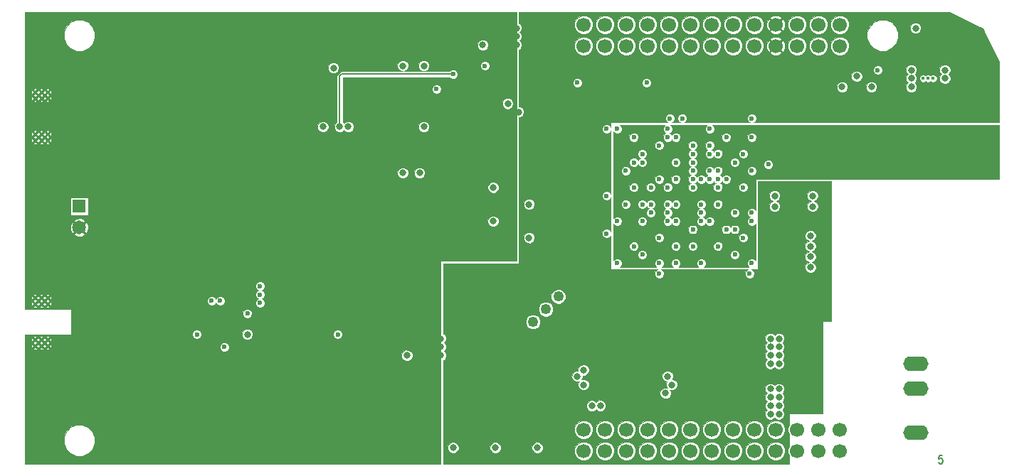
<source format=gbr>
G04 (created by PCBNEW (2013-mar-25)-stable) date Tuesday, March 01, 2016 03:52:00 PM*
%MOIN*%
G04 Gerber Fmt 3.4, Leading zero omitted, Abs format*
%FSLAX34Y34*%
G01*
G70*
G90*
G04 APERTURE LIST*
%ADD10C,0.006*%
%ADD11C,0.00590551*%
%ADD12C,0.015748*%
%ADD13C,0.0669291*%
%ADD14C,0.023622*%
%ADD15R,0.0649606X0.0649606*%
%ADD16C,0.0649606*%
%ADD17C,0.0492126*%
%ADD18O,0.11811X0.0688976*%
%ADD19C,0.0314961*%
%ADD20C,0.00787402*%
%ADD21C,0.00393701*%
G04 APERTURE END LIST*
G54D10*
G54D11*
X73106Y-49568D02*
X72956Y-49568D01*
X72941Y-49756D01*
X72956Y-49737D01*
X72986Y-49718D01*
X73061Y-49718D01*
X73091Y-49737D01*
X73106Y-49756D01*
X73121Y-49793D01*
X73121Y-49887D01*
X73106Y-49925D01*
X73091Y-49943D01*
X73061Y-49962D01*
X72986Y-49962D01*
X72956Y-49943D01*
X72941Y-49925D01*
G54D12*
X50787Y-33464D03*
X50393Y-33464D03*
X51181Y-33464D03*
X51181Y-33070D03*
X50787Y-33070D03*
X50393Y-33070D03*
X50393Y-33858D03*
X50787Y-33858D03*
X51181Y-33858D03*
X72440Y-31889D03*
X72677Y-31889D03*
X72204Y-31889D03*
X39173Y-43208D03*
X39566Y-43208D03*
X39173Y-43602D03*
X39566Y-43602D03*
X44488Y-32726D03*
X44488Y-33021D03*
G54D13*
X68305Y-48370D03*
X68305Y-49370D03*
X67305Y-48370D03*
X67305Y-49370D03*
X66305Y-48370D03*
X66305Y-49370D03*
X65305Y-48370D03*
X65305Y-49370D03*
X64305Y-48370D03*
X64305Y-49370D03*
X63305Y-48370D03*
X63305Y-49370D03*
X62305Y-48370D03*
X62305Y-49370D03*
X61305Y-48370D03*
X61305Y-49370D03*
X60305Y-48370D03*
X60305Y-49370D03*
X59305Y-48370D03*
X59305Y-49370D03*
X58305Y-48370D03*
X58305Y-49370D03*
X57305Y-48370D03*
X57305Y-49370D03*
X56305Y-48370D03*
X56305Y-49370D03*
X68305Y-29370D03*
X68305Y-30370D03*
X67305Y-29370D03*
X67305Y-30370D03*
X66305Y-29370D03*
X66305Y-30370D03*
X65305Y-29370D03*
X65305Y-30370D03*
X64305Y-29370D03*
X64305Y-30370D03*
X63305Y-29370D03*
X63305Y-30370D03*
X62305Y-29370D03*
X62305Y-30370D03*
X61305Y-29370D03*
X61305Y-30370D03*
X60305Y-29370D03*
X60305Y-30370D03*
X59305Y-29370D03*
X59305Y-30370D03*
X58305Y-29370D03*
X58305Y-30370D03*
X57305Y-29370D03*
X57305Y-30370D03*
X56305Y-29370D03*
X56305Y-30370D03*
G54D14*
X60334Y-33759D03*
G54D15*
X32677Y-37885D03*
G54D16*
X32677Y-38885D03*
G54D17*
X55118Y-42125D03*
X54527Y-42716D03*
X53937Y-43307D03*
G54D14*
X51673Y-31299D03*
G54D12*
X30610Y-44438D03*
X30610Y-44143D03*
X30905Y-44438D03*
X30905Y-44143D03*
X31200Y-44438D03*
X31200Y-44143D03*
X30610Y-42175D03*
X30610Y-42470D03*
X30905Y-42175D03*
X30905Y-42470D03*
X31200Y-42175D03*
X31200Y-42470D03*
X30610Y-34793D03*
X30610Y-34498D03*
X30905Y-34793D03*
X30905Y-34498D03*
X31200Y-34793D03*
X31200Y-34498D03*
X30610Y-32529D03*
X30610Y-32824D03*
X30905Y-32529D03*
X30905Y-32824D03*
X31200Y-32529D03*
X31200Y-32824D03*
G54D18*
X71850Y-45275D03*
X71850Y-46456D03*
X71850Y-48503D03*
G54D19*
X47834Y-31299D03*
X44586Y-31397D03*
X44094Y-34153D03*
X45275Y-34153D03*
G54D14*
X50196Y-31692D03*
G54D19*
X44881Y-34153D03*
G54D14*
X60236Y-34645D03*
G54D19*
X56003Y-45866D03*
G54D14*
X59251Y-32086D03*
X56003Y-32086D03*
G54D19*
X56299Y-45570D03*
G54D14*
X61811Y-36614D03*
X61417Y-35039D03*
X62204Y-35433D03*
X64173Y-38188D03*
X63385Y-38976D03*
G54D19*
X75196Y-35826D03*
G54D14*
X61811Y-37007D03*
X70078Y-31496D03*
G54D19*
X67125Y-34940D03*
X68307Y-34940D03*
X67716Y-35433D03*
G54D14*
X57874Y-36614D03*
X64960Y-35334D03*
X60629Y-37007D03*
X59842Y-38188D03*
X60629Y-38188D03*
G54D19*
X74803Y-35826D03*
X75196Y-36220D03*
X74803Y-36220D03*
X74409Y-35826D03*
X74409Y-36220D03*
G54D14*
X61417Y-38188D03*
X62204Y-37795D03*
X59842Y-36220D03*
X59448Y-36614D03*
X59842Y-37007D03*
G54D19*
X65255Y-37401D03*
X65255Y-37893D03*
X67027Y-37893D03*
X67027Y-37401D03*
G54D14*
X60629Y-36614D03*
X60629Y-37795D03*
X62204Y-36614D03*
X61417Y-36614D03*
X60236Y-37795D03*
G54D19*
X60236Y-45866D03*
X57086Y-47244D03*
X68405Y-32283D03*
X69783Y-32283D03*
X69094Y-31791D03*
G54D14*
X58661Y-37007D03*
X58661Y-35826D03*
X59842Y-39370D03*
X63779Y-35433D03*
X63779Y-39370D03*
X58661Y-39763D03*
X57381Y-37401D03*
X57381Y-39173D03*
X59842Y-41043D03*
X64074Y-41043D03*
X64960Y-35925D03*
X64173Y-33759D03*
X60925Y-33759D03*
X57381Y-34251D03*
X57874Y-34251D03*
X60629Y-34645D03*
X62204Y-34251D03*
X59842Y-35039D03*
X59055Y-37795D03*
X59842Y-40551D03*
X64173Y-40551D03*
X62598Y-39763D03*
X61417Y-39763D03*
X63385Y-38188D03*
X62204Y-35039D03*
X62598Y-35433D03*
X61417Y-35826D03*
X64173Y-36220D03*
X62598Y-36220D03*
X62598Y-36614D03*
X62992Y-36614D03*
X62598Y-37007D03*
X57874Y-38582D03*
X62204Y-38582D03*
X59448Y-38188D03*
G54D19*
X48818Y-31299D03*
X52755Y-33070D03*
G54D14*
X49409Y-32381D03*
G54D19*
X48818Y-34153D03*
X52066Y-38582D03*
X52066Y-37007D03*
X47834Y-36318D03*
X48622Y-36318D03*
X51574Y-30314D03*
X48031Y-44881D03*
G54D14*
X44783Y-43897D03*
X39468Y-44488D03*
X38188Y-43897D03*
G54D19*
X40551Y-43897D03*
G54D14*
X40551Y-42913D03*
X38877Y-42322D03*
X39271Y-42322D03*
G54D19*
X65452Y-44488D03*
X65452Y-44881D03*
X65452Y-45275D03*
X65452Y-44094D03*
X65059Y-44488D03*
X65059Y-45275D03*
X65059Y-44881D03*
X65059Y-44094D03*
G54D14*
X54035Y-29330D03*
G54D19*
X54330Y-30708D03*
X55118Y-30708D03*
X54724Y-31003D03*
X50787Y-45275D03*
X51574Y-45275D03*
X51181Y-45570D03*
G54D14*
X66830Y-38681D03*
X50787Y-44094D03*
G54D19*
X73523Y-33366D03*
X73523Y-33759D03*
X73129Y-33366D03*
X73523Y-32972D03*
X73129Y-33759D03*
X73129Y-32972D03*
X65255Y-38681D03*
X65255Y-39173D03*
G54D14*
X72539Y-30019D03*
G54D19*
X60433Y-46259D03*
X56299Y-46259D03*
G54D14*
X60629Y-40551D03*
X41141Y-41633D03*
X41141Y-42421D03*
G54D19*
X65452Y-47244D03*
X65452Y-46850D03*
X65452Y-46456D03*
X65452Y-47637D03*
X65059Y-47244D03*
X65059Y-46456D03*
X65059Y-46850D03*
X65059Y-47637D03*
X66929Y-39271D03*
X56692Y-47244D03*
X60137Y-46653D03*
X34251Y-43700D03*
X35039Y-43700D03*
X33464Y-43700D03*
X32677Y-43700D03*
X54133Y-49212D03*
X50196Y-49212D03*
X44291Y-49212D03*
X40354Y-49212D03*
X38385Y-49212D03*
X36417Y-49212D03*
X33464Y-47244D03*
X31496Y-47244D03*
X34448Y-49212D03*
X42322Y-49212D03*
X46259Y-49212D03*
X48228Y-49212D03*
X52165Y-49212D03*
X34251Y-42913D03*
X32677Y-42913D03*
X33464Y-42913D03*
X35039Y-42913D03*
X47047Y-35236D03*
X44881Y-37696D03*
X42519Y-37696D03*
X40157Y-37696D03*
X37795Y-37696D03*
X44881Y-30413D03*
X42519Y-30413D03*
X40157Y-30413D03*
X37795Y-30413D03*
X35531Y-32874D03*
X53248Y-33464D03*
X49606Y-34448D03*
X47834Y-35925D03*
X48622Y-35925D03*
X52460Y-39271D03*
X52460Y-37696D03*
X53740Y-39370D03*
X53740Y-37795D03*
X51377Y-37401D03*
X51377Y-36417D03*
X53149Y-29921D03*
X53149Y-30314D03*
X53149Y-29527D03*
X49606Y-44488D03*
X49606Y-44881D03*
X49606Y-44094D03*
X71850Y-29527D03*
X48228Y-29527D03*
X44291Y-29527D03*
X40354Y-29527D03*
X36417Y-29527D03*
X38385Y-29527D03*
X42322Y-29527D03*
X46259Y-29527D03*
X50196Y-29527D03*
X34448Y-29527D03*
X36417Y-29527D03*
G54D14*
X61417Y-37007D03*
G54D19*
X36122Y-43700D03*
X36909Y-43700D03*
X36122Y-42913D03*
X36909Y-42913D03*
G54D14*
X39074Y-44488D03*
G54D19*
X66929Y-40748D03*
X66929Y-40255D03*
X66929Y-39763D03*
G54D14*
X63385Y-40157D03*
X58661Y-34645D03*
X60629Y-35826D03*
X64173Y-34645D03*
X62992Y-34645D03*
X58267Y-36220D03*
X61417Y-36220D03*
X61417Y-35433D03*
X60236Y-37007D03*
X59055Y-40157D03*
X61811Y-40551D03*
X59448Y-37007D03*
X64173Y-38582D03*
X57874Y-40551D03*
X60629Y-39763D03*
X61811Y-37795D03*
X62598Y-37795D03*
G54D19*
X73228Y-31889D03*
X71653Y-31889D03*
X73228Y-31496D03*
X71653Y-31496D03*
X71653Y-32283D03*
X46259Y-46653D03*
G54D14*
X58267Y-37795D03*
X60236Y-34251D03*
X59055Y-35826D03*
X63385Y-35826D03*
X62204Y-36220D03*
X63779Y-37007D03*
X61417Y-38976D03*
X62992Y-38976D03*
X59055Y-38582D03*
X60629Y-38582D03*
X61811Y-38582D03*
X61811Y-38188D03*
X60236Y-38582D03*
X60236Y-38188D03*
X59842Y-36614D03*
X41141Y-42027D03*
X59448Y-37795D03*
X59055Y-35433D03*
G54D20*
X50196Y-31692D02*
X44980Y-31692D01*
X44881Y-31791D02*
X44881Y-34153D01*
X44980Y-31692D02*
X44881Y-31791D01*
G54D10*
G36*
X75767Y-36594D02*
X65177Y-36594D01*
X65177Y-35882D01*
X65144Y-35802D01*
X65083Y-35741D01*
X65003Y-35708D01*
X64917Y-35708D01*
X64838Y-35741D01*
X64777Y-35802D01*
X64744Y-35881D01*
X64744Y-35968D01*
X64776Y-36047D01*
X64837Y-36108D01*
X64917Y-36141D01*
X65003Y-36141D01*
X65083Y-36108D01*
X65144Y-36048D01*
X65177Y-35968D01*
X65177Y-35882D01*
X65177Y-36594D01*
X64389Y-36594D01*
X64389Y-36177D01*
X64389Y-34602D01*
X64356Y-34523D01*
X64296Y-34462D01*
X64216Y-34429D01*
X64130Y-34429D01*
X64050Y-34461D01*
X63989Y-34522D01*
X63956Y-34602D01*
X63956Y-34688D01*
X63989Y-34768D01*
X64050Y-34829D01*
X64129Y-34862D01*
X64216Y-34862D01*
X64295Y-34829D01*
X64356Y-34768D01*
X64389Y-34688D01*
X64389Y-34602D01*
X64389Y-36177D01*
X64356Y-36097D01*
X64296Y-36037D01*
X64216Y-36003D01*
X64130Y-36003D01*
X64050Y-36036D01*
X63996Y-36091D01*
X63996Y-35390D01*
X63963Y-35310D01*
X63902Y-35249D01*
X63822Y-35216D01*
X63736Y-35216D01*
X63657Y-35249D01*
X63596Y-35310D01*
X63563Y-35389D01*
X63562Y-35475D01*
X63595Y-35555D01*
X63656Y-35616D01*
X63736Y-35649D01*
X63822Y-35649D01*
X63902Y-35616D01*
X63962Y-35555D01*
X63996Y-35476D01*
X63996Y-35390D01*
X63996Y-36091D01*
X63989Y-36097D01*
X63956Y-36177D01*
X63956Y-36263D01*
X63989Y-36342D01*
X64050Y-36403D01*
X64129Y-36436D01*
X64216Y-36437D01*
X64295Y-36404D01*
X64356Y-36343D01*
X64389Y-36263D01*
X64389Y-36177D01*
X64389Y-36594D01*
X64350Y-36594D01*
X64350Y-38059D01*
X64296Y-38005D01*
X64216Y-37972D01*
X64130Y-37972D01*
X64050Y-38005D01*
X63996Y-38059D01*
X63996Y-36964D01*
X63963Y-36885D01*
X63902Y-36824D01*
X63822Y-36791D01*
X63736Y-36791D01*
X63657Y-36824D01*
X63602Y-36878D01*
X63602Y-35783D01*
X63569Y-35704D01*
X63508Y-35643D01*
X63429Y-35610D01*
X63342Y-35610D01*
X63263Y-35643D01*
X63208Y-35697D01*
X63208Y-34602D01*
X63175Y-34523D01*
X63114Y-34462D01*
X63035Y-34429D01*
X62949Y-34429D01*
X62869Y-34461D01*
X62808Y-34522D01*
X62775Y-34602D01*
X62775Y-34688D01*
X62808Y-34768D01*
X62869Y-34829D01*
X62948Y-34862D01*
X63035Y-34862D01*
X63114Y-34829D01*
X63175Y-34768D01*
X63208Y-34688D01*
X63208Y-34602D01*
X63208Y-35697D01*
X63202Y-35703D01*
X63169Y-35783D01*
X63169Y-35869D01*
X63202Y-35949D01*
X63263Y-36010D01*
X63342Y-36043D01*
X63428Y-36043D01*
X63508Y-36010D01*
X63569Y-35949D01*
X63602Y-35870D01*
X63602Y-35783D01*
X63602Y-36878D01*
X63596Y-36885D01*
X63563Y-36964D01*
X63562Y-37050D01*
X63595Y-37130D01*
X63656Y-37191D01*
X63736Y-37224D01*
X63822Y-37224D01*
X63902Y-37191D01*
X63962Y-37130D01*
X63996Y-37051D01*
X63996Y-36964D01*
X63996Y-38059D01*
X63989Y-38066D01*
X63956Y-38145D01*
X63956Y-38231D01*
X63989Y-38311D01*
X64050Y-38372D01*
X64082Y-38385D01*
X64050Y-38399D01*
X63989Y-38459D01*
X63956Y-38539D01*
X63956Y-38625D01*
X63989Y-38705D01*
X64050Y-38766D01*
X64129Y-38799D01*
X64216Y-38799D01*
X64295Y-38766D01*
X64350Y-38711D01*
X64350Y-40422D01*
X64296Y-40367D01*
X64216Y-40334D01*
X64130Y-40334D01*
X64050Y-40367D01*
X63996Y-40422D01*
X63996Y-39327D01*
X63963Y-39247D01*
X63902Y-39186D01*
X63822Y-39153D01*
X63736Y-39153D01*
X63657Y-39186D01*
X63602Y-39240D01*
X63602Y-38933D01*
X63602Y-38146D01*
X63569Y-38066D01*
X63508Y-38005D01*
X63429Y-37972D01*
X63342Y-37972D01*
X63263Y-38005D01*
X63208Y-38059D01*
X63208Y-36571D01*
X63175Y-36491D01*
X63114Y-36430D01*
X63035Y-36397D01*
X62949Y-36397D01*
X62869Y-36430D01*
X62808Y-36491D01*
X62795Y-36523D01*
X62782Y-36491D01*
X62721Y-36430D01*
X62689Y-36417D01*
X62720Y-36404D01*
X62781Y-36343D01*
X62814Y-36263D01*
X62814Y-36177D01*
X62814Y-35390D01*
X62782Y-35310D01*
X62721Y-35249D01*
X62641Y-35216D01*
X62555Y-35216D01*
X62475Y-35249D01*
X62414Y-35310D01*
X62401Y-35342D01*
X62388Y-35310D01*
X62327Y-35249D01*
X62295Y-35236D01*
X62327Y-35223D01*
X62388Y-35162D01*
X62421Y-35082D01*
X62421Y-34996D01*
X62388Y-34916D01*
X62327Y-34855D01*
X62247Y-34822D01*
X62161Y-34822D01*
X62082Y-34855D01*
X62021Y-34916D01*
X61988Y-34996D01*
X61988Y-35082D01*
X62021Y-35161D01*
X62081Y-35222D01*
X62114Y-35236D01*
X62082Y-35249D01*
X62021Y-35310D01*
X61988Y-35389D01*
X61988Y-35475D01*
X62021Y-35555D01*
X62081Y-35616D01*
X62161Y-35649D01*
X62247Y-35649D01*
X62327Y-35616D01*
X62388Y-35555D01*
X62401Y-35523D01*
X62414Y-35555D01*
X62475Y-35616D01*
X62555Y-35649D01*
X62641Y-35649D01*
X62720Y-35616D01*
X62781Y-35555D01*
X62814Y-35476D01*
X62814Y-35390D01*
X62814Y-36177D01*
X62782Y-36097D01*
X62721Y-36037D01*
X62641Y-36003D01*
X62555Y-36003D01*
X62475Y-36036D01*
X62414Y-36097D01*
X62401Y-36129D01*
X62388Y-36097D01*
X62327Y-36037D01*
X62247Y-36003D01*
X62161Y-36003D01*
X62082Y-36036D01*
X62021Y-36097D01*
X61988Y-36177D01*
X61988Y-36263D01*
X62021Y-36342D01*
X62081Y-36403D01*
X62114Y-36417D01*
X62082Y-36430D01*
X62021Y-36491D01*
X62007Y-36523D01*
X61994Y-36491D01*
X61933Y-36430D01*
X61854Y-36397D01*
X61768Y-36397D01*
X61688Y-36430D01*
X61627Y-36491D01*
X61614Y-36523D01*
X61600Y-36491D01*
X61540Y-36430D01*
X61507Y-36417D01*
X61539Y-36404D01*
X61600Y-36343D01*
X61633Y-36263D01*
X61633Y-36177D01*
X61600Y-36097D01*
X61540Y-36037D01*
X61507Y-36023D01*
X61539Y-36010D01*
X61600Y-35949D01*
X61633Y-35870D01*
X61633Y-35783D01*
X61600Y-35704D01*
X61540Y-35643D01*
X61507Y-35629D01*
X61539Y-35616D01*
X61600Y-35555D01*
X61633Y-35476D01*
X61633Y-35390D01*
X61600Y-35310D01*
X61540Y-35249D01*
X61507Y-35236D01*
X61539Y-35223D01*
X61600Y-35162D01*
X61633Y-35082D01*
X61633Y-34996D01*
X61600Y-34916D01*
X61540Y-34855D01*
X61460Y-34822D01*
X61374Y-34822D01*
X61294Y-34855D01*
X61233Y-34916D01*
X61200Y-34996D01*
X61200Y-35082D01*
X61233Y-35161D01*
X61294Y-35222D01*
X61326Y-35236D01*
X61294Y-35249D01*
X61233Y-35310D01*
X61200Y-35389D01*
X61200Y-35475D01*
X61233Y-35555D01*
X61294Y-35616D01*
X61326Y-35629D01*
X61294Y-35643D01*
X61233Y-35703D01*
X61200Y-35783D01*
X61200Y-35869D01*
X61233Y-35949D01*
X61294Y-36010D01*
X61326Y-36023D01*
X61294Y-36036D01*
X61233Y-36097D01*
X61200Y-36177D01*
X61200Y-36263D01*
X61233Y-36342D01*
X61294Y-36403D01*
X61326Y-36417D01*
X61294Y-36430D01*
X61233Y-36491D01*
X61200Y-36570D01*
X61200Y-36657D01*
X61233Y-36736D01*
X61294Y-36797D01*
X61326Y-36811D01*
X61294Y-36824D01*
X61233Y-36885D01*
X61200Y-36964D01*
X61200Y-37050D01*
X61233Y-37130D01*
X61294Y-37191D01*
X61374Y-37224D01*
X61460Y-37224D01*
X61539Y-37191D01*
X61600Y-37130D01*
X61633Y-37051D01*
X61633Y-36964D01*
X61600Y-36885D01*
X61540Y-36824D01*
X61507Y-36811D01*
X61539Y-36797D01*
X61600Y-36736D01*
X61614Y-36704D01*
X61627Y-36736D01*
X61688Y-36797D01*
X61767Y-36830D01*
X61853Y-36830D01*
X61933Y-36797D01*
X61994Y-36736D01*
X62007Y-36704D01*
X62021Y-36736D01*
X62081Y-36797D01*
X62161Y-36830D01*
X62247Y-36830D01*
X62327Y-36797D01*
X62388Y-36736D01*
X62401Y-36704D01*
X62414Y-36736D01*
X62475Y-36797D01*
X62507Y-36811D01*
X62475Y-36824D01*
X62414Y-36885D01*
X62381Y-36964D01*
X62381Y-37050D01*
X62414Y-37130D01*
X62475Y-37191D01*
X62555Y-37224D01*
X62641Y-37224D01*
X62720Y-37191D01*
X62781Y-37130D01*
X62814Y-37051D01*
X62814Y-36964D01*
X62782Y-36885D01*
X62721Y-36824D01*
X62689Y-36811D01*
X62720Y-36797D01*
X62781Y-36736D01*
X62795Y-36704D01*
X62808Y-36736D01*
X62869Y-36797D01*
X62948Y-36830D01*
X63035Y-36830D01*
X63114Y-36797D01*
X63175Y-36736D01*
X63208Y-36657D01*
X63208Y-36571D01*
X63208Y-38059D01*
X63202Y-38066D01*
X63169Y-38145D01*
X63169Y-38231D01*
X63202Y-38311D01*
X63263Y-38372D01*
X63342Y-38405D01*
X63428Y-38405D01*
X63508Y-38372D01*
X63569Y-38311D01*
X63602Y-38232D01*
X63602Y-38146D01*
X63602Y-38933D01*
X63569Y-38853D01*
X63508Y-38792D01*
X63429Y-38759D01*
X63342Y-38759D01*
X63263Y-38792D01*
X63202Y-38853D01*
X63188Y-38885D01*
X63175Y-38853D01*
X63114Y-38792D01*
X63035Y-38759D01*
X62949Y-38759D01*
X62869Y-38792D01*
X62814Y-38847D01*
X62814Y-37752D01*
X62782Y-37672D01*
X62721Y-37611D01*
X62641Y-37578D01*
X62555Y-37578D01*
X62475Y-37611D01*
X62414Y-37672D01*
X62381Y-37752D01*
X62381Y-37838D01*
X62414Y-37917D01*
X62475Y-37978D01*
X62555Y-38011D01*
X62641Y-38011D01*
X62720Y-37978D01*
X62781Y-37918D01*
X62814Y-37838D01*
X62814Y-37752D01*
X62814Y-38847D01*
X62808Y-38853D01*
X62775Y-38933D01*
X62775Y-39019D01*
X62808Y-39098D01*
X62869Y-39159D01*
X62948Y-39192D01*
X63035Y-39192D01*
X63114Y-39160D01*
X63175Y-39099D01*
X63188Y-39066D01*
X63202Y-39098D01*
X63263Y-39159D01*
X63342Y-39192D01*
X63428Y-39192D01*
X63508Y-39160D01*
X63569Y-39099D01*
X63602Y-39019D01*
X63602Y-38933D01*
X63602Y-39240D01*
X63596Y-39247D01*
X63563Y-39326D01*
X63562Y-39412D01*
X63595Y-39492D01*
X63656Y-39553D01*
X63736Y-39586D01*
X63822Y-39586D01*
X63902Y-39553D01*
X63962Y-39492D01*
X63996Y-39413D01*
X63996Y-39327D01*
X63996Y-40422D01*
X63989Y-40428D01*
X63956Y-40507D01*
X63956Y-40594D01*
X63989Y-40673D01*
X64044Y-40728D01*
X63602Y-40728D01*
X63602Y-40114D01*
X63569Y-40034D01*
X63508Y-39974D01*
X63429Y-39940D01*
X63342Y-39940D01*
X63263Y-39973D01*
X63202Y-40034D01*
X63169Y-40114D01*
X63169Y-40200D01*
X63202Y-40279D01*
X63263Y-40340D01*
X63342Y-40373D01*
X63428Y-40374D01*
X63508Y-40341D01*
X63569Y-40280D01*
X63602Y-40200D01*
X63602Y-40114D01*
X63602Y-40728D01*
X62814Y-40728D01*
X62814Y-39720D01*
X62782Y-39641D01*
X62721Y-39580D01*
X62641Y-39547D01*
X62555Y-39547D01*
X62475Y-39580D01*
X62421Y-39634D01*
X62421Y-38539D01*
X62388Y-38460D01*
X62327Y-38399D01*
X62247Y-38366D01*
X62161Y-38366D01*
X62082Y-38399D01*
X62021Y-38459D01*
X62007Y-38492D01*
X61994Y-38460D01*
X61933Y-38399D01*
X61901Y-38385D01*
X61933Y-38372D01*
X61994Y-38311D01*
X62027Y-38232D01*
X62027Y-38146D01*
X61994Y-38066D01*
X61933Y-38005D01*
X61901Y-37992D01*
X61933Y-37978D01*
X61994Y-37918D01*
X62027Y-37838D01*
X62027Y-37752D01*
X61994Y-37672D01*
X61933Y-37611D01*
X61854Y-37578D01*
X61768Y-37578D01*
X61688Y-37611D01*
X61627Y-37672D01*
X61594Y-37752D01*
X61594Y-37838D01*
X61627Y-37917D01*
X61688Y-37978D01*
X61720Y-37992D01*
X61688Y-38005D01*
X61627Y-38066D01*
X61594Y-38145D01*
X61594Y-38231D01*
X61627Y-38311D01*
X61688Y-38372D01*
X61720Y-38385D01*
X61688Y-38399D01*
X61627Y-38459D01*
X61594Y-38539D01*
X61594Y-38625D01*
X61627Y-38705D01*
X61688Y-38766D01*
X61767Y-38799D01*
X61853Y-38799D01*
X61933Y-38766D01*
X61994Y-38705D01*
X62007Y-38673D01*
X62021Y-38705D01*
X62081Y-38766D01*
X62161Y-38799D01*
X62247Y-38799D01*
X62327Y-38766D01*
X62388Y-38705D01*
X62421Y-38625D01*
X62421Y-38539D01*
X62421Y-39634D01*
X62414Y-39640D01*
X62381Y-39720D01*
X62381Y-39806D01*
X62414Y-39886D01*
X62475Y-39947D01*
X62555Y-39980D01*
X62641Y-39980D01*
X62720Y-39947D01*
X62781Y-39886D01*
X62814Y-39807D01*
X62814Y-39720D01*
X62814Y-40728D01*
X61940Y-40728D01*
X61994Y-40673D01*
X62027Y-40594D01*
X62027Y-40508D01*
X61994Y-40428D01*
X61933Y-40367D01*
X61854Y-40334D01*
X61768Y-40334D01*
X61688Y-40367D01*
X61633Y-40422D01*
X61633Y-39720D01*
X61633Y-38933D01*
X61600Y-38853D01*
X61540Y-38792D01*
X61460Y-38759D01*
X61374Y-38759D01*
X61294Y-38792D01*
X61233Y-38853D01*
X61200Y-38933D01*
X61200Y-39019D01*
X61233Y-39098D01*
X61294Y-39159D01*
X61374Y-39192D01*
X61460Y-39192D01*
X61539Y-39160D01*
X61600Y-39099D01*
X61633Y-39019D01*
X61633Y-38933D01*
X61633Y-39720D01*
X61600Y-39641D01*
X61540Y-39580D01*
X61460Y-39547D01*
X61374Y-39547D01*
X61294Y-39580D01*
X61233Y-39640D01*
X61200Y-39720D01*
X61200Y-39806D01*
X61233Y-39886D01*
X61294Y-39947D01*
X61374Y-39980D01*
X61460Y-39980D01*
X61539Y-39947D01*
X61600Y-39886D01*
X61633Y-39807D01*
X61633Y-39720D01*
X61633Y-40422D01*
X61627Y-40428D01*
X61594Y-40507D01*
X61594Y-40594D01*
X61627Y-40673D01*
X61681Y-40728D01*
X60758Y-40728D01*
X60813Y-40673D01*
X60846Y-40594D01*
X60846Y-40508D01*
X60846Y-39720D01*
X60846Y-38539D01*
X60813Y-38460D01*
X60752Y-38399D01*
X60673Y-38366D01*
X60587Y-38366D01*
X60507Y-38399D01*
X60446Y-38459D01*
X60433Y-38492D01*
X60419Y-38460D01*
X60359Y-38399D01*
X60326Y-38385D01*
X60358Y-38372D01*
X60419Y-38311D01*
X60452Y-38232D01*
X60452Y-38146D01*
X60419Y-38066D01*
X60359Y-38005D01*
X60326Y-37992D01*
X60358Y-37978D01*
X60419Y-37918D01*
X60433Y-37885D01*
X60446Y-37917D01*
X60507Y-37978D01*
X60586Y-38011D01*
X60672Y-38011D01*
X60752Y-37978D01*
X60813Y-37918D01*
X60846Y-37838D01*
X60846Y-37752D01*
X60846Y-36571D01*
X60846Y-35783D01*
X60813Y-35704D01*
X60752Y-35643D01*
X60673Y-35610D01*
X60587Y-35610D01*
X60507Y-35643D01*
X60446Y-35703D01*
X60413Y-35783D01*
X60413Y-35869D01*
X60446Y-35949D01*
X60507Y-36010D01*
X60586Y-36043D01*
X60672Y-36043D01*
X60752Y-36010D01*
X60813Y-35949D01*
X60846Y-35870D01*
X60846Y-35783D01*
X60846Y-36571D01*
X60813Y-36491D01*
X60752Y-36430D01*
X60673Y-36397D01*
X60587Y-36397D01*
X60507Y-36430D01*
X60446Y-36491D01*
X60413Y-36570D01*
X60413Y-36657D01*
X60446Y-36736D01*
X60507Y-36797D01*
X60586Y-36830D01*
X60672Y-36830D01*
X60752Y-36797D01*
X60813Y-36736D01*
X60846Y-36657D01*
X60846Y-36571D01*
X60846Y-37752D01*
X60813Y-37672D01*
X60752Y-37611D01*
X60673Y-37578D01*
X60587Y-37578D01*
X60507Y-37611D01*
X60452Y-37666D01*
X60452Y-36964D01*
X60419Y-36885D01*
X60359Y-36824D01*
X60279Y-36791D01*
X60193Y-36791D01*
X60113Y-36824D01*
X60059Y-36878D01*
X60059Y-36571D01*
X60059Y-34996D01*
X60026Y-34916D01*
X59965Y-34855D01*
X59885Y-34822D01*
X59799Y-34822D01*
X59720Y-34855D01*
X59659Y-34916D01*
X59626Y-34996D01*
X59625Y-35082D01*
X59658Y-35161D01*
X59719Y-35222D01*
X59799Y-35255D01*
X59885Y-35255D01*
X59965Y-35223D01*
X60025Y-35162D01*
X60059Y-35082D01*
X60059Y-34996D01*
X60059Y-36571D01*
X60026Y-36491D01*
X59965Y-36430D01*
X59885Y-36397D01*
X59799Y-36397D01*
X59720Y-36430D01*
X59659Y-36491D01*
X59626Y-36570D01*
X59625Y-36657D01*
X59658Y-36736D01*
X59719Y-36797D01*
X59799Y-36830D01*
X59885Y-36830D01*
X59965Y-36797D01*
X60025Y-36736D01*
X60059Y-36657D01*
X60059Y-36571D01*
X60059Y-36878D01*
X60052Y-36885D01*
X60019Y-36964D01*
X60019Y-37050D01*
X60052Y-37130D01*
X60113Y-37191D01*
X60192Y-37224D01*
X60279Y-37224D01*
X60358Y-37191D01*
X60419Y-37130D01*
X60452Y-37051D01*
X60452Y-36964D01*
X60452Y-37666D01*
X60446Y-37672D01*
X60433Y-37704D01*
X60419Y-37672D01*
X60359Y-37611D01*
X60279Y-37578D01*
X60193Y-37578D01*
X60113Y-37611D01*
X60052Y-37672D01*
X60019Y-37752D01*
X60019Y-37838D01*
X60052Y-37917D01*
X60113Y-37978D01*
X60145Y-37992D01*
X60113Y-38005D01*
X60052Y-38066D01*
X60019Y-38145D01*
X60019Y-38231D01*
X60052Y-38311D01*
X60113Y-38372D01*
X60145Y-38385D01*
X60113Y-38399D01*
X60052Y-38459D01*
X60019Y-38539D01*
X60019Y-38625D01*
X60052Y-38705D01*
X60113Y-38766D01*
X60192Y-38799D01*
X60279Y-38799D01*
X60358Y-38766D01*
X60419Y-38705D01*
X60433Y-38673D01*
X60446Y-38705D01*
X60507Y-38766D01*
X60586Y-38799D01*
X60672Y-38799D01*
X60752Y-38766D01*
X60813Y-38705D01*
X60846Y-38625D01*
X60846Y-38539D01*
X60846Y-39720D01*
X60813Y-39641D01*
X60752Y-39580D01*
X60673Y-39547D01*
X60587Y-39547D01*
X60507Y-39580D01*
X60446Y-39640D01*
X60413Y-39720D01*
X60413Y-39806D01*
X60446Y-39886D01*
X60507Y-39947D01*
X60586Y-39980D01*
X60672Y-39980D01*
X60752Y-39947D01*
X60813Y-39886D01*
X60846Y-39807D01*
X60846Y-39720D01*
X60846Y-40508D01*
X60813Y-40428D01*
X60752Y-40367D01*
X60673Y-40334D01*
X60587Y-40334D01*
X60507Y-40367D01*
X60446Y-40428D01*
X60413Y-40507D01*
X60413Y-40594D01*
X60446Y-40673D01*
X60500Y-40728D01*
X59971Y-40728D01*
X60025Y-40673D01*
X60059Y-40594D01*
X60059Y-40508D01*
X60059Y-39327D01*
X60026Y-39247D01*
X59965Y-39186D01*
X59885Y-39153D01*
X59799Y-39153D01*
X59720Y-39186D01*
X59665Y-39240D01*
X59665Y-38146D01*
X59632Y-38066D01*
X59571Y-38005D01*
X59539Y-37992D01*
X59571Y-37978D01*
X59632Y-37918D01*
X59665Y-37838D01*
X59665Y-37752D01*
X59665Y-36964D01*
X59632Y-36885D01*
X59571Y-36824D01*
X59492Y-36791D01*
X59405Y-36791D01*
X59326Y-36824D01*
X59271Y-36878D01*
X59271Y-35783D01*
X59238Y-35704D01*
X59177Y-35643D01*
X59145Y-35629D01*
X59177Y-35616D01*
X59238Y-35555D01*
X59271Y-35476D01*
X59271Y-35390D01*
X59238Y-35310D01*
X59177Y-35249D01*
X59098Y-35216D01*
X59012Y-35216D01*
X58932Y-35249D01*
X58877Y-35303D01*
X58877Y-34602D01*
X58845Y-34523D01*
X58784Y-34462D01*
X58704Y-34429D01*
X58618Y-34429D01*
X58538Y-34461D01*
X58477Y-34522D01*
X58444Y-34602D01*
X58444Y-34688D01*
X58477Y-34768D01*
X58538Y-34829D01*
X58618Y-34862D01*
X58704Y-34862D01*
X58783Y-34829D01*
X58844Y-34768D01*
X58877Y-34688D01*
X58877Y-34602D01*
X58877Y-35303D01*
X58871Y-35310D01*
X58838Y-35389D01*
X58838Y-35475D01*
X58871Y-35555D01*
X58932Y-35616D01*
X58964Y-35629D01*
X58932Y-35643D01*
X58871Y-35703D01*
X58858Y-35736D01*
X58845Y-35704D01*
X58784Y-35643D01*
X58704Y-35610D01*
X58618Y-35610D01*
X58538Y-35643D01*
X58477Y-35703D01*
X58444Y-35783D01*
X58444Y-35869D01*
X58477Y-35949D01*
X58538Y-36010D01*
X58618Y-36043D01*
X58704Y-36043D01*
X58783Y-36010D01*
X58844Y-35949D01*
X58858Y-35917D01*
X58871Y-35949D01*
X58932Y-36010D01*
X59011Y-36043D01*
X59098Y-36043D01*
X59177Y-36010D01*
X59238Y-35949D01*
X59271Y-35870D01*
X59271Y-35783D01*
X59271Y-36878D01*
X59265Y-36885D01*
X59232Y-36964D01*
X59232Y-37050D01*
X59265Y-37130D01*
X59326Y-37191D01*
X59405Y-37224D01*
X59491Y-37224D01*
X59571Y-37191D01*
X59632Y-37130D01*
X59665Y-37051D01*
X59665Y-36964D01*
X59665Y-37752D01*
X59632Y-37672D01*
X59571Y-37611D01*
X59492Y-37578D01*
X59405Y-37578D01*
X59326Y-37611D01*
X59265Y-37672D01*
X59251Y-37704D01*
X59238Y-37672D01*
X59177Y-37611D01*
X59098Y-37578D01*
X59012Y-37578D01*
X58932Y-37611D01*
X58877Y-37666D01*
X58877Y-36964D01*
X58845Y-36885D01*
X58784Y-36824D01*
X58704Y-36791D01*
X58618Y-36791D01*
X58538Y-36824D01*
X58484Y-36878D01*
X58484Y-36177D01*
X58451Y-36097D01*
X58390Y-36037D01*
X58310Y-36003D01*
X58224Y-36003D01*
X58145Y-36036D01*
X58084Y-36097D01*
X58051Y-36177D01*
X58051Y-36263D01*
X58084Y-36342D01*
X58144Y-36403D01*
X58224Y-36436D01*
X58310Y-36437D01*
X58390Y-36404D01*
X58451Y-36343D01*
X58484Y-36263D01*
X58484Y-36177D01*
X58484Y-36878D01*
X58477Y-36885D01*
X58444Y-36964D01*
X58444Y-37050D01*
X58477Y-37130D01*
X58538Y-37191D01*
X58618Y-37224D01*
X58704Y-37224D01*
X58783Y-37191D01*
X58844Y-37130D01*
X58877Y-37051D01*
X58877Y-36964D01*
X58877Y-37666D01*
X58871Y-37672D01*
X58838Y-37752D01*
X58838Y-37838D01*
X58871Y-37917D01*
X58932Y-37978D01*
X59011Y-38011D01*
X59098Y-38011D01*
X59177Y-37978D01*
X59238Y-37918D01*
X59251Y-37885D01*
X59265Y-37917D01*
X59326Y-37978D01*
X59358Y-37992D01*
X59326Y-38005D01*
X59265Y-38066D01*
X59232Y-38145D01*
X59232Y-38231D01*
X59265Y-38311D01*
X59326Y-38372D01*
X59405Y-38405D01*
X59491Y-38405D01*
X59571Y-38372D01*
X59632Y-38311D01*
X59665Y-38232D01*
X59665Y-38146D01*
X59665Y-39240D01*
X59659Y-39247D01*
X59626Y-39326D01*
X59625Y-39412D01*
X59658Y-39492D01*
X59719Y-39553D01*
X59799Y-39586D01*
X59885Y-39586D01*
X59965Y-39553D01*
X60025Y-39492D01*
X60059Y-39413D01*
X60059Y-39327D01*
X60059Y-40508D01*
X60026Y-40428D01*
X59965Y-40367D01*
X59885Y-40334D01*
X59799Y-40334D01*
X59720Y-40367D01*
X59659Y-40428D01*
X59626Y-40507D01*
X59625Y-40594D01*
X59658Y-40673D01*
X59713Y-40728D01*
X59271Y-40728D01*
X59271Y-40114D01*
X59271Y-38539D01*
X59238Y-38460D01*
X59177Y-38399D01*
X59098Y-38366D01*
X59012Y-38366D01*
X58932Y-38399D01*
X58871Y-38459D01*
X58838Y-38539D01*
X58838Y-38625D01*
X58871Y-38705D01*
X58932Y-38766D01*
X59011Y-38799D01*
X59098Y-38799D01*
X59177Y-38766D01*
X59238Y-38705D01*
X59271Y-38625D01*
X59271Y-38539D01*
X59271Y-40114D01*
X59238Y-40034D01*
X59177Y-39974D01*
X59098Y-39940D01*
X59012Y-39940D01*
X58932Y-39973D01*
X58877Y-40028D01*
X58877Y-39720D01*
X58845Y-39641D01*
X58784Y-39580D01*
X58704Y-39547D01*
X58618Y-39547D01*
X58538Y-39580D01*
X58484Y-39634D01*
X58484Y-37752D01*
X58451Y-37672D01*
X58390Y-37611D01*
X58310Y-37578D01*
X58224Y-37578D01*
X58145Y-37611D01*
X58084Y-37672D01*
X58051Y-37752D01*
X58051Y-37838D01*
X58084Y-37917D01*
X58144Y-37978D01*
X58224Y-38011D01*
X58310Y-38011D01*
X58390Y-37978D01*
X58451Y-37918D01*
X58484Y-37838D01*
X58484Y-37752D01*
X58484Y-39634D01*
X58477Y-39640D01*
X58444Y-39720D01*
X58444Y-39806D01*
X58477Y-39886D01*
X58538Y-39947D01*
X58618Y-39980D01*
X58704Y-39980D01*
X58783Y-39947D01*
X58844Y-39886D01*
X58877Y-39807D01*
X58877Y-39720D01*
X58877Y-40028D01*
X58871Y-40034D01*
X58838Y-40114D01*
X58838Y-40200D01*
X58871Y-40279D01*
X58932Y-40340D01*
X59011Y-40373D01*
X59098Y-40374D01*
X59177Y-40341D01*
X59238Y-40280D01*
X59271Y-40200D01*
X59271Y-40114D01*
X59271Y-40728D01*
X58003Y-40728D01*
X58057Y-40673D01*
X58090Y-40594D01*
X58090Y-40508D01*
X58057Y-40428D01*
X57996Y-40367D01*
X57917Y-40334D01*
X57831Y-40334D01*
X57751Y-40367D01*
X57696Y-40422D01*
X57696Y-38711D01*
X57751Y-38766D01*
X57830Y-38799D01*
X57916Y-38799D01*
X57996Y-38766D01*
X58057Y-38705D01*
X58090Y-38625D01*
X58090Y-38539D01*
X58057Y-38460D01*
X57996Y-38399D01*
X57917Y-38366D01*
X57831Y-38366D01*
X57751Y-38399D01*
X57696Y-38453D01*
X57696Y-34380D01*
X57751Y-34435D01*
X57830Y-34468D01*
X57916Y-34468D01*
X57996Y-34435D01*
X58057Y-34374D01*
X58090Y-34295D01*
X58090Y-34209D01*
X58057Y-34129D01*
X58003Y-34074D01*
X60107Y-34074D01*
X60052Y-34129D01*
X60019Y-34208D01*
X60019Y-34294D01*
X60052Y-34374D01*
X60113Y-34435D01*
X60145Y-34448D01*
X60113Y-34461D01*
X60052Y-34522D01*
X60019Y-34602D01*
X60019Y-34688D01*
X60052Y-34768D01*
X60113Y-34829D01*
X60192Y-34862D01*
X60279Y-34862D01*
X60358Y-34829D01*
X60419Y-34768D01*
X60433Y-34736D01*
X60446Y-34768D01*
X60507Y-34829D01*
X60586Y-34862D01*
X60672Y-34862D01*
X60752Y-34829D01*
X60813Y-34768D01*
X60846Y-34688D01*
X60846Y-34602D01*
X60813Y-34523D01*
X60752Y-34462D01*
X60673Y-34429D01*
X60587Y-34429D01*
X60507Y-34461D01*
X60446Y-34522D01*
X60433Y-34555D01*
X60419Y-34523D01*
X60359Y-34462D01*
X60326Y-34448D01*
X60358Y-34435D01*
X60419Y-34374D01*
X60452Y-34295D01*
X60452Y-34209D01*
X60419Y-34129D01*
X60365Y-34074D01*
X62075Y-34074D01*
X62021Y-34129D01*
X61988Y-34208D01*
X61988Y-34294D01*
X62021Y-34374D01*
X62081Y-34435D01*
X62161Y-34468D01*
X62247Y-34468D01*
X62327Y-34435D01*
X62388Y-34374D01*
X62421Y-34295D01*
X62421Y-34209D01*
X62388Y-34129D01*
X62333Y-34074D01*
X75767Y-34074D01*
X75767Y-36594D01*
X75767Y-36594D01*
G37*
G54D21*
X75767Y-36594D02*
X65177Y-36594D01*
X65177Y-35882D01*
X65144Y-35802D01*
X65083Y-35741D01*
X65003Y-35708D01*
X64917Y-35708D01*
X64838Y-35741D01*
X64777Y-35802D01*
X64744Y-35881D01*
X64744Y-35968D01*
X64776Y-36047D01*
X64837Y-36108D01*
X64917Y-36141D01*
X65003Y-36141D01*
X65083Y-36108D01*
X65144Y-36048D01*
X65177Y-35968D01*
X65177Y-35882D01*
X65177Y-36594D01*
X64389Y-36594D01*
X64389Y-36177D01*
X64389Y-34602D01*
X64356Y-34523D01*
X64296Y-34462D01*
X64216Y-34429D01*
X64130Y-34429D01*
X64050Y-34461D01*
X63989Y-34522D01*
X63956Y-34602D01*
X63956Y-34688D01*
X63989Y-34768D01*
X64050Y-34829D01*
X64129Y-34862D01*
X64216Y-34862D01*
X64295Y-34829D01*
X64356Y-34768D01*
X64389Y-34688D01*
X64389Y-34602D01*
X64389Y-36177D01*
X64356Y-36097D01*
X64296Y-36037D01*
X64216Y-36003D01*
X64130Y-36003D01*
X64050Y-36036D01*
X63996Y-36091D01*
X63996Y-35390D01*
X63963Y-35310D01*
X63902Y-35249D01*
X63822Y-35216D01*
X63736Y-35216D01*
X63657Y-35249D01*
X63596Y-35310D01*
X63563Y-35389D01*
X63562Y-35475D01*
X63595Y-35555D01*
X63656Y-35616D01*
X63736Y-35649D01*
X63822Y-35649D01*
X63902Y-35616D01*
X63962Y-35555D01*
X63996Y-35476D01*
X63996Y-35390D01*
X63996Y-36091D01*
X63989Y-36097D01*
X63956Y-36177D01*
X63956Y-36263D01*
X63989Y-36342D01*
X64050Y-36403D01*
X64129Y-36436D01*
X64216Y-36437D01*
X64295Y-36404D01*
X64356Y-36343D01*
X64389Y-36263D01*
X64389Y-36177D01*
X64389Y-36594D01*
X64350Y-36594D01*
X64350Y-38059D01*
X64296Y-38005D01*
X64216Y-37972D01*
X64130Y-37972D01*
X64050Y-38005D01*
X63996Y-38059D01*
X63996Y-36964D01*
X63963Y-36885D01*
X63902Y-36824D01*
X63822Y-36791D01*
X63736Y-36791D01*
X63657Y-36824D01*
X63602Y-36878D01*
X63602Y-35783D01*
X63569Y-35704D01*
X63508Y-35643D01*
X63429Y-35610D01*
X63342Y-35610D01*
X63263Y-35643D01*
X63208Y-35697D01*
X63208Y-34602D01*
X63175Y-34523D01*
X63114Y-34462D01*
X63035Y-34429D01*
X62949Y-34429D01*
X62869Y-34461D01*
X62808Y-34522D01*
X62775Y-34602D01*
X62775Y-34688D01*
X62808Y-34768D01*
X62869Y-34829D01*
X62948Y-34862D01*
X63035Y-34862D01*
X63114Y-34829D01*
X63175Y-34768D01*
X63208Y-34688D01*
X63208Y-34602D01*
X63208Y-35697D01*
X63202Y-35703D01*
X63169Y-35783D01*
X63169Y-35869D01*
X63202Y-35949D01*
X63263Y-36010D01*
X63342Y-36043D01*
X63428Y-36043D01*
X63508Y-36010D01*
X63569Y-35949D01*
X63602Y-35870D01*
X63602Y-35783D01*
X63602Y-36878D01*
X63596Y-36885D01*
X63563Y-36964D01*
X63562Y-37050D01*
X63595Y-37130D01*
X63656Y-37191D01*
X63736Y-37224D01*
X63822Y-37224D01*
X63902Y-37191D01*
X63962Y-37130D01*
X63996Y-37051D01*
X63996Y-36964D01*
X63996Y-38059D01*
X63989Y-38066D01*
X63956Y-38145D01*
X63956Y-38231D01*
X63989Y-38311D01*
X64050Y-38372D01*
X64082Y-38385D01*
X64050Y-38399D01*
X63989Y-38459D01*
X63956Y-38539D01*
X63956Y-38625D01*
X63989Y-38705D01*
X64050Y-38766D01*
X64129Y-38799D01*
X64216Y-38799D01*
X64295Y-38766D01*
X64350Y-38711D01*
X64350Y-40422D01*
X64296Y-40367D01*
X64216Y-40334D01*
X64130Y-40334D01*
X64050Y-40367D01*
X63996Y-40422D01*
X63996Y-39327D01*
X63963Y-39247D01*
X63902Y-39186D01*
X63822Y-39153D01*
X63736Y-39153D01*
X63657Y-39186D01*
X63602Y-39240D01*
X63602Y-38933D01*
X63602Y-38146D01*
X63569Y-38066D01*
X63508Y-38005D01*
X63429Y-37972D01*
X63342Y-37972D01*
X63263Y-38005D01*
X63208Y-38059D01*
X63208Y-36571D01*
X63175Y-36491D01*
X63114Y-36430D01*
X63035Y-36397D01*
X62949Y-36397D01*
X62869Y-36430D01*
X62808Y-36491D01*
X62795Y-36523D01*
X62782Y-36491D01*
X62721Y-36430D01*
X62689Y-36417D01*
X62720Y-36404D01*
X62781Y-36343D01*
X62814Y-36263D01*
X62814Y-36177D01*
X62814Y-35390D01*
X62782Y-35310D01*
X62721Y-35249D01*
X62641Y-35216D01*
X62555Y-35216D01*
X62475Y-35249D01*
X62414Y-35310D01*
X62401Y-35342D01*
X62388Y-35310D01*
X62327Y-35249D01*
X62295Y-35236D01*
X62327Y-35223D01*
X62388Y-35162D01*
X62421Y-35082D01*
X62421Y-34996D01*
X62388Y-34916D01*
X62327Y-34855D01*
X62247Y-34822D01*
X62161Y-34822D01*
X62082Y-34855D01*
X62021Y-34916D01*
X61988Y-34996D01*
X61988Y-35082D01*
X62021Y-35161D01*
X62081Y-35222D01*
X62114Y-35236D01*
X62082Y-35249D01*
X62021Y-35310D01*
X61988Y-35389D01*
X61988Y-35475D01*
X62021Y-35555D01*
X62081Y-35616D01*
X62161Y-35649D01*
X62247Y-35649D01*
X62327Y-35616D01*
X62388Y-35555D01*
X62401Y-35523D01*
X62414Y-35555D01*
X62475Y-35616D01*
X62555Y-35649D01*
X62641Y-35649D01*
X62720Y-35616D01*
X62781Y-35555D01*
X62814Y-35476D01*
X62814Y-35390D01*
X62814Y-36177D01*
X62782Y-36097D01*
X62721Y-36037D01*
X62641Y-36003D01*
X62555Y-36003D01*
X62475Y-36036D01*
X62414Y-36097D01*
X62401Y-36129D01*
X62388Y-36097D01*
X62327Y-36037D01*
X62247Y-36003D01*
X62161Y-36003D01*
X62082Y-36036D01*
X62021Y-36097D01*
X61988Y-36177D01*
X61988Y-36263D01*
X62021Y-36342D01*
X62081Y-36403D01*
X62114Y-36417D01*
X62082Y-36430D01*
X62021Y-36491D01*
X62007Y-36523D01*
X61994Y-36491D01*
X61933Y-36430D01*
X61854Y-36397D01*
X61768Y-36397D01*
X61688Y-36430D01*
X61627Y-36491D01*
X61614Y-36523D01*
X61600Y-36491D01*
X61540Y-36430D01*
X61507Y-36417D01*
X61539Y-36404D01*
X61600Y-36343D01*
X61633Y-36263D01*
X61633Y-36177D01*
X61600Y-36097D01*
X61540Y-36037D01*
X61507Y-36023D01*
X61539Y-36010D01*
X61600Y-35949D01*
X61633Y-35870D01*
X61633Y-35783D01*
X61600Y-35704D01*
X61540Y-35643D01*
X61507Y-35629D01*
X61539Y-35616D01*
X61600Y-35555D01*
X61633Y-35476D01*
X61633Y-35390D01*
X61600Y-35310D01*
X61540Y-35249D01*
X61507Y-35236D01*
X61539Y-35223D01*
X61600Y-35162D01*
X61633Y-35082D01*
X61633Y-34996D01*
X61600Y-34916D01*
X61540Y-34855D01*
X61460Y-34822D01*
X61374Y-34822D01*
X61294Y-34855D01*
X61233Y-34916D01*
X61200Y-34996D01*
X61200Y-35082D01*
X61233Y-35161D01*
X61294Y-35222D01*
X61326Y-35236D01*
X61294Y-35249D01*
X61233Y-35310D01*
X61200Y-35389D01*
X61200Y-35475D01*
X61233Y-35555D01*
X61294Y-35616D01*
X61326Y-35629D01*
X61294Y-35643D01*
X61233Y-35703D01*
X61200Y-35783D01*
X61200Y-35869D01*
X61233Y-35949D01*
X61294Y-36010D01*
X61326Y-36023D01*
X61294Y-36036D01*
X61233Y-36097D01*
X61200Y-36177D01*
X61200Y-36263D01*
X61233Y-36342D01*
X61294Y-36403D01*
X61326Y-36417D01*
X61294Y-36430D01*
X61233Y-36491D01*
X61200Y-36570D01*
X61200Y-36657D01*
X61233Y-36736D01*
X61294Y-36797D01*
X61326Y-36811D01*
X61294Y-36824D01*
X61233Y-36885D01*
X61200Y-36964D01*
X61200Y-37050D01*
X61233Y-37130D01*
X61294Y-37191D01*
X61374Y-37224D01*
X61460Y-37224D01*
X61539Y-37191D01*
X61600Y-37130D01*
X61633Y-37051D01*
X61633Y-36964D01*
X61600Y-36885D01*
X61540Y-36824D01*
X61507Y-36811D01*
X61539Y-36797D01*
X61600Y-36736D01*
X61614Y-36704D01*
X61627Y-36736D01*
X61688Y-36797D01*
X61767Y-36830D01*
X61853Y-36830D01*
X61933Y-36797D01*
X61994Y-36736D01*
X62007Y-36704D01*
X62021Y-36736D01*
X62081Y-36797D01*
X62161Y-36830D01*
X62247Y-36830D01*
X62327Y-36797D01*
X62388Y-36736D01*
X62401Y-36704D01*
X62414Y-36736D01*
X62475Y-36797D01*
X62507Y-36811D01*
X62475Y-36824D01*
X62414Y-36885D01*
X62381Y-36964D01*
X62381Y-37050D01*
X62414Y-37130D01*
X62475Y-37191D01*
X62555Y-37224D01*
X62641Y-37224D01*
X62720Y-37191D01*
X62781Y-37130D01*
X62814Y-37051D01*
X62814Y-36964D01*
X62782Y-36885D01*
X62721Y-36824D01*
X62689Y-36811D01*
X62720Y-36797D01*
X62781Y-36736D01*
X62795Y-36704D01*
X62808Y-36736D01*
X62869Y-36797D01*
X62948Y-36830D01*
X63035Y-36830D01*
X63114Y-36797D01*
X63175Y-36736D01*
X63208Y-36657D01*
X63208Y-36571D01*
X63208Y-38059D01*
X63202Y-38066D01*
X63169Y-38145D01*
X63169Y-38231D01*
X63202Y-38311D01*
X63263Y-38372D01*
X63342Y-38405D01*
X63428Y-38405D01*
X63508Y-38372D01*
X63569Y-38311D01*
X63602Y-38232D01*
X63602Y-38146D01*
X63602Y-38933D01*
X63569Y-38853D01*
X63508Y-38792D01*
X63429Y-38759D01*
X63342Y-38759D01*
X63263Y-38792D01*
X63202Y-38853D01*
X63188Y-38885D01*
X63175Y-38853D01*
X63114Y-38792D01*
X63035Y-38759D01*
X62949Y-38759D01*
X62869Y-38792D01*
X62814Y-38847D01*
X62814Y-37752D01*
X62782Y-37672D01*
X62721Y-37611D01*
X62641Y-37578D01*
X62555Y-37578D01*
X62475Y-37611D01*
X62414Y-37672D01*
X62381Y-37752D01*
X62381Y-37838D01*
X62414Y-37917D01*
X62475Y-37978D01*
X62555Y-38011D01*
X62641Y-38011D01*
X62720Y-37978D01*
X62781Y-37918D01*
X62814Y-37838D01*
X62814Y-37752D01*
X62814Y-38847D01*
X62808Y-38853D01*
X62775Y-38933D01*
X62775Y-39019D01*
X62808Y-39098D01*
X62869Y-39159D01*
X62948Y-39192D01*
X63035Y-39192D01*
X63114Y-39160D01*
X63175Y-39099D01*
X63188Y-39066D01*
X63202Y-39098D01*
X63263Y-39159D01*
X63342Y-39192D01*
X63428Y-39192D01*
X63508Y-39160D01*
X63569Y-39099D01*
X63602Y-39019D01*
X63602Y-38933D01*
X63602Y-39240D01*
X63596Y-39247D01*
X63563Y-39326D01*
X63562Y-39412D01*
X63595Y-39492D01*
X63656Y-39553D01*
X63736Y-39586D01*
X63822Y-39586D01*
X63902Y-39553D01*
X63962Y-39492D01*
X63996Y-39413D01*
X63996Y-39327D01*
X63996Y-40422D01*
X63989Y-40428D01*
X63956Y-40507D01*
X63956Y-40594D01*
X63989Y-40673D01*
X64044Y-40728D01*
X63602Y-40728D01*
X63602Y-40114D01*
X63569Y-40034D01*
X63508Y-39974D01*
X63429Y-39940D01*
X63342Y-39940D01*
X63263Y-39973D01*
X63202Y-40034D01*
X63169Y-40114D01*
X63169Y-40200D01*
X63202Y-40279D01*
X63263Y-40340D01*
X63342Y-40373D01*
X63428Y-40374D01*
X63508Y-40341D01*
X63569Y-40280D01*
X63602Y-40200D01*
X63602Y-40114D01*
X63602Y-40728D01*
X62814Y-40728D01*
X62814Y-39720D01*
X62782Y-39641D01*
X62721Y-39580D01*
X62641Y-39547D01*
X62555Y-39547D01*
X62475Y-39580D01*
X62421Y-39634D01*
X62421Y-38539D01*
X62388Y-38460D01*
X62327Y-38399D01*
X62247Y-38366D01*
X62161Y-38366D01*
X62082Y-38399D01*
X62021Y-38459D01*
X62007Y-38492D01*
X61994Y-38460D01*
X61933Y-38399D01*
X61901Y-38385D01*
X61933Y-38372D01*
X61994Y-38311D01*
X62027Y-38232D01*
X62027Y-38146D01*
X61994Y-38066D01*
X61933Y-38005D01*
X61901Y-37992D01*
X61933Y-37978D01*
X61994Y-37918D01*
X62027Y-37838D01*
X62027Y-37752D01*
X61994Y-37672D01*
X61933Y-37611D01*
X61854Y-37578D01*
X61768Y-37578D01*
X61688Y-37611D01*
X61627Y-37672D01*
X61594Y-37752D01*
X61594Y-37838D01*
X61627Y-37917D01*
X61688Y-37978D01*
X61720Y-37992D01*
X61688Y-38005D01*
X61627Y-38066D01*
X61594Y-38145D01*
X61594Y-38231D01*
X61627Y-38311D01*
X61688Y-38372D01*
X61720Y-38385D01*
X61688Y-38399D01*
X61627Y-38459D01*
X61594Y-38539D01*
X61594Y-38625D01*
X61627Y-38705D01*
X61688Y-38766D01*
X61767Y-38799D01*
X61853Y-38799D01*
X61933Y-38766D01*
X61994Y-38705D01*
X62007Y-38673D01*
X62021Y-38705D01*
X62081Y-38766D01*
X62161Y-38799D01*
X62247Y-38799D01*
X62327Y-38766D01*
X62388Y-38705D01*
X62421Y-38625D01*
X62421Y-38539D01*
X62421Y-39634D01*
X62414Y-39640D01*
X62381Y-39720D01*
X62381Y-39806D01*
X62414Y-39886D01*
X62475Y-39947D01*
X62555Y-39980D01*
X62641Y-39980D01*
X62720Y-39947D01*
X62781Y-39886D01*
X62814Y-39807D01*
X62814Y-39720D01*
X62814Y-40728D01*
X61940Y-40728D01*
X61994Y-40673D01*
X62027Y-40594D01*
X62027Y-40508D01*
X61994Y-40428D01*
X61933Y-40367D01*
X61854Y-40334D01*
X61768Y-40334D01*
X61688Y-40367D01*
X61633Y-40422D01*
X61633Y-39720D01*
X61633Y-38933D01*
X61600Y-38853D01*
X61540Y-38792D01*
X61460Y-38759D01*
X61374Y-38759D01*
X61294Y-38792D01*
X61233Y-38853D01*
X61200Y-38933D01*
X61200Y-39019D01*
X61233Y-39098D01*
X61294Y-39159D01*
X61374Y-39192D01*
X61460Y-39192D01*
X61539Y-39160D01*
X61600Y-39099D01*
X61633Y-39019D01*
X61633Y-38933D01*
X61633Y-39720D01*
X61600Y-39641D01*
X61540Y-39580D01*
X61460Y-39547D01*
X61374Y-39547D01*
X61294Y-39580D01*
X61233Y-39640D01*
X61200Y-39720D01*
X61200Y-39806D01*
X61233Y-39886D01*
X61294Y-39947D01*
X61374Y-39980D01*
X61460Y-39980D01*
X61539Y-39947D01*
X61600Y-39886D01*
X61633Y-39807D01*
X61633Y-39720D01*
X61633Y-40422D01*
X61627Y-40428D01*
X61594Y-40507D01*
X61594Y-40594D01*
X61627Y-40673D01*
X61681Y-40728D01*
X60758Y-40728D01*
X60813Y-40673D01*
X60846Y-40594D01*
X60846Y-40508D01*
X60846Y-39720D01*
X60846Y-38539D01*
X60813Y-38460D01*
X60752Y-38399D01*
X60673Y-38366D01*
X60587Y-38366D01*
X60507Y-38399D01*
X60446Y-38459D01*
X60433Y-38492D01*
X60419Y-38460D01*
X60359Y-38399D01*
X60326Y-38385D01*
X60358Y-38372D01*
X60419Y-38311D01*
X60452Y-38232D01*
X60452Y-38146D01*
X60419Y-38066D01*
X60359Y-38005D01*
X60326Y-37992D01*
X60358Y-37978D01*
X60419Y-37918D01*
X60433Y-37885D01*
X60446Y-37917D01*
X60507Y-37978D01*
X60586Y-38011D01*
X60672Y-38011D01*
X60752Y-37978D01*
X60813Y-37918D01*
X60846Y-37838D01*
X60846Y-37752D01*
X60846Y-36571D01*
X60846Y-35783D01*
X60813Y-35704D01*
X60752Y-35643D01*
X60673Y-35610D01*
X60587Y-35610D01*
X60507Y-35643D01*
X60446Y-35703D01*
X60413Y-35783D01*
X60413Y-35869D01*
X60446Y-35949D01*
X60507Y-36010D01*
X60586Y-36043D01*
X60672Y-36043D01*
X60752Y-36010D01*
X60813Y-35949D01*
X60846Y-35870D01*
X60846Y-35783D01*
X60846Y-36571D01*
X60813Y-36491D01*
X60752Y-36430D01*
X60673Y-36397D01*
X60587Y-36397D01*
X60507Y-36430D01*
X60446Y-36491D01*
X60413Y-36570D01*
X60413Y-36657D01*
X60446Y-36736D01*
X60507Y-36797D01*
X60586Y-36830D01*
X60672Y-36830D01*
X60752Y-36797D01*
X60813Y-36736D01*
X60846Y-36657D01*
X60846Y-36571D01*
X60846Y-37752D01*
X60813Y-37672D01*
X60752Y-37611D01*
X60673Y-37578D01*
X60587Y-37578D01*
X60507Y-37611D01*
X60452Y-37666D01*
X60452Y-36964D01*
X60419Y-36885D01*
X60359Y-36824D01*
X60279Y-36791D01*
X60193Y-36791D01*
X60113Y-36824D01*
X60059Y-36878D01*
X60059Y-36571D01*
X60059Y-34996D01*
X60026Y-34916D01*
X59965Y-34855D01*
X59885Y-34822D01*
X59799Y-34822D01*
X59720Y-34855D01*
X59659Y-34916D01*
X59626Y-34996D01*
X59625Y-35082D01*
X59658Y-35161D01*
X59719Y-35222D01*
X59799Y-35255D01*
X59885Y-35255D01*
X59965Y-35223D01*
X60025Y-35162D01*
X60059Y-35082D01*
X60059Y-34996D01*
X60059Y-36571D01*
X60026Y-36491D01*
X59965Y-36430D01*
X59885Y-36397D01*
X59799Y-36397D01*
X59720Y-36430D01*
X59659Y-36491D01*
X59626Y-36570D01*
X59625Y-36657D01*
X59658Y-36736D01*
X59719Y-36797D01*
X59799Y-36830D01*
X59885Y-36830D01*
X59965Y-36797D01*
X60025Y-36736D01*
X60059Y-36657D01*
X60059Y-36571D01*
X60059Y-36878D01*
X60052Y-36885D01*
X60019Y-36964D01*
X60019Y-37050D01*
X60052Y-37130D01*
X60113Y-37191D01*
X60192Y-37224D01*
X60279Y-37224D01*
X60358Y-37191D01*
X60419Y-37130D01*
X60452Y-37051D01*
X60452Y-36964D01*
X60452Y-37666D01*
X60446Y-37672D01*
X60433Y-37704D01*
X60419Y-37672D01*
X60359Y-37611D01*
X60279Y-37578D01*
X60193Y-37578D01*
X60113Y-37611D01*
X60052Y-37672D01*
X60019Y-37752D01*
X60019Y-37838D01*
X60052Y-37917D01*
X60113Y-37978D01*
X60145Y-37992D01*
X60113Y-38005D01*
X60052Y-38066D01*
X60019Y-38145D01*
X60019Y-38231D01*
X60052Y-38311D01*
X60113Y-38372D01*
X60145Y-38385D01*
X60113Y-38399D01*
X60052Y-38459D01*
X60019Y-38539D01*
X60019Y-38625D01*
X60052Y-38705D01*
X60113Y-38766D01*
X60192Y-38799D01*
X60279Y-38799D01*
X60358Y-38766D01*
X60419Y-38705D01*
X60433Y-38673D01*
X60446Y-38705D01*
X60507Y-38766D01*
X60586Y-38799D01*
X60672Y-38799D01*
X60752Y-38766D01*
X60813Y-38705D01*
X60846Y-38625D01*
X60846Y-38539D01*
X60846Y-39720D01*
X60813Y-39641D01*
X60752Y-39580D01*
X60673Y-39547D01*
X60587Y-39547D01*
X60507Y-39580D01*
X60446Y-39640D01*
X60413Y-39720D01*
X60413Y-39806D01*
X60446Y-39886D01*
X60507Y-39947D01*
X60586Y-39980D01*
X60672Y-39980D01*
X60752Y-39947D01*
X60813Y-39886D01*
X60846Y-39807D01*
X60846Y-39720D01*
X60846Y-40508D01*
X60813Y-40428D01*
X60752Y-40367D01*
X60673Y-40334D01*
X60587Y-40334D01*
X60507Y-40367D01*
X60446Y-40428D01*
X60413Y-40507D01*
X60413Y-40594D01*
X60446Y-40673D01*
X60500Y-40728D01*
X59971Y-40728D01*
X60025Y-40673D01*
X60059Y-40594D01*
X60059Y-40508D01*
X60059Y-39327D01*
X60026Y-39247D01*
X59965Y-39186D01*
X59885Y-39153D01*
X59799Y-39153D01*
X59720Y-39186D01*
X59665Y-39240D01*
X59665Y-38146D01*
X59632Y-38066D01*
X59571Y-38005D01*
X59539Y-37992D01*
X59571Y-37978D01*
X59632Y-37918D01*
X59665Y-37838D01*
X59665Y-37752D01*
X59665Y-36964D01*
X59632Y-36885D01*
X59571Y-36824D01*
X59492Y-36791D01*
X59405Y-36791D01*
X59326Y-36824D01*
X59271Y-36878D01*
X59271Y-35783D01*
X59238Y-35704D01*
X59177Y-35643D01*
X59145Y-35629D01*
X59177Y-35616D01*
X59238Y-35555D01*
X59271Y-35476D01*
X59271Y-35390D01*
X59238Y-35310D01*
X59177Y-35249D01*
X59098Y-35216D01*
X59012Y-35216D01*
X58932Y-35249D01*
X58877Y-35303D01*
X58877Y-34602D01*
X58845Y-34523D01*
X58784Y-34462D01*
X58704Y-34429D01*
X58618Y-34429D01*
X58538Y-34461D01*
X58477Y-34522D01*
X58444Y-34602D01*
X58444Y-34688D01*
X58477Y-34768D01*
X58538Y-34829D01*
X58618Y-34862D01*
X58704Y-34862D01*
X58783Y-34829D01*
X58844Y-34768D01*
X58877Y-34688D01*
X58877Y-34602D01*
X58877Y-35303D01*
X58871Y-35310D01*
X58838Y-35389D01*
X58838Y-35475D01*
X58871Y-35555D01*
X58932Y-35616D01*
X58964Y-35629D01*
X58932Y-35643D01*
X58871Y-35703D01*
X58858Y-35736D01*
X58845Y-35704D01*
X58784Y-35643D01*
X58704Y-35610D01*
X58618Y-35610D01*
X58538Y-35643D01*
X58477Y-35703D01*
X58444Y-35783D01*
X58444Y-35869D01*
X58477Y-35949D01*
X58538Y-36010D01*
X58618Y-36043D01*
X58704Y-36043D01*
X58783Y-36010D01*
X58844Y-35949D01*
X58858Y-35917D01*
X58871Y-35949D01*
X58932Y-36010D01*
X59011Y-36043D01*
X59098Y-36043D01*
X59177Y-36010D01*
X59238Y-35949D01*
X59271Y-35870D01*
X59271Y-35783D01*
X59271Y-36878D01*
X59265Y-36885D01*
X59232Y-36964D01*
X59232Y-37050D01*
X59265Y-37130D01*
X59326Y-37191D01*
X59405Y-37224D01*
X59491Y-37224D01*
X59571Y-37191D01*
X59632Y-37130D01*
X59665Y-37051D01*
X59665Y-36964D01*
X59665Y-37752D01*
X59632Y-37672D01*
X59571Y-37611D01*
X59492Y-37578D01*
X59405Y-37578D01*
X59326Y-37611D01*
X59265Y-37672D01*
X59251Y-37704D01*
X59238Y-37672D01*
X59177Y-37611D01*
X59098Y-37578D01*
X59012Y-37578D01*
X58932Y-37611D01*
X58877Y-37666D01*
X58877Y-36964D01*
X58845Y-36885D01*
X58784Y-36824D01*
X58704Y-36791D01*
X58618Y-36791D01*
X58538Y-36824D01*
X58484Y-36878D01*
X58484Y-36177D01*
X58451Y-36097D01*
X58390Y-36037D01*
X58310Y-36003D01*
X58224Y-36003D01*
X58145Y-36036D01*
X58084Y-36097D01*
X58051Y-36177D01*
X58051Y-36263D01*
X58084Y-36342D01*
X58144Y-36403D01*
X58224Y-36436D01*
X58310Y-36437D01*
X58390Y-36404D01*
X58451Y-36343D01*
X58484Y-36263D01*
X58484Y-36177D01*
X58484Y-36878D01*
X58477Y-36885D01*
X58444Y-36964D01*
X58444Y-37050D01*
X58477Y-37130D01*
X58538Y-37191D01*
X58618Y-37224D01*
X58704Y-37224D01*
X58783Y-37191D01*
X58844Y-37130D01*
X58877Y-37051D01*
X58877Y-36964D01*
X58877Y-37666D01*
X58871Y-37672D01*
X58838Y-37752D01*
X58838Y-37838D01*
X58871Y-37917D01*
X58932Y-37978D01*
X59011Y-38011D01*
X59098Y-38011D01*
X59177Y-37978D01*
X59238Y-37918D01*
X59251Y-37885D01*
X59265Y-37917D01*
X59326Y-37978D01*
X59358Y-37992D01*
X59326Y-38005D01*
X59265Y-38066D01*
X59232Y-38145D01*
X59232Y-38231D01*
X59265Y-38311D01*
X59326Y-38372D01*
X59405Y-38405D01*
X59491Y-38405D01*
X59571Y-38372D01*
X59632Y-38311D01*
X59665Y-38232D01*
X59665Y-38146D01*
X59665Y-39240D01*
X59659Y-39247D01*
X59626Y-39326D01*
X59625Y-39412D01*
X59658Y-39492D01*
X59719Y-39553D01*
X59799Y-39586D01*
X59885Y-39586D01*
X59965Y-39553D01*
X60025Y-39492D01*
X60059Y-39413D01*
X60059Y-39327D01*
X60059Y-40508D01*
X60026Y-40428D01*
X59965Y-40367D01*
X59885Y-40334D01*
X59799Y-40334D01*
X59720Y-40367D01*
X59659Y-40428D01*
X59626Y-40507D01*
X59625Y-40594D01*
X59658Y-40673D01*
X59713Y-40728D01*
X59271Y-40728D01*
X59271Y-40114D01*
X59271Y-38539D01*
X59238Y-38460D01*
X59177Y-38399D01*
X59098Y-38366D01*
X59012Y-38366D01*
X58932Y-38399D01*
X58871Y-38459D01*
X58838Y-38539D01*
X58838Y-38625D01*
X58871Y-38705D01*
X58932Y-38766D01*
X59011Y-38799D01*
X59098Y-38799D01*
X59177Y-38766D01*
X59238Y-38705D01*
X59271Y-38625D01*
X59271Y-38539D01*
X59271Y-40114D01*
X59238Y-40034D01*
X59177Y-39974D01*
X59098Y-39940D01*
X59012Y-39940D01*
X58932Y-39973D01*
X58877Y-40028D01*
X58877Y-39720D01*
X58845Y-39641D01*
X58784Y-39580D01*
X58704Y-39547D01*
X58618Y-39547D01*
X58538Y-39580D01*
X58484Y-39634D01*
X58484Y-37752D01*
X58451Y-37672D01*
X58390Y-37611D01*
X58310Y-37578D01*
X58224Y-37578D01*
X58145Y-37611D01*
X58084Y-37672D01*
X58051Y-37752D01*
X58051Y-37838D01*
X58084Y-37917D01*
X58144Y-37978D01*
X58224Y-38011D01*
X58310Y-38011D01*
X58390Y-37978D01*
X58451Y-37918D01*
X58484Y-37838D01*
X58484Y-37752D01*
X58484Y-39634D01*
X58477Y-39640D01*
X58444Y-39720D01*
X58444Y-39806D01*
X58477Y-39886D01*
X58538Y-39947D01*
X58618Y-39980D01*
X58704Y-39980D01*
X58783Y-39947D01*
X58844Y-39886D01*
X58877Y-39807D01*
X58877Y-39720D01*
X58877Y-40028D01*
X58871Y-40034D01*
X58838Y-40114D01*
X58838Y-40200D01*
X58871Y-40279D01*
X58932Y-40340D01*
X59011Y-40373D01*
X59098Y-40374D01*
X59177Y-40341D01*
X59238Y-40280D01*
X59271Y-40200D01*
X59271Y-40114D01*
X59271Y-40728D01*
X58003Y-40728D01*
X58057Y-40673D01*
X58090Y-40594D01*
X58090Y-40508D01*
X58057Y-40428D01*
X57996Y-40367D01*
X57917Y-40334D01*
X57831Y-40334D01*
X57751Y-40367D01*
X57696Y-40422D01*
X57696Y-38711D01*
X57751Y-38766D01*
X57830Y-38799D01*
X57916Y-38799D01*
X57996Y-38766D01*
X58057Y-38705D01*
X58090Y-38625D01*
X58090Y-38539D01*
X58057Y-38460D01*
X57996Y-38399D01*
X57917Y-38366D01*
X57831Y-38366D01*
X57751Y-38399D01*
X57696Y-38453D01*
X57696Y-34380D01*
X57751Y-34435D01*
X57830Y-34468D01*
X57916Y-34468D01*
X57996Y-34435D01*
X58057Y-34374D01*
X58090Y-34295D01*
X58090Y-34209D01*
X58057Y-34129D01*
X58003Y-34074D01*
X60107Y-34074D01*
X60052Y-34129D01*
X60019Y-34208D01*
X60019Y-34294D01*
X60052Y-34374D01*
X60113Y-34435D01*
X60145Y-34448D01*
X60113Y-34461D01*
X60052Y-34522D01*
X60019Y-34602D01*
X60019Y-34688D01*
X60052Y-34768D01*
X60113Y-34829D01*
X60192Y-34862D01*
X60279Y-34862D01*
X60358Y-34829D01*
X60419Y-34768D01*
X60433Y-34736D01*
X60446Y-34768D01*
X60507Y-34829D01*
X60586Y-34862D01*
X60672Y-34862D01*
X60752Y-34829D01*
X60813Y-34768D01*
X60846Y-34688D01*
X60846Y-34602D01*
X60813Y-34523D01*
X60752Y-34462D01*
X60673Y-34429D01*
X60587Y-34429D01*
X60507Y-34461D01*
X60446Y-34522D01*
X60433Y-34555D01*
X60419Y-34523D01*
X60359Y-34462D01*
X60326Y-34448D01*
X60358Y-34435D01*
X60419Y-34374D01*
X60452Y-34295D01*
X60452Y-34209D01*
X60419Y-34129D01*
X60365Y-34074D01*
X62075Y-34074D01*
X62021Y-34129D01*
X61988Y-34208D01*
X61988Y-34294D01*
X62021Y-34374D01*
X62081Y-34435D01*
X62161Y-34468D01*
X62247Y-34468D01*
X62327Y-34435D01*
X62388Y-34374D01*
X62421Y-34295D01*
X62421Y-34209D01*
X62388Y-34129D01*
X62333Y-34074D01*
X75767Y-34074D01*
X75767Y-36594D01*
G54D10*
G36*
X75767Y-33956D02*
X73484Y-33956D01*
X73484Y-31839D01*
X73445Y-31744D01*
X73393Y-31692D01*
X73445Y-31641D01*
X73484Y-31547D01*
X73484Y-31445D01*
X73445Y-31351D01*
X73373Y-31279D01*
X73279Y-31240D01*
X73177Y-31240D01*
X73083Y-31278D01*
X73011Y-31350D01*
X72972Y-31444D01*
X72972Y-31546D01*
X73011Y-31640D01*
X73063Y-31692D01*
X73011Y-31744D01*
X72972Y-31838D01*
X72972Y-31940D01*
X73011Y-32034D01*
X73083Y-32106D01*
X73177Y-32145D01*
X73279Y-32145D01*
X73373Y-32106D01*
X73445Y-32034D01*
X73484Y-31940D01*
X73484Y-31839D01*
X73484Y-33956D01*
X72854Y-33956D01*
X72854Y-31854D01*
X72827Y-31789D01*
X72777Y-31739D01*
X72712Y-31712D01*
X72642Y-31712D01*
X72576Y-31739D01*
X72559Y-31757D01*
X72541Y-31739D01*
X72476Y-31712D01*
X72405Y-31712D01*
X72340Y-31739D01*
X72322Y-31757D01*
X72305Y-31739D01*
X72240Y-31712D01*
X72169Y-31712D01*
X72106Y-31738D01*
X72106Y-29476D01*
X72067Y-29382D01*
X71995Y-29310D01*
X71901Y-29271D01*
X71799Y-29271D01*
X71705Y-29310D01*
X71633Y-29382D01*
X71594Y-29476D01*
X71594Y-29578D01*
X71633Y-29672D01*
X71705Y-29744D01*
X71799Y-29783D01*
X71901Y-29783D01*
X71995Y-29744D01*
X72067Y-29672D01*
X72106Y-29578D01*
X72106Y-29476D01*
X72106Y-31738D01*
X72104Y-31739D01*
X72054Y-31789D01*
X72027Y-31854D01*
X72027Y-31924D01*
X72054Y-31989D01*
X72104Y-32039D01*
X72169Y-32066D01*
X72239Y-32066D01*
X72304Y-32040D01*
X72322Y-32022D01*
X72340Y-32039D01*
X72405Y-32066D01*
X72476Y-32066D01*
X72541Y-32040D01*
X72559Y-32022D01*
X72576Y-32039D01*
X72641Y-32066D01*
X72712Y-32066D01*
X72777Y-32040D01*
X72827Y-31990D01*
X72854Y-31925D01*
X72854Y-31854D01*
X72854Y-33956D01*
X71909Y-33956D01*
X71909Y-32232D01*
X71870Y-32138D01*
X71818Y-32086D01*
X71870Y-32034D01*
X71909Y-31940D01*
X71909Y-31839D01*
X71870Y-31744D01*
X71818Y-31692D01*
X71870Y-31641D01*
X71909Y-31547D01*
X71909Y-31445D01*
X71870Y-31351D01*
X71798Y-31279D01*
X71704Y-31240D01*
X71602Y-31240D01*
X71508Y-31278D01*
X71436Y-31350D01*
X71397Y-31444D01*
X71397Y-31546D01*
X71436Y-31640D01*
X71488Y-31692D01*
X71436Y-31744D01*
X71397Y-31838D01*
X71397Y-31940D01*
X71436Y-32034D01*
X71488Y-32086D01*
X71436Y-32138D01*
X71397Y-32232D01*
X71397Y-32334D01*
X71436Y-32428D01*
X71508Y-32500D01*
X71602Y-32539D01*
X71704Y-32539D01*
X71798Y-32500D01*
X71870Y-32428D01*
X71909Y-32334D01*
X71909Y-32232D01*
X71909Y-33956D01*
X71028Y-33956D01*
X71028Y-29726D01*
X70918Y-29460D01*
X70715Y-29257D01*
X70449Y-29146D01*
X70161Y-29146D01*
X69895Y-29256D01*
X69692Y-29459D01*
X69581Y-29725D01*
X69581Y-30013D01*
X69691Y-30279D01*
X69894Y-30483D01*
X70160Y-30593D01*
X70448Y-30593D01*
X70714Y-30483D01*
X70918Y-30280D01*
X71028Y-30014D01*
X71028Y-29726D01*
X71028Y-33956D01*
X70295Y-33956D01*
X70295Y-31453D01*
X70262Y-31373D01*
X70201Y-31312D01*
X70122Y-31279D01*
X70035Y-31279D01*
X69956Y-31312D01*
X69895Y-31373D01*
X69862Y-31452D01*
X69862Y-31538D01*
X69895Y-31618D01*
X69955Y-31679D01*
X70035Y-31712D01*
X70121Y-31712D01*
X70201Y-31679D01*
X70262Y-31618D01*
X70295Y-31539D01*
X70295Y-31453D01*
X70295Y-33956D01*
X70039Y-33956D01*
X70039Y-32232D01*
X70000Y-32138D01*
X69928Y-32066D01*
X69834Y-32027D01*
X69732Y-32027D01*
X69638Y-32066D01*
X69566Y-32138D01*
X69527Y-32232D01*
X69527Y-32334D01*
X69566Y-32428D01*
X69638Y-32500D01*
X69732Y-32539D01*
X69834Y-32539D01*
X69928Y-32500D01*
X70000Y-32428D01*
X70039Y-32334D01*
X70039Y-32232D01*
X70039Y-33956D01*
X69350Y-33956D01*
X69350Y-31740D01*
X69311Y-31646D01*
X69239Y-31574D01*
X69145Y-31535D01*
X69043Y-31535D01*
X68949Y-31574D01*
X68877Y-31646D01*
X68838Y-31740D01*
X68838Y-31842D01*
X68877Y-31936D01*
X68949Y-32008D01*
X69043Y-32047D01*
X69145Y-32047D01*
X69239Y-32008D01*
X69311Y-31936D01*
X69350Y-31842D01*
X69350Y-31740D01*
X69350Y-33956D01*
X68738Y-33956D01*
X68738Y-30284D01*
X68738Y-29284D01*
X68672Y-29125D01*
X68550Y-29003D01*
X68391Y-28937D01*
X68219Y-28936D01*
X68060Y-29002D01*
X67938Y-29124D01*
X67872Y-29283D01*
X67871Y-29455D01*
X67937Y-29615D01*
X68059Y-29737D01*
X68218Y-29803D01*
X68390Y-29803D01*
X68550Y-29737D01*
X68672Y-29615D01*
X68738Y-29456D01*
X68738Y-29284D01*
X68738Y-30284D01*
X68672Y-30125D01*
X68550Y-30003D01*
X68391Y-29937D01*
X68219Y-29936D01*
X68060Y-30002D01*
X67938Y-30124D01*
X67872Y-30283D01*
X67871Y-30455D01*
X67937Y-30615D01*
X68059Y-30737D01*
X68218Y-30803D01*
X68390Y-30803D01*
X68550Y-30737D01*
X68672Y-30615D01*
X68738Y-30456D01*
X68738Y-30284D01*
X68738Y-33956D01*
X68661Y-33956D01*
X68661Y-32232D01*
X68622Y-32138D01*
X68550Y-32066D01*
X68456Y-32027D01*
X68354Y-32027D01*
X68260Y-32066D01*
X68188Y-32138D01*
X68149Y-32232D01*
X68149Y-32334D01*
X68188Y-32428D01*
X68260Y-32500D01*
X68354Y-32539D01*
X68456Y-32539D01*
X68550Y-32500D01*
X68622Y-32428D01*
X68661Y-32334D01*
X68661Y-32232D01*
X68661Y-33956D01*
X67738Y-33956D01*
X67738Y-30284D01*
X67738Y-29284D01*
X67672Y-29125D01*
X67550Y-29003D01*
X67391Y-28937D01*
X67219Y-28936D01*
X67060Y-29002D01*
X66938Y-29124D01*
X66872Y-29283D01*
X66871Y-29455D01*
X66937Y-29615D01*
X67059Y-29737D01*
X67218Y-29803D01*
X67390Y-29803D01*
X67550Y-29737D01*
X67672Y-29615D01*
X67738Y-29456D01*
X67738Y-29284D01*
X67738Y-30284D01*
X67672Y-30125D01*
X67550Y-30003D01*
X67391Y-29937D01*
X67219Y-29936D01*
X67060Y-30002D01*
X66938Y-30124D01*
X66872Y-30283D01*
X66871Y-30455D01*
X66937Y-30615D01*
X67059Y-30737D01*
X67218Y-30803D01*
X67390Y-30803D01*
X67550Y-30737D01*
X67672Y-30615D01*
X67738Y-30456D01*
X67738Y-30284D01*
X67738Y-33956D01*
X66738Y-33956D01*
X66738Y-30284D01*
X66738Y-29284D01*
X66672Y-29125D01*
X66550Y-29003D01*
X66391Y-28937D01*
X66219Y-28936D01*
X66060Y-29002D01*
X65938Y-29124D01*
X65872Y-29283D01*
X65871Y-29455D01*
X65937Y-29615D01*
X66059Y-29737D01*
X66218Y-29803D01*
X66390Y-29803D01*
X66550Y-29737D01*
X66672Y-29615D01*
X66738Y-29456D01*
X66738Y-29284D01*
X66738Y-30284D01*
X66672Y-30125D01*
X66550Y-30003D01*
X66391Y-29937D01*
X66219Y-29936D01*
X66060Y-30002D01*
X65938Y-30124D01*
X65872Y-30283D01*
X65871Y-30455D01*
X65937Y-30615D01*
X66059Y-30737D01*
X66218Y-30803D01*
X66390Y-30803D01*
X66550Y-30737D01*
X66672Y-30615D01*
X66738Y-30456D01*
X66738Y-30284D01*
X66738Y-33956D01*
X65741Y-33956D01*
X65741Y-30434D01*
X65741Y-29434D01*
X65733Y-29262D01*
X65684Y-29143D01*
X65626Y-29104D01*
X65570Y-29160D01*
X65570Y-29048D01*
X65531Y-28991D01*
X65369Y-28933D01*
X65197Y-28941D01*
X65078Y-28991D01*
X65039Y-29048D01*
X65305Y-29314D01*
X65570Y-29048D01*
X65570Y-29160D01*
X65360Y-29370D01*
X65626Y-29635D01*
X65684Y-29596D01*
X65741Y-29434D01*
X65741Y-30434D01*
X65733Y-30262D01*
X65684Y-30143D01*
X65626Y-30104D01*
X65570Y-30160D01*
X65570Y-30048D01*
X65570Y-29691D01*
X65305Y-29425D01*
X65249Y-29481D01*
X65249Y-29370D01*
X64983Y-29104D01*
X64926Y-29143D01*
X64868Y-29305D01*
X64876Y-29477D01*
X64926Y-29596D01*
X64983Y-29635D01*
X65249Y-29370D01*
X65249Y-29481D01*
X65039Y-29691D01*
X65078Y-29749D01*
X65240Y-29806D01*
X65412Y-29798D01*
X65531Y-29749D01*
X65570Y-29691D01*
X65570Y-30048D01*
X65531Y-29991D01*
X65369Y-29933D01*
X65197Y-29941D01*
X65078Y-29991D01*
X65039Y-30048D01*
X65305Y-30314D01*
X65570Y-30048D01*
X65570Y-30160D01*
X65360Y-30370D01*
X65626Y-30635D01*
X65684Y-30596D01*
X65741Y-30434D01*
X65741Y-33956D01*
X65570Y-33956D01*
X65570Y-30691D01*
X65305Y-30425D01*
X65249Y-30481D01*
X65249Y-30370D01*
X64983Y-30104D01*
X64926Y-30143D01*
X64868Y-30305D01*
X64876Y-30477D01*
X64926Y-30596D01*
X64983Y-30635D01*
X65249Y-30370D01*
X65249Y-30481D01*
X65039Y-30691D01*
X65078Y-30749D01*
X65240Y-30806D01*
X65412Y-30798D01*
X65531Y-30749D01*
X65570Y-30691D01*
X65570Y-33956D01*
X64738Y-33956D01*
X64738Y-30284D01*
X64738Y-29284D01*
X64672Y-29125D01*
X64550Y-29003D01*
X64391Y-28937D01*
X64219Y-28936D01*
X64060Y-29002D01*
X63938Y-29124D01*
X63872Y-29283D01*
X63871Y-29455D01*
X63937Y-29615D01*
X64059Y-29737D01*
X64218Y-29803D01*
X64390Y-29803D01*
X64550Y-29737D01*
X64672Y-29615D01*
X64738Y-29456D01*
X64738Y-29284D01*
X64738Y-30284D01*
X64672Y-30125D01*
X64550Y-30003D01*
X64391Y-29937D01*
X64219Y-29936D01*
X64060Y-30002D01*
X63938Y-30124D01*
X63872Y-30283D01*
X63871Y-30455D01*
X63937Y-30615D01*
X64059Y-30737D01*
X64218Y-30803D01*
X64390Y-30803D01*
X64550Y-30737D01*
X64672Y-30615D01*
X64738Y-30456D01*
X64738Y-30284D01*
X64738Y-33956D01*
X64263Y-33956D01*
X64295Y-33943D01*
X64356Y-33882D01*
X64389Y-33803D01*
X64389Y-33716D01*
X64356Y-33637D01*
X64296Y-33576D01*
X64216Y-33543D01*
X64130Y-33543D01*
X64050Y-33576D01*
X63989Y-33637D01*
X63956Y-33716D01*
X63956Y-33802D01*
X63989Y-33882D01*
X64050Y-33943D01*
X64082Y-33956D01*
X63738Y-33956D01*
X63738Y-30284D01*
X63738Y-29284D01*
X63672Y-29125D01*
X63550Y-29003D01*
X63391Y-28937D01*
X63219Y-28936D01*
X63060Y-29002D01*
X62938Y-29124D01*
X62872Y-29283D01*
X62871Y-29455D01*
X62937Y-29615D01*
X63059Y-29737D01*
X63218Y-29803D01*
X63390Y-29803D01*
X63550Y-29737D01*
X63672Y-29615D01*
X63738Y-29456D01*
X63738Y-29284D01*
X63738Y-30284D01*
X63672Y-30125D01*
X63550Y-30003D01*
X63391Y-29937D01*
X63219Y-29936D01*
X63060Y-30002D01*
X62938Y-30124D01*
X62872Y-30283D01*
X62871Y-30455D01*
X62937Y-30615D01*
X63059Y-30737D01*
X63218Y-30803D01*
X63390Y-30803D01*
X63550Y-30737D01*
X63672Y-30615D01*
X63738Y-30456D01*
X63738Y-30284D01*
X63738Y-33956D01*
X62738Y-33956D01*
X62738Y-30284D01*
X62738Y-29284D01*
X62672Y-29125D01*
X62550Y-29003D01*
X62391Y-28937D01*
X62219Y-28936D01*
X62060Y-29002D01*
X61938Y-29124D01*
X61872Y-29283D01*
X61871Y-29455D01*
X61937Y-29615D01*
X62059Y-29737D01*
X62218Y-29803D01*
X62390Y-29803D01*
X62550Y-29737D01*
X62672Y-29615D01*
X62738Y-29456D01*
X62738Y-29284D01*
X62738Y-30284D01*
X62672Y-30125D01*
X62550Y-30003D01*
X62391Y-29937D01*
X62219Y-29936D01*
X62060Y-30002D01*
X61938Y-30124D01*
X61872Y-30283D01*
X61871Y-30455D01*
X61937Y-30615D01*
X62059Y-30737D01*
X62218Y-30803D01*
X62390Y-30803D01*
X62550Y-30737D01*
X62672Y-30615D01*
X62738Y-30456D01*
X62738Y-30284D01*
X62738Y-33956D01*
X61738Y-33956D01*
X61738Y-30284D01*
X61738Y-29284D01*
X61672Y-29125D01*
X61550Y-29003D01*
X61391Y-28937D01*
X61219Y-28936D01*
X61060Y-29002D01*
X60938Y-29124D01*
X60872Y-29283D01*
X60871Y-29455D01*
X60937Y-29615D01*
X61059Y-29737D01*
X61218Y-29803D01*
X61390Y-29803D01*
X61550Y-29737D01*
X61672Y-29615D01*
X61738Y-29456D01*
X61738Y-29284D01*
X61738Y-30284D01*
X61672Y-30125D01*
X61550Y-30003D01*
X61391Y-29937D01*
X61219Y-29936D01*
X61060Y-30002D01*
X60938Y-30124D01*
X60872Y-30283D01*
X60871Y-30455D01*
X60937Y-30615D01*
X61059Y-30737D01*
X61218Y-30803D01*
X61390Y-30803D01*
X61550Y-30737D01*
X61672Y-30615D01*
X61738Y-30456D01*
X61738Y-30284D01*
X61738Y-33956D01*
X61015Y-33956D01*
X61047Y-33943D01*
X61108Y-33882D01*
X61141Y-33803D01*
X61141Y-33716D01*
X61108Y-33637D01*
X61048Y-33576D01*
X60968Y-33543D01*
X60882Y-33543D01*
X60802Y-33576D01*
X60741Y-33637D01*
X60738Y-33645D01*
X60738Y-30284D01*
X60738Y-29284D01*
X60672Y-29125D01*
X60550Y-29003D01*
X60391Y-28937D01*
X60219Y-28936D01*
X60060Y-29002D01*
X59938Y-29124D01*
X59872Y-29283D01*
X59871Y-29455D01*
X59937Y-29615D01*
X60059Y-29737D01*
X60218Y-29803D01*
X60390Y-29803D01*
X60550Y-29737D01*
X60672Y-29615D01*
X60738Y-29456D01*
X60738Y-29284D01*
X60738Y-30284D01*
X60672Y-30125D01*
X60550Y-30003D01*
X60391Y-29937D01*
X60219Y-29936D01*
X60060Y-30002D01*
X59938Y-30124D01*
X59872Y-30283D01*
X59871Y-30455D01*
X59937Y-30615D01*
X60059Y-30737D01*
X60218Y-30803D01*
X60390Y-30803D01*
X60550Y-30737D01*
X60672Y-30615D01*
X60738Y-30456D01*
X60738Y-30284D01*
X60738Y-33645D01*
X60708Y-33716D01*
X60708Y-33802D01*
X60741Y-33882D01*
X60802Y-33943D01*
X60834Y-33956D01*
X60425Y-33956D01*
X60457Y-33943D01*
X60518Y-33882D01*
X60551Y-33803D01*
X60551Y-33716D01*
X60518Y-33637D01*
X60457Y-33576D01*
X60377Y-33543D01*
X60291Y-33543D01*
X60212Y-33576D01*
X60151Y-33637D01*
X60118Y-33716D01*
X60118Y-33802D01*
X60150Y-33882D01*
X60211Y-33943D01*
X60244Y-33956D01*
X59738Y-33956D01*
X59738Y-30284D01*
X59738Y-29284D01*
X59672Y-29125D01*
X59550Y-29003D01*
X59391Y-28937D01*
X59219Y-28936D01*
X59060Y-29002D01*
X58938Y-29124D01*
X58872Y-29283D01*
X58871Y-29455D01*
X58937Y-29615D01*
X59059Y-29737D01*
X59218Y-29803D01*
X59390Y-29803D01*
X59550Y-29737D01*
X59672Y-29615D01*
X59738Y-29456D01*
X59738Y-29284D01*
X59738Y-30284D01*
X59672Y-30125D01*
X59550Y-30003D01*
X59391Y-29937D01*
X59219Y-29936D01*
X59060Y-30002D01*
X58938Y-30124D01*
X58872Y-30283D01*
X58871Y-30455D01*
X58937Y-30615D01*
X59059Y-30737D01*
X59218Y-30803D01*
X59390Y-30803D01*
X59550Y-30737D01*
X59672Y-30615D01*
X59738Y-30456D01*
X59738Y-30284D01*
X59738Y-33956D01*
X59468Y-33956D01*
X59468Y-32043D01*
X59435Y-31964D01*
X59374Y-31903D01*
X59295Y-31870D01*
X59209Y-31870D01*
X59129Y-31902D01*
X59068Y-31963D01*
X59035Y-32043D01*
X59035Y-32129D01*
X59068Y-32209D01*
X59129Y-32270D01*
X59208Y-32303D01*
X59294Y-32303D01*
X59374Y-32270D01*
X59435Y-32209D01*
X59468Y-32129D01*
X59468Y-32043D01*
X59468Y-33956D01*
X58738Y-33956D01*
X58738Y-30284D01*
X58738Y-29284D01*
X58672Y-29125D01*
X58550Y-29003D01*
X58391Y-28937D01*
X58219Y-28936D01*
X58060Y-29002D01*
X57938Y-29124D01*
X57872Y-29283D01*
X57871Y-29455D01*
X57937Y-29615D01*
X58059Y-29737D01*
X58218Y-29803D01*
X58390Y-29803D01*
X58550Y-29737D01*
X58672Y-29615D01*
X58738Y-29456D01*
X58738Y-29284D01*
X58738Y-30284D01*
X58672Y-30125D01*
X58550Y-30003D01*
X58391Y-29937D01*
X58219Y-29936D01*
X58060Y-30002D01*
X57938Y-30124D01*
X57872Y-30283D01*
X57871Y-30455D01*
X57937Y-30615D01*
X58059Y-30737D01*
X58218Y-30803D01*
X58390Y-30803D01*
X58550Y-30737D01*
X58672Y-30615D01*
X58738Y-30456D01*
X58738Y-30284D01*
X58738Y-33956D01*
X57738Y-33956D01*
X57738Y-30284D01*
X57738Y-29284D01*
X57672Y-29125D01*
X57550Y-29003D01*
X57391Y-28937D01*
X57219Y-28936D01*
X57060Y-29002D01*
X56938Y-29124D01*
X56872Y-29283D01*
X56871Y-29455D01*
X56937Y-29615D01*
X57059Y-29737D01*
X57218Y-29803D01*
X57390Y-29803D01*
X57550Y-29737D01*
X57672Y-29615D01*
X57738Y-29456D01*
X57738Y-29284D01*
X57738Y-30284D01*
X57672Y-30125D01*
X57550Y-30003D01*
X57391Y-29937D01*
X57219Y-29936D01*
X57060Y-30002D01*
X56938Y-30124D01*
X56872Y-30283D01*
X56871Y-30455D01*
X56937Y-30615D01*
X57059Y-30737D01*
X57218Y-30803D01*
X57390Y-30803D01*
X57550Y-30737D01*
X57672Y-30615D01*
X57738Y-30456D01*
X57738Y-30284D01*
X57738Y-33956D01*
X57578Y-33956D01*
X57578Y-34161D01*
X57565Y-34129D01*
X57504Y-34068D01*
X57425Y-34035D01*
X57339Y-34035D01*
X57259Y-34068D01*
X57198Y-34129D01*
X57165Y-34208D01*
X57165Y-34294D01*
X57198Y-34374D01*
X57259Y-34435D01*
X57338Y-34468D01*
X57424Y-34468D01*
X57504Y-34435D01*
X57565Y-34374D01*
X57578Y-34342D01*
X57578Y-37310D01*
X57565Y-37279D01*
X57504Y-37218D01*
X57425Y-37185D01*
X57339Y-37185D01*
X57259Y-37217D01*
X57198Y-37278D01*
X57165Y-37358D01*
X57165Y-37444D01*
X57198Y-37524D01*
X57259Y-37585D01*
X57338Y-37618D01*
X57424Y-37618D01*
X57504Y-37585D01*
X57565Y-37524D01*
X57578Y-37492D01*
X57578Y-39082D01*
X57565Y-39050D01*
X57504Y-38989D01*
X57425Y-38956D01*
X57339Y-38956D01*
X57259Y-38989D01*
X57198Y-39050D01*
X57165Y-39129D01*
X57165Y-39216D01*
X57198Y-39295D01*
X57259Y-39356D01*
X57338Y-39389D01*
X57424Y-39389D01*
X57504Y-39356D01*
X57565Y-39296D01*
X57578Y-39263D01*
X57578Y-40846D01*
X59751Y-40846D01*
X59720Y-40859D01*
X59659Y-40920D01*
X59626Y-41000D01*
X59625Y-41086D01*
X59658Y-41165D01*
X59719Y-41226D01*
X59799Y-41259D01*
X59885Y-41259D01*
X59965Y-41226D01*
X60025Y-41166D01*
X60059Y-41086D01*
X60059Y-41000D01*
X60026Y-40920D01*
X59965Y-40859D01*
X59933Y-40846D01*
X63984Y-40846D01*
X63952Y-40859D01*
X63891Y-40920D01*
X63858Y-41000D01*
X63858Y-41086D01*
X63891Y-41165D01*
X63951Y-41226D01*
X64031Y-41259D01*
X64117Y-41259D01*
X64197Y-41226D01*
X64258Y-41166D01*
X64291Y-41086D01*
X64291Y-41000D01*
X64258Y-40920D01*
X64197Y-40859D01*
X64165Y-40846D01*
X64468Y-40846D01*
X64468Y-36712D01*
X67893Y-36712D01*
X67893Y-43287D01*
X67500Y-43287D01*
X67500Y-47618D01*
X67283Y-47618D01*
X67283Y-37843D01*
X67244Y-37748D01*
X67172Y-37676D01*
X67102Y-37647D01*
X67172Y-37618D01*
X67244Y-37546D01*
X67283Y-37452D01*
X67283Y-37350D01*
X67244Y-37256D01*
X67172Y-37184D01*
X67078Y-37145D01*
X66976Y-37145D01*
X66882Y-37184D01*
X66810Y-37256D01*
X66771Y-37350D01*
X66771Y-37452D01*
X66810Y-37546D01*
X66882Y-37618D01*
X66952Y-37647D01*
X66882Y-37676D01*
X66810Y-37748D01*
X66771Y-37842D01*
X66771Y-37944D01*
X66810Y-38038D01*
X66882Y-38110D01*
X66976Y-38149D01*
X67078Y-38149D01*
X67172Y-38110D01*
X67244Y-38038D01*
X67283Y-37944D01*
X67283Y-37843D01*
X67283Y-47618D01*
X67185Y-47618D01*
X67185Y-40697D01*
X67146Y-40603D01*
X67074Y-40531D01*
X67003Y-40501D01*
X67073Y-40472D01*
X67145Y-40401D01*
X67184Y-40307D01*
X67185Y-40205D01*
X67146Y-40111D01*
X67074Y-40039D01*
X67003Y-40009D01*
X67073Y-39980D01*
X67145Y-39908D01*
X67184Y-39814D01*
X67185Y-39713D01*
X67146Y-39619D01*
X67074Y-39546D01*
X67003Y-39517D01*
X67073Y-39488D01*
X67145Y-39416D01*
X67184Y-39322D01*
X67185Y-39220D01*
X67146Y-39126D01*
X67074Y-39054D01*
X66980Y-39015D01*
X66878Y-39015D01*
X66784Y-39054D01*
X66712Y-39126D01*
X66673Y-39220D01*
X66673Y-39322D01*
X66712Y-39416D01*
X66783Y-39488D01*
X66854Y-39517D01*
X66784Y-39546D01*
X66712Y-39618D01*
X66673Y-39712D01*
X66673Y-39814D01*
X66712Y-39908D01*
X66783Y-39980D01*
X66854Y-40009D01*
X66784Y-40038D01*
X66712Y-40110D01*
X66673Y-40204D01*
X66673Y-40306D01*
X66712Y-40400D01*
X66783Y-40472D01*
X66854Y-40501D01*
X66784Y-40530D01*
X66712Y-40602D01*
X66673Y-40696D01*
X66673Y-40798D01*
X66712Y-40892D01*
X66783Y-40964D01*
X66878Y-41003D01*
X66979Y-41003D01*
X67073Y-40965D01*
X67145Y-40893D01*
X67184Y-40799D01*
X67185Y-40697D01*
X67185Y-47618D01*
X65925Y-47618D01*
X65925Y-48155D01*
X65872Y-48283D01*
X65871Y-48455D01*
X65925Y-48584D01*
X65925Y-49155D01*
X65872Y-49283D01*
X65871Y-49455D01*
X65925Y-49584D01*
X65925Y-49980D01*
X65738Y-49980D01*
X65738Y-49284D01*
X65738Y-48284D01*
X65708Y-48212D01*
X65708Y-47587D01*
X65669Y-47493D01*
X65617Y-47440D01*
X65669Y-47389D01*
X65708Y-47295D01*
X65708Y-47193D01*
X65669Y-47099D01*
X65617Y-47047D01*
X65669Y-46995D01*
X65708Y-46901D01*
X65708Y-46799D01*
X65669Y-46705D01*
X65617Y-46653D01*
X65669Y-46601D01*
X65708Y-46507D01*
X65708Y-46406D01*
X65708Y-45224D01*
X65669Y-45130D01*
X65617Y-45078D01*
X65669Y-45027D01*
X65708Y-44933D01*
X65708Y-44831D01*
X65669Y-44737D01*
X65617Y-44685D01*
X65669Y-44633D01*
X65708Y-44539D01*
X65708Y-44437D01*
X65669Y-44343D01*
X65617Y-44291D01*
X65669Y-44239D01*
X65708Y-44145D01*
X65708Y-44043D01*
X65669Y-43949D01*
X65597Y-43877D01*
X65511Y-43841D01*
X65511Y-37843D01*
X65472Y-37748D01*
X65401Y-37676D01*
X65330Y-37647D01*
X65400Y-37618D01*
X65472Y-37546D01*
X65511Y-37452D01*
X65511Y-37350D01*
X65472Y-37256D01*
X65401Y-37184D01*
X65307Y-37145D01*
X65205Y-37145D01*
X65111Y-37184D01*
X65039Y-37256D01*
X65000Y-37350D01*
X64999Y-37452D01*
X65038Y-37546D01*
X65110Y-37618D01*
X65181Y-37647D01*
X65111Y-37676D01*
X65039Y-37748D01*
X65000Y-37842D01*
X64999Y-37944D01*
X65038Y-38038D01*
X65110Y-38110D01*
X65204Y-38149D01*
X65306Y-38149D01*
X65400Y-38110D01*
X65472Y-38038D01*
X65511Y-37944D01*
X65511Y-37843D01*
X65511Y-43841D01*
X65503Y-43838D01*
X65402Y-43838D01*
X65307Y-43877D01*
X65255Y-43929D01*
X65204Y-43877D01*
X65110Y-43838D01*
X65008Y-43838D01*
X64914Y-43877D01*
X64842Y-43949D01*
X64803Y-44043D01*
X64803Y-44145D01*
X64841Y-44239D01*
X64894Y-44291D01*
X64842Y-44343D01*
X64803Y-44437D01*
X64803Y-44538D01*
X64841Y-44632D01*
X64894Y-44685D01*
X64842Y-44736D01*
X64803Y-44830D01*
X64803Y-44932D01*
X64841Y-45026D01*
X64894Y-45078D01*
X64842Y-45130D01*
X64803Y-45224D01*
X64803Y-45326D01*
X64841Y-45420D01*
X64913Y-45492D01*
X65007Y-45531D01*
X65109Y-45531D01*
X65203Y-45492D01*
X65255Y-45440D01*
X65307Y-45492D01*
X65401Y-45531D01*
X65503Y-45531D01*
X65597Y-45492D01*
X65669Y-45420D01*
X65708Y-45326D01*
X65708Y-45224D01*
X65708Y-46406D01*
X65669Y-46311D01*
X65597Y-46239D01*
X65503Y-46200D01*
X65402Y-46200D01*
X65307Y-46239D01*
X65255Y-46291D01*
X65204Y-46239D01*
X65110Y-46200D01*
X65008Y-46200D01*
X64914Y-46239D01*
X64842Y-46311D01*
X64803Y-46405D01*
X64803Y-46507D01*
X64841Y-46601D01*
X64894Y-46653D01*
X64842Y-46705D01*
X64803Y-46799D01*
X64803Y-46901D01*
X64841Y-46995D01*
X64894Y-47047D01*
X64842Y-47098D01*
X64803Y-47192D01*
X64803Y-47294D01*
X64841Y-47388D01*
X64894Y-47440D01*
X64842Y-47492D01*
X64803Y-47586D01*
X64803Y-47688D01*
X64841Y-47782D01*
X64913Y-47854D01*
X65007Y-47893D01*
X65109Y-47893D01*
X65203Y-47854D01*
X65255Y-47802D01*
X65307Y-47854D01*
X65401Y-47893D01*
X65503Y-47893D01*
X65597Y-47854D01*
X65669Y-47782D01*
X65708Y-47688D01*
X65708Y-47587D01*
X65708Y-48212D01*
X65672Y-48125D01*
X65550Y-48003D01*
X65391Y-47937D01*
X65219Y-47936D01*
X65060Y-48002D01*
X64938Y-48124D01*
X64872Y-48283D01*
X64871Y-48455D01*
X64937Y-48615D01*
X65059Y-48737D01*
X65218Y-48803D01*
X65390Y-48803D01*
X65550Y-48737D01*
X65672Y-48615D01*
X65738Y-48456D01*
X65738Y-48284D01*
X65738Y-49284D01*
X65672Y-49125D01*
X65550Y-49003D01*
X65391Y-48937D01*
X65219Y-48936D01*
X65060Y-49002D01*
X64938Y-49124D01*
X64872Y-49283D01*
X64871Y-49455D01*
X64937Y-49615D01*
X65059Y-49737D01*
X65218Y-49803D01*
X65390Y-49803D01*
X65550Y-49737D01*
X65672Y-49615D01*
X65738Y-49456D01*
X65738Y-49284D01*
X65738Y-49980D01*
X64738Y-49980D01*
X64738Y-49284D01*
X64738Y-48284D01*
X64672Y-48125D01*
X64550Y-48003D01*
X64391Y-47937D01*
X64219Y-47936D01*
X64060Y-48002D01*
X63938Y-48124D01*
X63872Y-48283D01*
X63871Y-48455D01*
X63937Y-48615D01*
X64059Y-48737D01*
X64218Y-48803D01*
X64390Y-48803D01*
X64550Y-48737D01*
X64672Y-48615D01*
X64738Y-48456D01*
X64738Y-48284D01*
X64738Y-49284D01*
X64672Y-49125D01*
X64550Y-49003D01*
X64391Y-48937D01*
X64219Y-48936D01*
X64060Y-49002D01*
X63938Y-49124D01*
X63872Y-49283D01*
X63871Y-49455D01*
X63937Y-49615D01*
X64059Y-49737D01*
X64218Y-49803D01*
X64390Y-49803D01*
X64550Y-49737D01*
X64672Y-49615D01*
X64738Y-49456D01*
X64738Y-49284D01*
X64738Y-49980D01*
X63738Y-49980D01*
X63738Y-49284D01*
X63738Y-48284D01*
X63672Y-48125D01*
X63550Y-48003D01*
X63391Y-47937D01*
X63219Y-47936D01*
X63060Y-48002D01*
X62938Y-48124D01*
X62872Y-48283D01*
X62871Y-48455D01*
X62937Y-48615D01*
X63059Y-48737D01*
X63218Y-48803D01*
X63390Y-48803D01*
X63550Y-48737D01*
X63672Y-48615D01*
X63738Y-48456D01*
X63738Y-48284D01*
X63738Y-49284D01*
X63672Y-49125D01*
X63550Y-49003D01*
X63391Y-48937D01*
X63219Y-48936D01*
X63060Y-49002D01*
X62938Y-49124D01*
X62872Y-49283D01*
X62871Y-49455D01*
X62937Y-49615D01*
X63059Y-49737D01*
X63218Y-49803D01*
X63390Y-49803D01*
X63550Y-49737D01*
X63672Y-49615D01*
X63738Y-49456D01*
X63738Y-49284D01*
X63738Y-49980D01*
X62738Y-49980D01*
X62738Y-49284D01*
X62738Y-48284D01*
X62672Y-48125D01*
X62550Y-48003D01*
X62391Y-47937D01*
X62219Y-47936D01*
X62060Y-48002D01*
X61938Y-48124D01*
X61872Y-48283D01*
X61871Y-48455D01*
X61937Y-48615D01*
X62059Y-48737D01*
X62218Y-48803D01*
X62390Y-48803D01*
X62550Y-48737D01*
X62672Y-48615D01*
X62738Y-48456D01*
X62738Y-48284D01*
X62738Y-49284D01*
X62672Y-49125D01*
X62550Y-49003D01*
X62391Y-48937D01*
X62219Y-48936D01*
X62060Y-49002D01*
X61938Y-49124D01*
X61872Y-49283D01*
X61871Y-49455D01*
X61937Y-49615D01*
X62059Y-49737D01*
X62218Y-49803D01*
X62390Y-49803D01*
X62550Y-49737D01*
X62672Y-49615D01*
X62738Y-49456D01*
X62738Y-49284D01*
X62738Y-49980D01*
X61738Y-49980D01*
X61738Y-49284D01*
X61738Y-48284D01*
X61672Y-48125D01*
X61550Y-48003D01*
X61391Y-47937D01*
X61219Y-47936D01*
X61060Y-48002D01*
X60938Y-48124D01*
X60872Y-48283D01*
X60871Y-48455D01*
X60937Y-48615D01*
X61059Y-48737D01*
X61218Y-48803D01*
X61390Y-48803D01*
X61550Y-48737D01*
X61672Y-48615D01*
X61738Y-48456D01*
X61738Y-48284D01*
X61738Y-49284D01*
X61672Y-49125D01*
X61550Y-49003D01*
X61391Y-48937D01*
X61219Y-48936D01*
X61060Y-49002D01*
X60938Y-49124D01*
X60872Y-49283D01*
X60871Y-49455D01*
X60937Y-49615D01*
X61059Y-49737D01*
X61218Y-49803D01*
X61390Y-49803D01*
X61550Y-49737D01*
X61672Y-49615D01*
X61738Y-49456D01*
X61738Y-49284D01*
X61738Y-49980D01*
X60738Y-49980D01*
X60738Y-49284D01*
X60738Y-48284D01*
X60689Y-48165D01*
X60689Y-46209D01*
X60650Y-46115D01*
X60578Y-46043D01*
X60484Y-46003D01*
X60456Y-46003D01*
X60492Y-45917D01*
X60492Y-45815D01*
X60453Y-45721D01*
X60381Y-45649D01*
X60287Y-45610D01*
X60185Y-45610D01*
X60091Y-45649D01*
X60019Y-45720D01*
X59980Y-45815D01*
X59980Y-45916D01*
X60019Y-46010D01*
X60091Y-46082D01*
X60185Y-46122D01*
X60213Y-46122D01*
X60177Y-46208D01*
X60177Y-46310D01*
X60215Y-46404D01*
X60223Y-46411D01*
X60188Y-46397D01*
X60087Y-46397D01*
X59993Y-46436D01*
X59920Y-46508D01*
X59881Y-46602D01*
X59881Y-46704D01*
X59920Y-46798D01*
X59992Y-46870D01*
X60086Y-46909D01*
X60188Y-46909D01*
X60282Y-46870D01*
X60354Y-46798D01*
X60393Y-46704D01*
X60393Y-46602D01*
X60354Y-46508D01*
X60347Y-46501D01*
X60381Y-46515D01*
X60483Y-46515D01*
X60577Y-46476D01*
X60649Y-46404D01*
X60688Y-46310D01*
X60689Y-46209D01*
X60689Y-48165D01*
X60672Y-48125D01*
X60550Y-48003D01*
X60391Y-47937D01*
X60219Y-47936D01*
X60060Y-48002D01*
X59938Y-48124D01*
X59872Y-48283D01*
X59871Y-48455D01*
X59937Y-48615D01*
X60059Y-48737D01*
X60218Y-48803D01*
X60390Y-48803D01*
X60550Y-48737D01*
X60672Y-48615D01*
X60738Y-48456D01*
X60738Y-48284D01*
X60738Y-49284D01*
X60672Y-49125D01*
X60550Y-49003D01*
X60391Y-48937D01*
X60219Y-48936D01*
X60060Y-49002D01*
X59938Y-49124D01*
X59872Y-49283D01*
X59871Y-49455D01*
X59937Y-49615D01*
X60059Y-49737D01*
X60218Y-49803D01*
X60390Y-49803D01*
X60550Y-49737D01*
X60672Y-49615D01*
X60738Y-49456D01*
X60738Y-49284D01*
X60738Y-49980D01*
X59738Y-49980D01*
X59738Y-49284D01*
X59738Y-48284D01*
X59672Y-48125D01*
X59550Y-48003D01*
X59391Y-47937D01*
X59219Y-47936D01*
X59060Y-48002D01*
X58938Y-48124D01*
X58872Y-48283D01*
X58871Y-48455D01*
X58937Y-48615D01*
X59059Y-48737D01*
X59218Y-48803D01*
X59390Y-48803D01*
X59550Y-48737D01*
X59672Y-48615D01*
X59738Y-48456D01*
X59738Y-48284D01*
X59738Y-49284D01*
X59672Y-49125D01*
X59550Y-49003D01*
X59391Y-48937D01*
X59219Y-48936D01*
X59060Y-49002D01*
X58938Y-49124D01*
X58872Y-49283D01*
X58871Y-49455D01*
X58937Y-49615D01*
X59059Y-49737D01*
X59218Y-49803D01*
X59390Y-49803D01*
X59550Y-49737D01*
X59672Y-49615D01*
X59738Y-49456D01*
X59738Y-49284D01*
X59738Y-49980D01*
X58738Y-49980D01*
X58738Y-49284D01*
X58738Y-48284D01*
X58672Y-48125D01*
X58550Y-48003D01*
X58391Y-47937D01*
X58219Y-47936D01*
X58060Y-48002D01*
X57938Y-48124D01*
X57872Y-48283D01*
X57871Y-48455D01*
X57937Y-48615D01*
X58059Y-48737D01*
X58218Y-48803D01*
X58390Y-48803D01*
X58550Y-48737D01*
X58672Y-48615D01*
X58738Y-48456D01*
X58738Y-48284D01*
X58738Y-49284D01*
X58672Y-49125D01*
X58550Y-49003D01*
X58391Y-48937D01*
X58219Y-48936D01*
X58060Y-49002D01*
X57938Y-49124D01*
X57872Y-49283D01*
X57871Y-49455D01*
X57937Y-49615D01*
X58059Y-49737D01*
X58218Y-49803D01*
X58390Y-49803D01*
X58550Y-49737D01*
X58672Y-49615D01*
X58738Y-49456D01*
X58738Y-49284D01*
X58738Y-49980D01*
X57738Y-49980D01*
X57738Y-49284D01*
X57738Y-48284D01*
X57672Y-48125D01*
X57550Y-48003D01*
X57391Y-47937D01*
X57342Y-47937D01*
X57342Y-47193D01*
X57303Y-47099D01*
X57231Y-47027D01*
X57137Y-46988D01*
X57035Y-46988D01*
X56941Y-47027D01*
X56889Y-47079D01*
X56838Y-47027D01*
X56744Y-46988D01*
X56738Y-46988D01*
X56738Y-30284D01*
X56738Y-29284D01*
X56672Y-29125D01*
X56550Y-29003D01*
X56391Y-28937D01*
X56219Y-28936D01*
X56060Y-29002D01*
X55938Y-29124D01*
X55872Y-29283D01*
X55871Y-29455D01*
X55937Y-29615D01*
X56059Y-29737D01*
X56218Y-29803D01*
X56390Y-29803D01*
X56550Y-29737D01*
X56672Y-29615D01*
X56738Y-29456D01*
X56738Y-29284D01*
X56738Y-30284D01*
X56672Y-30125D01*
X56550Y-30003D01*
X56391Y-29937D01*
X56219Y-29936D01*
X56060Y-30002D01*
X55938Y-30124D01*
X55872Y-30283D01*
X55871Y-30455D01*
X55937Y-30615D01*
X56059Y-30737D01*
X56218Y-30803D01*
X56390Y-30803D01*
X56550Y-30737D01*
X56672Y-30615D01*
X56738Y-30456D01*
X56738Y-30284D01*
X56738Y-46988D01*
X56642Y-46988D01*
X56555Y-47024D01*
X56555Y-46209D01*
X56516Y-46115D01*
X56444Y-46043D01*
X56350Y-46003D01*
X56248Y-46003D01*
X56213Y-46018D01*
X56220Y-46011D01*
X56259Y-45917D01*
X56259Y-45826D01*
X56349Y-45826D01*
X56443Y-45787D01*
X56516Y-45716D01*
X56555Y-45621D01*
X56555Y-45520D01*
X56516Y-45426D01*
X56444Y-45354D01*
X56350Y-45315D01*
X56248Y-45314D01*
X56220Y-45326D01*
X56220Y-32043D01*
X56187Y-31964D01*
X56126Y-31903D01*
X56047Y-31870D01*
X55961Y-31870D01*
X55881Y-31902D01*
X55820Y-31963D01*
X55787Y-32043D01*
X55787Y-32129D01*
X55820Y-32209D01*
X55881Y-32270D01*
X55960Y-32303D01*
X56046Y-32303D01*
X56126Y-32270D01*
X56187Y-32209D01*
X56220Y-32129D01*
X56220Y-32043D01*
X56220Y-45326D01*
X56154Y-45353D01*
X56082Y-45425D01*
X56043Y-45519D01*
X56043Y-45610D01*
X55953Y-45610D01*
X55859Y-45649D01*
X55787Y-45720D01*
X55748Y-45815D01*
X55747Y-45916D01*
X55786Y-46010D01*
X55858Y-46082D01*
X55952Y-46122D01*
X56054Y-46122D01*
X56089Y-46107D01*
X56082Y-46114D01*
X56043Y-46208D01*
X56043Y-46310D01*
X56082Y-46404D01*
X56154Y-46476D01*
X56248Y-46515D01*
X56349Y-46515D01*
X56443Y-46476D01*
X56516Y-46404D01*
X56555Y-46310D01*
X56555Y-46209D01*
X56555Y-47024D01*
X56548Y-47027D01*
X56476Y-47098D01*
X56437Y-47192D01*
X56436Y-47294D01*
X56475Y-47388D01*
X56547Y-47460D01*
X56641Y-47499D01*
X56743Y-47500D01*
X56837Y-47461D01*
X56889Y-47409D01*
X56941Y-47460D01*
X57035Y-47499D01*
X57137Y-47500D01*
X57231Y-47461D01*
X57303Y-47389D01*
X57342Y-47295D01*
X57342Y-47193D01*
X57342Y-47937D01*
X57219Y-47936D01*
X57060Y-48002D01*
X56938Y-48124D01*
X56872Y-48283D01*
X56871Y-48455D01*
X56937Y-48615D01*
X57059Y-48737D01*
X57218Y-48803D01*
X57390Y-48803D01*
X57550Y-48737D01*
X57672Y-48615D01*
X57738Y-48456D01*
X57738Y-48284D01*
X57738Y-49284D01*
X57672Y-49125D01*
X57550Y-49003D01*
X57391Y-48937D01*
X57219Y-48936D01*
X57060Y-49002D01*
X56938Y-49124D01*
X56872Y-49283D01*
X56871Y-49455D01*
X56937Y-49615D01*
X57059Y-49737D01*
X57218Y-49803D01*
X57390Y-49803D01*
X57550Y-49737D01*
X57672Y-49615D01*
X57738Y-49456D01*
X57738Y-49284D01*
X57738Y-49980D01*
X56738Y-49980D01*
X56738Y-49284D01*
X56738Y-48284D01*
X56672Y-48125D01*
X56550Y-48003D01*
X56391Y-47937D01*
X56219Y-47936D01*
X56060Y-48002D01*
X55938Y-48124D01*
X55872Y-48283D01*
X55871Y-48455D01*
X55937Y-48615D01*
X56059Y-48737D01*
X56218Y-48803D01*
X56390Y-48803D01*
X56550Y-48737D01*
X56672Y-48615D01*
X56738Y-48456D01*
X56738Y-48284D01*
X56738Y-49284D01*
X56672Y-49125D01*
X56550Y-49003D01*
X56391Y-48937D01*
X56219Y-48936D01*
X56060Y-49002D01*
X55938Y-49124D01*
X55872Y-49283D01*
X55871Y-49455D01*
X55937Y-49615D01*
X56059Y-49737D01*
X56218Y-49803D01*
X56390Y-49803D01*
X56550Y-49737D01*
X56672Y-49615D01*
X56738Y-49456D01*
X56738Y-49284D01*
X56738Y-49980D01*
X55462Y-49980D01*
X55462Y-42057D01*
X55410Y-41931D01*
X55313Y-41834D01*
X55186Y-41781D01*
X55049Y-41781D01*
X54923Y-41833D01*
X54826Y-41930D01*
X54773Y-42057D01*
X54773Y-42194D01*
X54825Y-42320D01*
X54922Y-42417D01*
X55049Y-42470D01*
X55186Y-42470D01*
X55312Y-42418D01*
X55409Y-42321D01*
X55462Y-42194D01*
X55462Y-42057D01*
X55462Y-49980D01*
X54872Y-49980D01*
X54872Y-42648D01*
X54819Y-42521D01*
X54722Y-42424D01*
X54596Y-42372D01*
X54459Y-42371D01*
X54332Y-42424D01*
X54235Y-42521D01*
X54183Y-42647D01*
X54183Y-42784D01*
X54235Y-42911D01*
X54332Y-43008D01*
X54458Y-43060D01*
X54595Y-43061D01*
X54722Y-43008D01*
X54819Y-42911D01*
X54871Y-42785D01*
X54872Y-42648D01*
X54872Y-49980D01*
X54389Y-49980D01*
X54389Y-49161D01*
X54350Y-49067D01*
X54281Y-48998D01*
X54281Y-43238D01*
X54229Y-43112D01*
X54132Y-43015D01*
X54005Y-42962D01*
X53996Y-42962D01*
X53996Y-39319D01*
X53996Y-37744D01*
X53957Y-37650D01*
X53885Y-37578D01*
X53791Y-37539D01*
X53689Y-37539D01*
X53595Y-37578D01*
X53523Y-37650D01*
X53484Y-37744D01*
X53484Y-37845D01*
X53523Y-37940D01*
X53595Y-38012D01*
X53689Y-38051D01*
X53790Y-38051D01*
X53884Y-38012D01*
X53956Y-37940D01*
X53996Y-37846D01*
X53996Y-37744D01*
X53996Y-39319D01*
X53957Y-39225D01*
X53885Y-39153D01*
X53791Y-39114D01*
X53689Y-39114D01*
X53595Y-39153D01*
X53523Y-39224D01*
X53484Y-39318D01*
X53484Y-39420D01*
X53523Y-39514D01*
X53595Y-39586D01*
X53689Y-39625D01*
X53790Y-39626D01*
X53884Y-39587D01*
X53956Y-39515D01*
X53996Y-39421D01*
X53996Y-39319D01*
X53996Y-42962D01*
X53868Y-42962D01*
X53742Y-43014D01*
X53645Y-43111D01*
X53592Y-43238D01*
X53592Y-43375D01*
X53644Y-43501D01*
X53741Y-43598D01*
X53868Y-43651D01*
X54005Y-43651D01*
X54131Y-43599D01*
X54228Y-43502D01*
X54281Y-43375D01*
X54281Y-43238D01*
X54281Y-48998D01*
X54279Y-48995D01*
X54184Y-48956D01*
X54083Y-48956D01*
X53989Y-48995D01*
X53917Y-49067D01*
X53877Y-49161D01*
X53877Y-49263D01*
X53916Y-49357D01*
X53988Y-49429D01*
X54082Y-49468D01*
X54184Y-49468D01*
X54278Y-49429D01*
X54350Y-49357D01*
X54389Y-49263D01*
X54389Y-49161D01*
X54389Y-49980D01*
X52421Y-49980D01*
X52421Y-49161D01*
X52382Y-49067D01*
X52310Y-48995D01*
X52216Y-48956D01*
X52114Y-48956D01*
X52020Y-48995D01*
X51948Y-49067D01*
X51909Y-49161D01*
X51909Y-49263D01*
X51948Y-49357D01*
X52020Y-49429D01*
X52114Y-49468D01*
X52216Y-49468D01*
X52310Y-49429D01*
X52382Y-49357D01*
X52421Y-49263D01*
X52421Y-49161D01*
X52421Y-49980D01*
X50452Y-49980D01*
X50452Y-49161D01*
X50413Y-49067D01*
X50341Y-48995D01*
X50247Y-48956D01*
X50146Y-48956D01*
X50052Y-48995D01*
X49980Y-49067D01*
X49940Y-49161D01*
X49940Y-49263D01*
X49979Y-49357D01*
X50051Y-49429D01*
X50145Y-49468D01*
X50247Y-49468D01*
X50341Y-49429D01*
X50413Y-49357D01*
X50452Y-49263D01*
X50452Y-49161D01*
X50452Y-49980D01*
X49724Y-49980D01*
X49724Y-45109D01*
X49751Y-45098D01*
X49823Y-45027D01*
X49862Y-44933D01*
X49862Y-44831D01*
X49823Y-44737D01*
X49771Y-44685D01*
X49823Y-44633D01*
X49862Y-44539D01*
X49862Y-44437D01*
X49823Y-44343D01*
X49771Y-44291D01*
X49823Y-44239D01*
X49862Y-44145D01*
X49862Y-44043D01*
X49823Y-43949D01*
X49751Y-43877D01*
X49724Y-43866D01*
X49724Y-40570D01*
X53267Y-40570D01*
X53267Y-33720D01*
X53298Y-33720D01*
X53392Y-33681D01*
X53464Y-33609D01*
X53503Y-33515D01*
X53503Y-33413D01*
X53465Y-33319D01*
X53393Y-33247D01*
X53299Y-33208D01*
X53267Y-33208D01*
X53267Y-30543D01*
X53294Y-30532D01*
X53366Y-30460D01*
X53405Y-30366D01*
X53405Y-30264D01*
X53366Y-30170D01*
X53314Y-30118D01*
X53366Y-30066D01*
X53405Y-29972D01*
X53405Y-29870D01*
X53366Y-29776D01*
X53314Y-29724D01*
X53366Y-29672D01*
X53405Y-29578D01*
X53405Y-29476D01*
X53366Y-29382D01*
X53294Y-29310D01*
X53267Y-29299D01*
X53267Y-28759D01*
X73420Y-28759D01*
X74985Y-29542D01*
X75767Y-31107D01*
X75767Y-33956D01*
X75767Y-33956D01*
G37*
G54D21*
X75767Y-33956D02*
X73484Y-33956D01*
X73484Y-31839D01*
X73445Y-31744D01*
X73393Y-31692D01*
X73445Y-31641D01*
X73484Y-31547D01*
X73484Y-31445D01*
X73445Y-31351D01*
X73373Y-31279D01*
X73279Y-31240D01*
X73177Y-31240D01*
X73083Y-31278D01*
X73011Y-31350D01*
X72972Y-31444D01*
X72972Y-31546D01*
X73011Y-31640D01*
X73063Y-31692D01*
X73011Y-31744D01*
X72972Y-31838D01*
X72972Y-31940D01*
X73011Y-32034D01*
X73083Y-32106D01*
X73177Y-32145D01*
X73279Y-32145D01*
X73373Y-32106D01*
X73445Y-32034D01*
X73484Y-31940D01*
X73484Y-31839D01*
X73484Y-33956D01*
X72854Y-33956D01*
X72854Y-31854D01*
X72827Y-31789D01*
X72777Y-31739D01*
X72712Y-31712D01*
X72642Y-31712D01*
X72576Y-31739D01*
X72559Y-31757D01*
X72541Y-31739D01*
X72476Y-31712D01*
X72405Y-31712D01*
X72340Y-31739D01*
X72322Y-31757D01*
X72305Y-31739D01*
X72240Y-31712D01*
X72169Y-31712D01*
X72106Y-31738D01*
X72106Y-29476D01*
X72067Y-29382D01*
X71995Y-29310D01*
X71901Y-29271D01*
X71799Y-29271D01*
X71705Y-29310D01*
X71633Y-29382D01*
X71594Y-29476D01*
X71594Y-29578D01*
X71633Y-29672D01*
X71705Y-29744D01*
X71799Y-29783D01*
X71901Y-29783D01*
X71995Y-29744D01*
X72067Y-29672D01*
X72106Y-29578D01*
X72106Y-29476D01*
X72106Y-31738D01*
X72104Y-31739D01*
X72054Y-31789D01*
X72027Y-31854D01*
X72027Y-31924D01*
X72054Y-31989D01*
X72104Y-32039D01*
X72169Y-32066D01*
X72239Y-32066D01*
X72304Y-32040D01*
X72322Y-32022D01*
X72340Y-32039D01*
X72405Y-32066D01*
X72476Y-32066D01*
X72541Y-32040D01*
X72559Y-32022D01*
X72576Y-32039D01*
X72641Y-32066D01*
X72712Y-32066D01*
X72777Y-32040D01*
X72827Y-31990D01*
X72854Y-31925D01*
X72854Y-31854D01*
X72854Y-33956D01*
X71909Y-33956D01*
X71909Y-32232D01*
X71870Y-32138D01*
X71818Y-32086D01*
X71870Y-32034D01*
X71909Y-31940D01*
X71909Y-31839D01*
X71870Y-31744D01*
X71818Y-31692D01*
X71870Y-31641D01*
X71909Y-31547D01*
X71909Y-31445D01*
X71870Y-31351D01*
X71798Y-31279D01*
X71704Y-31240D01*
X71602Y-31240D01*
X71508Y-31278D01*
X71436Y-31350D01*
X71397Y-31444D01*
X71397Y-31546D01*
X71436Y-31640D01*
X71488Y-31692D01*
X71436Y-31744D01*
X71397Y-31838D01*
X71397Y-31940D01*
X71436Y-32034D01*
X71488Y-32086D01*
X71436Y-32138D01*
X71397Y-32232D01*
X71397Y-32334D01*
X71436Y-32428D01*
X71508Y-32500D01*
X71602Y-32539D01*
X71704Y-32539D01*
X71798Y-32500D01*
X71870Y-32428D01*
X71909Y-32334D01*
X71909Y-32232D01*
X71909Y-33956D01*
X71028Y-33956D01*
X71028Y-29726D01*
X70918Y-29460D01*
X70715Y-29257D01*
X70449Y-29146D01*
X70161Y-29146D01*
X69895Y-29256D01*
X69692Y-29459D01*
X69581Y-29725D01*
X69581Y-30013D01*
X69691Y-30279D01*
X69894Y-30483D01*
X70160Y-30593D01*
X70448Y-30593D01*
X70714Y-30483D01*
X70918Y-30280D01*
X71028Y-30014D01*
X71028Y-29726D01*
X71028Y-33956D01*
X70295Y-33956D01*
X70295Y-31453D01*
X70262Y-31373D01*
X70201Y-31312D01*
X70122Y-31279D01*
X70035Y-31279D01*
X69956Y-31312D01*
X69895Y-31373D01*
X69862Y-31452D01*
X69862Y-31538D01*
X69895Y-31618D01*
X69955Y-31679D01*
X70035Y-31712D01*
X70121Y-31712D01*
X70201Y-31679D01*
X70262Y-31618D01*
X70295Y-31539D01*
X70295Y-31453D01*
X70295Y-33956D01*
X70039Y-33956D01*
X70039Y-32232D01*
X70000Y-32138D01*
X69928Y-32066D01*
X69834Y-32027D01*
X69732Y-32027D01*
X69638Y-32066D01*
X69566Y-32138D01*
X69527Y-32232D01*
X69527Y-32334D01*
X69566Y-32428D01*
X69638Y-32500D01*
X69732Y-32539D01*
X69834Y-32539D01*
X69928Y-32500D01*
X70000Y-32428D01*
X70039Y-32334D01*
X70039Y-32232D01*
X70039Y-33956D01*
X69350Y-33956D01*
X69350Y-31740D01*
X69311Y-31646D01*
X69239Y-31574D01*
X69145Y-31535D01*
X69043Y-31535D01*
X68949Y-31574D01*
X68877Y-31646D01*
X68838Y-31740D01*
X68838Y-31842D01*
X68877Y-31936D01*
X68949Y-32008D01*
X69043Y-32047D01*
X69145Y-32047D01*
X69239Y-32008D01*
X69311Y-31936D01*
X69350Y-31842D01*
X69350Y-31740D01*
X69350Y-33956D01*
X68738Y-33956D01*
X68738Y-30284D01*
X68738Y-29284D01*
X68672Y-29125D01*
X68550Y-29003D01*
X68391Y-28937D01*
X68219Y-28936D01*
X68060Y-29002D01*
X67938Y-29124D01*
X67872Y-29283D01*
X67871Y-29455D01*
X67937Y-29615D01*
X68059Y-29737D01*
X68218Y-29803D01*
X68390Y-29803D01*
X68550Y-29737D01*
X68672Y-29615D01*
X68738Y-29456D01*
X68738Y-29284D01*
X68738Y-30284D01*
X68672Y-30125D01*
X68550Y-30003D01*
X68391Y-29937D01*
X68219Y-29936D01*
X68060Y-30002D01*
X67938Y-30124D01*
X67872Y-30283D01*
X67871Y-30455D01*
X67937Y-30615D01*
X68059Y-30737D01*
X68218Y-30803D01*
X68390Y-30803D01*
X68550Y-30737D01*
X68672Y-30615D01*
X68738Y-30456D01*
X68738Y-30284D01*
X68738Y-33956D01*
X68661Y-33956D01*
X68661Y-32232D01*
X68622Y-32138D01*
X68550Y-32066D01*
X68456Y-32027D01*
X68354Y-32027D01*
X68260Y-32066D01*
X68188Y-32138D01*
X68149Y-32232D01*
X68149Y-32334D01*
X68188Y-32428D01*
X68260Y-32500D01*
X68354Y-32539D01*
X68456Y-32539D01*
X68550Y-32500D01*
X68622Y-32428D01*
X68661Y-32334D01*
X68661Y-32232D01*
X68661Y-33956D01*
X67738Y-33956D01*
X67738Y-30284D01*
X67738Y-29284D01*
X67672Y-29125D01*
X67550Y-29003D01*
X67391Y-28937D01*
X67219Y-28936D01*
X67060Y-29002D01*
X66938Y-29124D01*
X66872Y-29283D01*
X66871Y-29455D01*
X66937Y-29615D01*
X67059Y-29737D01*
X67218Y-29803D01*
X67390Y-29803D01*
X67550Y-29737D01*
X67672Y-29615D01*
X67738Y-29456D01*
X67738Y-29284D01*
X67738Y-30284D01*
X67672Y-30125D01*
X67550Y-30003D01*
X67391Y-29937D01*
X67219Y-29936D01*
X67060Y-30002D01*
X66938Y-30124D01*
X66872Y-30283D01*
X66871Y-30455D01*
X66937Y-30615D01*
X67059Y-30737D01*
X67218Y-30803D01*
X67390Y-30803D01*
X67550Y-30737D01*
X67672Y-30615D01*
X67738Y-30456D01*
X67738Y-30284D01*
X67738Y-33956D01*
X66738Y-33956D01*
X66738Y-30284D01*
X66738Y-29284D01*
X66672Y-29125D01*
X66550Y-29003D01*
X66391Y-28937D01*
X66219Y-28936D01*
X66060Y-29002D01*
X65938Y-29124D01*
X65872Y-29283D01*
X65871Y-29455D01*
X65937Y-29615D01*
X66059Y-29737D01*
X66218Y-29803D01*
X66390Y-29803D01*
X66550Y-29737D01*
X66672Y-29615D01*
X66738Y-29456D01*
X66738Y-29284D01*
X66738Y-30284D01*
X66672Y-30125D01*
X66550Y-30003D01*
X66391Y-29937D01*
X66219Y-29936D01*
X66060Y-30002D01*
X65938Y-30124D01*
X65872Y-30283D01*
X65871Y-30455D01*
X65937Y-30615D01*
X66059Y-30737D01*
X66218Y-30803D01*
X66390Y-30803D01*
X66550Y-30737D01*
X66672Y-30615D01*
X66738Y-30456D01*
X66738Y-30284D01*
X66738Y-33956D01*
X65741Y-33956D01*
X65741Y-30434D01*
X65741Y-29434D01*
X65733Y-29262D01*
X65684Y-29143D01*
X65626Y-29104D01*
X65570Y-29160D01*
X65570Y-29048D01*
X65531Y-28991D01*
X65369Y-28933D01*
X65197Y-28941D01*
X65078Y-28991D01*
X65039Y-29048D01*
X65305Y-29314D01*
X65570Y-29048D01*
X65570Y-29160D01*
X65360Y-29370D01*
X65626Y-29635D01*
X65684Y-29596D01*
X65741Y-29434D01*
X65741Y-30434D01*
X65733Y-30262D01*
X65684Y-30143D01*
X65626Y-30104D01*
X65570Y-30160D01*
X65570Y-30048D01*
X65570Y-29691D01*
X65305Y-29425D01*
X65249Y-29481D01*
X65249Y-29370D01*
X64983Y-29104D01*
X64926Y-29143D01*
X64868Y-29305D01*
X64876Y-29477D01*
X64926Y-29596D01*
X64983Y-29635D01*
X65249Y-29370D01*
X65249Y-29481D01*
X65039Y-29691D01*
X65078Y-29749D01*
X65240Y-29806D01*
X65412Y-29798D01*
X65531Y-29749D01*
X65570Y-29691D01*
X65570Y-30048D01*
X65531Y-29991D01*
X65369Y-29933D01*
X65197Y-29941D01*
X65078Y-29991D01*
X65039Y-30048D01*
X65305Y-30314D01*
X65570Y-30048D01*
X65570Y-30160D01*
X65360Y-30370D01*
X65626Y-30635D01*
X65684Y-30596D01*
X65741Y-30434D01*
X65741Y-33956D01*
X65570Y-33956D01*
X65570Y-30691D01*
X65305Y-30425D01*
X65249Y-30481D01*
X65249Y-30370D01*
X64983Y-30104D01*
X64926Y-30143D01*
X64868Y-30305D01*
X64876Y-30477D01*
X64926Y-30596D01*
X64983Y-30635D01*
X65249Y-30370D01*
X65249Y-30481D01*
X65039Y-30691D01*
X65078Y-30749D01*
X65240Y-30806D01*
X65412Y-30798D01*
X65531Y-30749D01*
X65570Y-30691D01*
X65570Y-33956D01*
X64738Y-33956D01*
X64738Y-30284D01*
X64738Y-29284D01*
X64672Y-29125D01*
X64550Y-29003D01*
X64391Y-28937D01*
X64219Y-28936D01*
X64060Y-29002D01*
X63938Y-29124D01*
X63872Y-29283D01*
X63871Y-29455D01*
X63937Y-29615D01*
X64059Y-29737D01*
X64218Y-29803D01*
X64390Y-29803D01*
X64550Y-29737D01*
X64672Y-29615D01*
X64738Y-29456D01*
X64738Y-29284D01*
X64738Y-30284D01*
X64672Y-30125D01*
X64550Y-30003D01*
X64391Y-29937D01*
X64219Y-29936D01*
X64060Y-30002D01*
X63938Y-30124D01*
X63872Y-30283D01*
X63871Y-30455D01*
X63937Y-30615D01*
X64059Y-30737D01*
X64218Y-30803D01*
X64390Y-30803D01*
X64550Y-30737D01*
X64672Y-30615D01*
X64738Y-30456D01*
X64738Y-30284D01*
X64738Y-33956D01*
X64263Y-33956D01*
X64295Y-33943D01*
X64356Y-33882D01*
X64389Y-33803D01*
X64389Y-33716D01*
X64356Y-33637D01*
X64296Y-33576D01*
X64216Y-33543D01*
X64130Y-33543D01*
X64050Y-33576D01*
X63989Y-33637D01*
X63956Y-33716D01*
X63956Y-33802D01*
X63989Y-33882D01*
X64050Y-33943D01*
X64082Y-33956D01*
X63738Y-33956D01*
X63738Y-30284D01*
X63738Y-29284D01*
X63672Y-29125D01*
X63550Y-29003D01*
X63391Y-28937D01*
X63219Y-28936D01*
X63060Y-29002D01*
X62938Y-29124D01*
X62872Y-29283D01*
X62871Y-29455D01*
X62937Y-29615D01*
X63059Y-29737D01*
X63218Y-29803D01*
X63390Y-29803D01*
X63550Y-29737D01*
X63672Y-29615D01*
X63738Y-29456D01*
X63738Y-29284D01*
X63738Y-30284D01*
X63672Y-30125D01*
X63550Y-30003D01*
X63391Y-29937D01*
X63219Y-29936D01*
X63060Y-30002D01*
X62938Y-30124D01*
X62872Y-30283D01*
X62871Y-30455D01*
X62937Y-30615D01*
X63059Y-30737D01*
X63218Y-30803D01*
X63390Y-30803D01*
X63550Y-30737D01*
X63672Y-30615D01*
X63738Y-30456D01*
X63738Y-30284D01*
X63738Y-33956D01*
X62738Y-33956D01*
X62738Y-30284D01*
X62738Y-29284D01*
X62672Y-29125D01*
X62550Y-29003D01*
X62391Y-28937D01*
X62219Y-28936D01*
X62060Y-29002D01*
X61938Y-29124D01*
X61872Y-29283D01*
X61871Y-29455D01*
X61937Y-29615D01*
X62059Y-29737D01*
X62218Y-29803D01*
X62390Y-29803D01*
X62550Y-29737D01*
X62672Y-29615D01*
X62738Y-29456D01*
X62738Y-29284D01*
X62738Y-30284D01*
X62672Y-30125D01*
X62550Y-30003D01*
X62391Y-29937D01*
X62219Y-29936D01*
X62060Y-30002D01*
X61938Y-30124D01*
X61872Y-30283D01*
X61871Y-30455D01*
X61937Y-30615D01*
X62059Y-30737D01*
X62218Y-30803D01*
X62390Y-30803D01*
X62550Y-30737D01*
X62672Y-30615D01*
X62738Y-30456D01*
X62738Y-30284D01*
X62738Y-33956D01*
X61738Y-33956D01*
X61738Y-30284D01*
X61738Y-29284D01*
X61672Y-29125D01*
X61550Y-29003D01*
X61391Y-28937D01*
X61219Y-28936D01*
X61060Y-29002D01*
X60938Y-29124D01*
X60872Y-29283D01*
X60871Y-29455D01*
X60937Y-29615D01*
X61059Y-29737D01*
X61218Y-29803D01*
X61390Y-29803D01*
X61550Y-29737D01*
X61672Y-29615D01*
X61738Y-29456D01*
X61738Y-29284D01*
X61738Y-30284D01*
X61672Y-30125D01*
X61550Y-30003D01*
X61391Y-29937D01*
X61219Y-29936D01*
X61060Y-30002D01*
X60938Y-30124D01*
X60872Y-30283D01*
X60871Y-30455D01*
X60937Y-30615D01*
X61059Y-30737D01*
X61218Y-30803D01*
X61390Y-30803D01*
X61550Y-30737D01*
X61672Y-30615D01*
X61738Y-30456D01*
X61738Y-30284D01*
X61738Y-33956D01*
X61015Y-33956D01*
X61047Y-33943D01*
X61108Y-33882D01*
X61141Y-33803D01*
X61141Y-33716D01*
X61108Y-33637D01*
X61048Y-33576D01*
X60968Y-33543D01*
X60882Y-33543D01*
X60802Y-33576D01*
X60741Y-33637D01*
X60738Y-33645D01*
X60738Y-30284D01*
X60738Y-29284D01*
X60672Y-29125D01*
X60550Y-29003D01*
X60391Y-28937D01*
X60219Y-28936D01*
X60060Y-29002D01*
X59938Y-29124D01*
X59872Y-29283D01*
X59871Y-29455D01*
X59937Y-29615D01*
X60059Y-29737D01*
X60218Y-29803D01*
X60390Y-29803D01*
X60550Y-29737D01*
X60672Y-29615D01*
X60738Y-29456D01*
X60738Y-29284D01*
X60738Y-30284D01*
X60672Y-30125D01*
X60550Y-30003D01*
X60391Y-29937D01*
X60219Y-29936D01*
X60060Y-30002D01*
X59938Y-30124D01*
X59872Y-30283D01*
X59871Y-30455D01*
X59937Y-30615D01*
X60059Y-30737D01*
X60218Y-30803D01*
X60390Y-30803D01*
X60550Y-30737D01*
X60672Y-30615D01*
X60738Y-30456D01*
X60738Y-30284D01*
X60738Y-33645D01*
X60708Y-33716D01*
X60708Y-33802D01*
X60741Y-33882D01*
X60802Y-33943D01*
X60834Y-33956D01*
X60425Y-33956D01*
X60457Y-33943D01*
X60518Y-33882D01*
X60551Y-33803D01*
X60551Y-33716D01*
X60518Y-33637D01*
X60457Y-33576D01*
X60377Y-33543D01*
X60291Y-33543D01*
X60212Y-33576D01*
X60151Y-33637D01*
X60118Y-33716D01*
X60118Y-33802D01*
X60150Y-33882D01*
X60211Y-33943D01*
X60244Y-33956D01*
X59738Y-33956D01*
X59738Y-30284D01*
X59738Y-29284D01*
X59672Y-29125D01*
X59550Y-29003D01*
X59391Y-28937D01*
X59219Y-28936D01*
X59060Y-29002D01*
X58938Y-29124D01*
X58872Y-29283D01*
X58871Y-29455D01*
X58937Y-29615D01*
X59059Y-29737D01*
X59218Y-29803D01*
X59390Y-29803D01*
X59550Y-29737D01*
X59672Y-29615D01*
X59738Y-29456D01*
X59738Y-29284D01*
X59738Y-30284D01*
X59672Y-30125D01*
X59550Y-30003D01*
X59391Y-29937D01*
X59219Y-29936D01*
X59060Y-30002D01*
X58938Y-30124D01*
X58872Y-30283D01*
X58871Y-30455D01*
X58937Y-30615D01*
X59059Y-30737D01*
X59218Y-30803D01*
X59390Y-30803D01*
X59550Y-30737D01*
X59672Y-30615D01*
X59738Y-30456D01*
X59738Y-30284D01*
X59738Y-33956D01*
X59468Y-33956D01*
X59468Y-32043D01*
X59435Y-31964D01*
X59374Y-31903D01*
X59295Y-31870D01*
X59209Y-31870D01*
X59129Y-31902D01*
X59068Y-31963D01*
X59035Y-32043D01*
X59035Y-32129D01*
X59068Y-32209D01*
X59129Y-32270D01*
X59208Y-32303D01*
X59294Y-32303D01*
X59374Y-32270D01*
X59435Y-32209D01*
X59468Y-32129D01*
X59468Y-32043D01*
X59468Y-33956D01*
X58738Y-33956D01*
X58738Y-30284D01*
X58738Y-29284D01*
X58672Y-29125D01*
X58550Y-29003D01*
X58391Y-28937D01*
X58219Y-28936D01*
X58060Y-29002D01*
X57938Y-29124D01*
X57872Y-29283D01*
X57871Y-29455D01*
X57937Y-29615D01*
X58059Y-29737D01*
X58218Y-29803D01*
X58390Y-29803D01*
X58550Y-29737D01*
X58672Y-29615D01*
X58738Y-29456D01*
X58738Y-29284D01*
X58738Y-30284D01*
X58672Y-30125D01*
X58550Y-30003D01*
X58391Y-29937D01*
X58219Y-29936D01*
X58060Y-30002D01*
X57938Y-30124D01*
X57872Y-30283D01*
X57871Y-30455D01*
X57937Y-30615D01*
X58059Y-30737D01*
X58218Y-30803D01*
X58390Y-30803D01*
X58550Y-30737D01*
X58672Y-30615D01*
X58738Y-30456D01*
X58738Y-30284D01*
X58738Y-33956D01*
X57738Y-33956D01*
X57738Y-30284D01*
X57738Y-29284D01*
X57672Y-29125D01*
X57550Y-29003D01*
X57391Y-28937D01*
X57219Y-28936D01*
X57060Y-29002D01*
X56938Y-29124D01*
X56872Y-29283D01*
X56871Y-29455D01*
X56937Y-29615D01*
X57059Y-29737D01*
X57218Y-29803D01*
X57390Y-29803D01*
X57550Y-29737D01*
X57672Y-29615D01*
X57738Y-29456D01*
X57738Y-29284D01*
X57738Y-30284D01*
X57672Y-30125D01*
X57550Y-30003D01*
X57391Y-29937D01*
X57219Y-29936D01*
X57060Y-30002D01*
X56938Y-30124D01*
X56872Y-30283D01*
X56871Y-30455D01*
X56937Y-30615D01*
X57059Y-30737D01*
X57218Y-30803D01*
X57390Y-30803D01*
X57550Y-30737D01*
X57672Y-30615D01*
X57738Y-30456D01*
X57738Y-30284D01*
X57738Y-33956D01*
X57578Y-33956D01*
X57578Y-34161D01*
X57565Y-34129D01*
X57504Y-34068D01*
X57425Y-34035D01*
X57339Y-34035D01*
X57259Y-34068D01*
X57198Y-34129D01*
X57165Y-34208D01*
X57165Y-34294D01*
X57198Y-34374D01*
X57259Y-34435D01*
X57338Y-34468D01*
X57424Y-34468D01*
X57504Y-34435D01*
X57565Y-34374D01*
X57578Y-34342D01*
X57578Y-37310D01*
X57565Y-37279D01*
X57504Y-37218D01*
X57425Y-37185D01*
X57339Y-37185D01*
X57259Y-37217D01*
X57198Y-37278D01*
X57165Y-37358D01*
X57165Y-37444D01*
X57198Y-37524D01*
X57259Y-37585D01*
X57338Y-37618D01*
X57424Y-37618D01*
X57504Y-37585D01*
X57565Y-37524D01*
X57578Y-37492D01*
X57578Y-39082D01*
X57565Y-39050D01*
X57504Y-38989D01*
X57425Y-38956D01*
X57339Y-38956D01*
X57259Y-38989D01*
X57198Y-39050D01*
X57165Y-39129D01*
X57165Y-39216D01*
X57198Y-39295D01*
X57259Y-39356D01*
X57338Y-39389D01*
X57424Y-39389D01*
X57504Y-39356D01*
X57565Y-39296D01*
X57578Y-39263D01*
X57578Y-40846D01*
X59751Y-40846D01*
X59720Y-40859D01*
X59659Y-40920D01*
X59626Y-41000D01*
X59625Y-41086D01*
X59658Y-41165D01*
X59719Y-41226D01*
X59799Y-41259D01*
X59885Y-41259D01*
X59965Y-41226D01*
X60025Y-41166D01*
X60059Y-41086D01*
X60059Y-41000D01*
X60026Y-40920D01*
X59965Y-40859D01*
X59933Y-40846D01*
X63984Y-40846D01*
X63952Y-40859D01*
X63891Y-40920D01*
X63858Y-41000D01*
X63858Y-41086D01*
X63891Y-41165D01*
X63951Y-41226D01*
X64031Y-41259D01*
X64117Y-41259D01*
X64197Y-41226D01*
X64258Y-41166D01*
X64291Y-41086D01*
X64291Y-41000D01*
X64258Y-40920D01*
X64197Y-40859D01*
X64165Y-40846D01*
X64468Y-40846D01*
X64468Y-36712D01*
X67893Y-36712D01*
X67893Y-43287D01*
X67500Y-43287D01*
X67500Y-47618D01*
X67283Y-47618D01*
X67283Y-37843D01*
X67244Y-37748D01*
X67172Y-37676D01*
X67102Y-37647D01*
X67172Y-37618D01*
X67244Y-37546D01*
X67283Y-37452D01*
X67283Y-37350D01*
X67244Y-37256D01*
X67172Y-37184D01*
X67078Y-37145D01*
X66976Y-37145D01*
X66882Y-37184D01*
X66810Y-37256D01*
X66771Y-37350D01*
X66771Y-37452D01*
X66810Y-37546D01*
X66882Y-37618D01*
X66952Y-37647D01*
X66882Y-37676D01*
X66810Y-37748D01*
X66771Y-37842D01*
X66771Y-37944D01*
X66810Y-38038D01*
X66882Y-38110D01*
X66976Y-38149D01*
X67078Y-38149D01*
X67172Y-38110D01*
X67244Y-38038D01*
X67283Y-37944D01*
X67283Y-37843D01*
X67283Y-47618D01*
X67185Y-47618D01*
X67185Y-40697D01*
X67146Y-40603D01*
X67074Y-40531D01*
X67003Y-40501D01*
X67073Y-40472D01*
X67145Y-40401D01*
X67184Y-40307D01*
X67185Y-40205D01*
X67146Y-40111D01*
X67074Y-40039D01*
X67003Y-40009D01*
X67073Y-39980D01*
X67145Y-39908D01*
X67184Y-39814D01*
X67185Y-39713D01*
X67146Y-39619D01*
X67074Y-39546D01*
X67003Y-39517D01*
X67073Y-39488D01*
X67145Y-39416D01*
X67184Y-39322D01*
X67185Y-39220D01*
X67146Y-39126D01*
X67074Y-39054D01*
X66980Y-39015D01*
X66878Y-39015D01*
X66784Y-39054D01*
X66712Y-39126D01*
X66673Y-39220D01*
X66673Y-39322D01*
X66712Y-39416D01*
X66783Y-39488D01*
X66854Y-39517D01*
X66784Y-39546D01*
X66712Y-39618D01*
X66673Y-39712D01*
X66673Y-39814D01*
X66712Y-39908D01*
X66783Y-39980D01*
X66854Y-40009D01*
X66784Y-40038D01*
X66712Y-40110D01*
X66673Y-40204D01*
X66673Y-40306D01*
X66712Y-40400D01*
X66783Y-40472D01*
X66854Y-40501D01*
X66784Y-40530D01*
X66712Y-40602D01*
X66673Y-40696D01*
X66673Y-40798D01*
X66712Y-40892D01*
X66783Y-40964D01*
X66878Y-41003D01*
X66979Y-41003D01*
X67073Y-40965D01*
X67145Y-40893D01*
X67184Y-40799D01*
X67185Y-40697D01*
X67185Y-47618D01*
X65925Y-47618D01*
X65925Y-48155D01*
X65872Y-48283D01*
X65871Y-48455D01*
X65925Y-48584D01*
X65925Y-49155D01*
X65872Y-49283D01*
X65871Y-49455D01*
X65925Y-49584D01*
X65925Y-49980D01*
X65738Y-49980D01*
X65738Y-49284D01*
X65738Y-48284D01*
X65708Y-48212D01*
X65708Y-47587D01*
X65669Y-47493D01*
X65617Y-47440D01*
X65669Y-47389D01*
X65708Y-47295D01*
X65708Y-47193D01*
X65669Y-47099D01*
X65617Y-47047D01*
X65669Y-46995D01*
X65708Y-46901D01*
X65708Y-46799D01*
X65669Y-46705D01*
X65617Y-46653D01*
X65669Y-46601D01*
X65708Y-46507D01*
X65708Y-46406D01*
X65708Y-45224D01*
X65669Y-45130D01*
X65617Y-45078D01*
X65669Y-45027D01*
X65708Y-44933D01*
X65708Y-44831D01*
X65669Y-44737D01*
X65617Y-44685D01*
X65669Y-44633D01*
X65708Y-44539D01*
X65708Y-44437D01*
X65669Y-44343D01*
X65617Y-44291D01*
X65669Y-44239D01*
X65708Y-44145D01*
X65708Y-44043D01*
X65669Y-43949D01*
X65597Y-43877D01*
X65511Y-43841D01*
X65511Y-37843D01*
X65472Y-37748D01*
X65401Y-37676D01*
X65330Y-37647D01*
X65400Y-37618D01*
X65472Y-37546D01*
X65511Y-37452D01*
X65511Y-37350D01*
X65472Y-37256D01*
X65401Y-37184D01*
X65307Y-37145D01*
X65205Y-37145D01*
X65111Y-37184D01*
X65039Y-37256D01*
X65000Y-37350D01*
X64999Y-37452D01*
X65038Y-37546D01*
X65110Y-37618D01*
X65181Y-37647D01*
X65111Y-37676D01*
X65039Y-37748D01*
X65000Y-37842D01*
X64999Y-37944D01*
X65038Y-38038D01*
X65110Y-38110D01*
X65204Y-38149D01*
X65306Y-38149D01*
X65400Y-38110D01*
X65472Y-38038D01*
X65511Y-37944D01*
X65511Y-37843D01*
X65511Y-43841D01*
X65503Y-43838D01*
X65402Y-43838D01*
X65307Y-43877D01*
X65255Y-43929D01*
X65204Y-43877D01*
X65110Y-43838D01*
X65008Y-43838D01*
X64914Y-43877D01*
X64842Y-43949D01*
X64803Y-44043D01*
X64803Y-44145D01*
X64841Y-44239D01*
X64894Y-44291D01*
X64842Y-44343D01*
X64803Y-44437D01*
X64803Y-44538D01*
X64841Y-44632D01*
X64894Y-44685D01*
X64842Y-44736D01*
X64803Y-44830D01*
X64803Y-44932D01*
X64841Y-45026D01*
X64894Y-45078D01*
X64842Y-45130D01*
X64803Y-45224D01*
X64803Y-45326D01*
X64841Y-45420D01*
X64913Y-45492D01*
X65007Y-45531D01*
X65109Y-45531D01*
X65203Y-45492D01*
X65255Y-45440D01*
X65307Y-45492D01*
X65401Y-45531D01*
X65503Y-45531D01*
X65597Y-45492D01*
X65669Y-45420D01*
X65708Y-45326D01*
X65708Y-45224D01*
X65708Y-46406D01*
X65669Y-46311D01*
X65597Y-46239D01*
X65503Y-46200D01*
X65402Y-46200D01*
X65307Y-46239D01*
X65255Y-46291D01*
X65204Y-46239D01*
X65110Y-46200D01*
X65008Y-46200D01*
X64914Y-46239D01*
X64842Y-46311D01*
X64803Y-46405D01*
X64803Y-46507D01*
X64841Y-46601D01*
X64894Y-46653D01*
X64842Y-46705D01*
X64803Y-46799D01*
X64803Y-46901D01*
X64841Y-46995D01*
X64894Y-47047D01*
X64842Y-47098D01*
X64803Y-47192D01*
X64803Y-47294D01*
X64841Y-47388D01*
X64894Y-47440D01*
X64842Y-47492D01*
X64803Y-47586D01*
X64803Y-47688D01*
X64841Y-47782D01*
X64913Y-47854D01*
X65007Y-47893D01*
X65109Y-47893D01*
X65203Y-47854D01*
X65255Y-47802D01*
X65307Y-47854D01*
X65401Y-47893D01*
X65503Y-47893D01*
X65597Y-47854D01*
X65669Y-47782D01*
X65708Y-47688D01*
X65708Y-47587D01*
X65708Y-48212D01*
X65672Y-48125D01*
X65550Y-48003D01*
X65391Y-47937D01*
X65219Y-47936D01*
X65060Y-48002D01*
X64938Y-48124D01*
X64872Y-48283D01*
X64871Y-48455D01*
X64937Y-48615D01*
X65059Y-48737D01*
X65218Y-48803D01*
X65390Y-48803D01*
X65550Y-48737D01*
X65672Y-48615D01*
X65738Y-48456D01*
X65738Y-48284D01*
X65738Y-49284D01*
X65672Y-49125D01*
X65550Y-49003D01*
X65391Y-48937D01*
X65219Y-48936D01*
X65060Y-49002D01*
X64938Y-49124D01*
X64872Y-49283D01*
X64871Y-49455D01*
X64937Y-49615D01*
X65059Y-49737D01*
X65218Y-49803D01*
X65390Y-49803D01*
X65550Y-49737D01*
X65672Y-49615D01*
X65738Y-49456D01*
X65738Y-49284D01*
X65738Y-49980D01*
X64738Y-49980D01*
X64738Y-49284D01*
X64738Y-48284D01*
X64672Y-48125D01*
X64550Y-48003D01*
X64391Y-47937D01*
X64219Y-47936D01*
X64060Y-48002D01*
X63938Y-48124D01*
X63872Y-48283D01*
X63871Y-48455D01*
X63937Y-48615D01*
X64059Y-48737D01*
X64218Y-48803D01*
X64390Y-48803D01*
X64550Y-48737D01*
X64672Y-48615D01*
X64738Y-48456D01*
X64738Y-48284D01*
X64738Y-49284D01*
X64672Y-49125D01*
X64550Y-49003D01*
X64391Y-48937D01*
X64219Y-48936D01*
X64060Y-49002D01*
X63938Y-49124D01*
X63872Y-49283D01*
X63871Y-49455D01*
X63937Y-49615D01*
X64059Y-49737D01*
X64218Y-49803D01*
X64390Y-49803D01*
X64550Y-49737D01*
X64672Y-49615D01*
X64738Y-49456D01*
X64738Y-49284D01*
X64738Y-49980D01*
X63738Y-49980D01*
X63738Y-49284D01*
X63738Y-48284D01*
X63672Y-48125D01*
X63550Y-48003D01*
X63391Y-47937D01*
X63219Y-47936D01*
X63060Y-48002D01*
X62938Y-48124D01*
X62872Y-48283D01*
X62871Y-48455D01*
X62937Y-48615D01*
X63059Y-48737D01*
X63218Y-48803D01*
X63390Y-48803D01*
X63550Y-48737D01*
X63672Y-48615D01*
X63738Y-48456D01*
X63738Y-48284D01*
X63738Y-49284D01*
X63672Y-49125D01*
X63550Y-49003D01*
X63391Y-48937D01*
X63219Y-48936D01*
X63060Y-49002D01*
X62938Y-49124D01*
X62872Y-49283D01*
X62871Y-49455D01*
X62937Y-49615D01*
X63059Y-49737D01*
X63218Y-49803D01*
X63390Y-49803D01*
X63550Y-49737D01*
X63672Y-49615D01*
X63738Y-49456D01*
X63738Y-49284D01*
X63738Y-49980D01*
X62738Y-49980D01*
X62738Y-49284D01*
X62738Y-48284D01*
X62672Y-48125D01*
X62550Y-48003D01*
X62391Y-47937D01*
X62219Y-47936D01*
X62060Y-48002D01*
X61938Y-48124D01*
X61872Y-48283D01*
X61871Y-48455D01*
X61937Y-48615D01*
X62059Y-48737D01*
X62218Y-48803D01*
X62390Y-48803D01*
X62550Y-48737D01*
X62672Y-48615D01*
X62738Y-48456D01*
X62738Y-48284D01*
X62738Y-49284D01*
X62672Y-49125D01*
X62550Y-49003D01*
X62391Y-48937D01*
X62219Y-48936D01*
X62060Y-49002D01*
X61938Y-49124D01*
X61872Y-49283D01*
X61871Y-49455D01*
X61937Y-49615D01*
X62059Y-49737D01*
X62218Y-49803D01*
X62390Y-49803D01*
X62550Y-49737D01*
X62672Y-49615D01*
X62738Y-49456D01*
X62738Y-49284D01*
X62738Y-49980D01*
X61738Y-49980D01*
X61738Y-49284D01*
X61738Y-48284D01*
X61672Y-48125D01*
X61550Y-48003D01*
X61391Y-47937D01*
X61219Y-47936D01*
X61060Y-48002D01*
X60938Y-48124D01*
X60872Y-48283D01*
X60871Y-48455D01*
X60937Y-48615D01*
X61059Y-48737D01*
X61218Y-48803D01*
X61390Y-48803D01*
X61550Y-48737D01*
X61672Y-48615D01*
X61738Y-48456D01*
X61738Y-48284D01*
X61738Y-49284D01*
X61672Y-49125D01*
X61550Y-49003D01*
X61391Y-48937D01*
X61219Y-48936D01*
X61060Y-49002D01*
X60938Y-49124D01*
X60872Y-49283D01*
X60871Y-49455D01*
X60937Y-49615D01*
X61059Y-49737D01*
X61218Y-49803D01*
X61390Y-49803D01*
X61550Y-49737D01*
X61672Y-49615D01*
X61738Y-49456D01*
X61738Y-49284D01*
X61738Y-49980D01*
X60738Y-49980D01*
X60738Y-49284D01*
X60738Y-48284D01*
X60689Y-48165D01*
X60689Y-46209D01*
X60650Y-46115D01*
X60578Y-46043D01*
X60484Y-46003D01*
X60456Y-46003D01*
X60492Y-45917D01*
X60492Y-45815D01*
X60453Y-45721D01*
X60381Y-45649D01*
X60287Y-45610D01*
X60185Y-45610D01*
X60091Y-45649D01*
X60019Y-45720D01*
X59980Y-45815D01*
X59980Y-45916D01*
X60019Y-46010D01*
X60091Y-46082D01*
X60185Y-46122D01*
X60213Y-46122D01*
X60177Y-46208D01*
X60177Y-46310D01*
X60215Y-46404D01*
X60223Y-46411D01*
X60188Y-46397D01*
X60087Y-46397D01*
X59993Y-46436D01*
X59920Y-46508D01*
X59881Y-46602D01*
X59881Y-46704D01*
X59920Y-46798D01*
X59992Y-46870D01*
X60086Y-46909D01*
X60188Y-46909D01*
X60282Y-46870D01*
X60354Y-46798D01*
X60393Y-46704D01*
X60393Y-46602D01*
X60354Y-46508D01*
X60347Y-46501D01*
X60381Y-46515D01*
X60483Y-46515D01*
X60577Y-46476D01*
X60649Y-46404D01*
X60688Y-46310D01*
X60689Y-46209D01*
X60689Y-48165D01*
X60672Y-48125D01*
X60550Y-48003D01*
X60391Y-47937D01*
X60219Y-47936D01*
X60060Y-48002D01*
X59938Y-48124D01*
X59872Y-48283D01*
X59871Y-48455D01*
X59937Y-48615D01*
X60059Y-48737D01*
X60218Y-48803D01*
X60390Y-48803D01*
X60550Y-48737D01*
X60672Y-48615D01*
X60738Y-48456D01*
X60738Y-48284D01*
X60738Y-49284D01*
X60672Y-49125D01*
X60550Y-49003D01*
X60391Y-48937D01*
X60219Y-48936D01*
X60060Y-49002D01*
X59938Y-49124D01*
X59872Y-49283D01*
X59871Y-49455D01*
X59937Y-49615D01*
X60059Y-49737D01*
X60218Y-49803D01*
X60390Y-49803D01*
X60550Y-49737D01*
X60672Y-49615D01*
X60738Y-49456D01*
X60738Y-49284D01*
X60738Y-49980D01*
X59738Y-49980D01*
X59738Y-49284D01*
X59738Y-48284D01*
X59672Y-48125D01*
X59550Y-48003D01*
X59391Y-47937D01*
X59219Y-47936D01*
X59060Y-48002D01*
X58938Y-48124D01*
X58872Y-48283D01*
X58871Y-48455D01*
X58937Y-48615D01*
X59059Y-48737D01*
X59218Y-48803D01*
X59390Y-48803D01*
X59550Y-48737D01*
X59672Y-48615D01*
X59738Y-48456D01*
X59738Y-48284D01*
X59738Y-49284D01*
X59672Y-49125D01*
X59550Y-49003D01*
X59391Y-48937D01*
X59219Y-48936D01*
X59060Y-49002D01*
X58938Y-49124D01*
X58872Y-49283D01*
X58871Y-49455D01*
X58937Y-49615D01*
X59059Y-49737D01*
X59218Y-49803D01*
X59390Y-49803D01*
X59550Y-49737D01*
X59672Y-49615D01*
X59738Y-49456D01*
X59738Y-49284D01*
X59738Y-49980D01*
X58738Y-49980D01*
X58738Y-49284D01*
X58738Y-48284D01*
X58672Y-48125D01*
X58550Y-48003D01*
X58391Y-47937D01*
X58219Y-47936D01*
X58060Y-48002D01*
X57938Y-48124D01*
X57872Y-48283D01*
X57871Y-48455D01*
X57937Y-48615D01*
X58059Y-48737D01*
X58218Y-48803D01*
X58390Y-48803D01*
X58550Y-48737D01*
X58672Y-48615D01*
X58738Y-48456D01*
X58738Y-48284D01*
X58738Y-49284D01*
X58672Y-49125D01*
X58550Y-49003D01*
X58391Y-48937D01*
X58219Y-48936D01*
X58060Y-49002D01*
X57938Y-49124D01*
X57872Y-49283D01*
X57871Y-49455D01*
X57937Y-49615D01*
X58059Y-49737D01*
X58218Y-49803D01*
X58390Y-49803D01*
X58550Y-49737D01*
X58672Y-49615D01*
X58738Y-49456D01*
X58738Y-49284D01*
X58738Y-49980D01*
X57738Y-49980D01*
X57738Y-49284D01*
X57738Y-48284D01*
X57672Y-48125D01*
X57550Y-48003D01*
X57391Y-47937D01*
X57342Y-47937D01*
X57342Y-47193D01*
X57303Y-47099D01*
X57231Y-47027D01*
X57137Y-46988D01*
X57035Y-46988D01*
X56941Y-47027D01*
X56889Y-47079D01*
X56838Y-47027D01*
X56744Y-46988D01*
X56738Y-46988D01*
X56738Y-30284D01*
X56738Y-29284D01*
X56672Y-29125D01*
X56550Y-29003D01*
X56391Y-28937D01*
X56219Y-28936D01*
X56060Y-29002D01*
X55938Y-29124D01*
X55872Y-29283D01*
X55871Y-29455D01*
X55937Y-29615D01*
X56059Y-29737D01*
X56218Y-29803D01*
X56390Y-29803D01*
X56550Y-29737D01*
X56672Y-29615D01*
X56738Y-29456D01*
X56738Y-29284D01*
X56738Y-30284D01*
X56672Y-30125D01*
X56550Y-30003D01*
X56391Y-29937D01*
X56219Y-29936D01*
X56060Y-30002D01*
X55938Y-30124D01*
X55872Y-30283D01*
X55871Y-30455D01*
X55937Y-30615D01*
X56059Y-30737D01*
X56218Y-30803D01*
X56390Y-30803D01*
X56550Y-30737D01*
X56672Y-30615D01*
X56738Y-30456D01*
X56738Y-30284D01*
X56738Y-46988D01*
X56642Y-46988D01*
X56555Y-47024D01*
X56555Y-46209D01*
X56516Y-46115D01*
X56444Y-46043D01*
X56350Y-46003D01*
X56248Y-46003D01*
X56213Y-46018D01*
X56220Y-46011D01*
X56259Y-45917D01*
X56259Y-45826D01*
X56349Y-45826D01*
X56443Y-45787D01*
X56516Y-45716D01*
X56555Y-45621D01*
X56555Y-45520D01*
X56516Y-45426D01*
X56444Y-45354D01*
X56350Y-45315D01*
X56248Y-45314D01*
X56220Y-45326D01*
X56220Y-32043D01*
X56187Y-31964D01*
X56126Y-31903D01*
X56047Y-31870D01*
X55961Y-31870D01*
X55881Y-31902D01*
X55820Y-31963D01*
X55787Y-32043D01*
X55787Y-32129D01*
X55820Y-32209D01*
X55881Y-32270D01*
X55960Y-32303D01*
X56046Y-32303D01*
X56126Y-32270D01*
X56187Y-32209D01*
X56220Y-32129D01*
X56220Y-32043D01*
X56220Y-45326D01*
X56154Y-45353D01*
X56082Y-45425D01*
X56043Y-45519D01*
X56043Y-45610D01*
X55953Y-45610D01*
X55859Y-45649D01*
X55787Y-45720D01*
X55748Y-45815D01*
X55747Y-45916D01*
X55786Y-46010D01*
X55858Y-46082D01*
X55952Y-46122D01*
X56054Y-46122D01*
X56089Y-46107D01*
X56082Y-46114D01*
X56043Y-46208D01*
X56043Y-46310D01*
X56082Y-46404D01*
X56154Y-46476D01*
X56248Y-46515D01*
X56349Y-46515D01*
X56443Y-46476D01*
X56516Y-46404D01*
X56555Y-46310D01*
X56555Y-46209D01*
X56555Y-47024D01*
X56548Y-47027D01*
X56476Y-47098D01*
X56437Y-47192D01*
X56436Y-47294D01*
X56475Y-47388D01*
X56547Y-47460D01*
X56641Y-47499D01*
X56743Y-47500D01*
X56837Y-47461D01*
X56889Y-47409D01*
X56941Y-47460D01*
X57035Y-47499D01*
X57137Y-47500D01*
X57231Y-47461D01*
X57303Y-47389D01*
X57342Y-47295D01*
X57342Y-47193D01*
X57342Y-47937D01*
X57219Y-47936D01*
X57060Y-48002D01*
X56938Y-48124D01*
X56872Y-48283D01*
X56871Y-48455D01*
X56937Y-48615D01*
X57059Y-48737D01*
X57218Y-48803D01*
X57390Y-48803D01*
X57550Y-48737D01*
X57672Y-48615D01*
X57738Y-48456D01*
X57738Y-48284D01*
X57738Y-49284D01*
X57672Y-49125D01*
X57550Y-49003D01*
X57391Y-48937D01*
X57219Y-48936D01*
X57060Y-49002D01*
X56938Y-49124D01*
X56872Y-49283D01*
X56871Y-49455D01*
X56937Y-49615D01*
X57059Y-49737D01*
X57218Y-49803D01*
X57390Y-49803D01*
X57550Y-49737D01*
X57672Y-49615D01*
X57738Y-49456D01*
X57738Y-49284D01*
X57738Y-49980D01*
X56738Y-49980D01*
X56738Y-49284D01*
X56738Y-48284D01*
X56672Y-48125D01*
X56550Y-48003D01*
X56391Y-47937D01*
X56219Y-47936D01*
X56060Y-48002D01*
X55938Y-48124D01*
X55872Y-48283D01*
X55871Y-48455D01*
X55937Y-48615D01*
X56059Y-48737D01*
X56218Y-48803D01*
X56390Y-48803D01*
X56550Y-48737D01*
X56672Y-48615D01*
X56738Y-48456D01*
X56738Y-48284D01*
X56738Y-49284D01*
X56672Y-49125D01*
X56550Y-49003D01*
X56391Y-48937D01*
X56219Y-48936D01*
X56060Y-49002D01*
X55938Y-49124D01*
X55872Y-49283D01*
X55871Y-49455D01*
X55937Y-49615D01*
X56059Y-49737D01*
X56218Y-49803D01*
X56390Y-49803D01*
X56550Y-49737D01*
X56672Y-49615D01*
X56738Y-49456D01*
X56738Y-49284D01*
X56738Y-49980D01*
X55462Y-49980D01*
X55462Y-42057D01*
X55410Y-41931D01*
X55313Y-41834D01*
X55186Y-41781D01*
X55049Y-41781D01*
X54923Y-41833D01*
X54826Y-41930D01*
X54773Y-42057D01*
X54773Y-42194D01*
X54825Y-42320D01*
X54922Y-42417D01*
X55049Y-42470D01*
X55186Y-42470D01*
X55312Y-42418D01*
X55409Y-42321D01*
X55462Y-42194D01*
X55462Y-42057D01*
X55462Y-49980D01*
X54872Y-49980D01*
X54872Y-42648D01*
X54819Y-42521D01*
X54722Y-42424D01*
X54596Y-42372D01*
X54459Y-42371D01*
X54332Y-42424D01*
X54235Y-42521D01*
X54183Y-42647D01*
X54183Y-42784D01*
X54235Y-42911D01*
X54332Y-43008D01*
X54458Y-43060D01*
X54595Y-43061D01*
X54722Y-43008D01*
X54819Y-42911D01*
X54871Y-42785D01*
X54872Y-42648D01*
X54872Y-49980D01*
X54389Y-49980D01*
X54389Y-49161D01*
X54350Y-49067D01*
X54281Y-48998D01*
X54281Y-43238D01*
X54229Y-43112D01*
X54132Y-43015D01*
X54005Y-42962D01*
X53996Y-42962D01*
X53996Y-39319D01*
X53996Y-37744D01*
X53957Y-37650D01*
X53885Y-37578D01*
X53791Y-37539D01*
X53689Y-37539D01*
X53595Y-37578D01*
X53523Y-37650D01*
X53484Y-37744D01*
X53484Y-37845D01*
X53523Y-37940D01*
X53595Y-38012D01*
X53689Y-38051D01*
X53790Y-38051D01*
X53884Y-38012D01*
X53956Y-37940D01*
X53996Y-37846D01*
X53996Y-37744D01*
X53996Y-39319D01*
X53957Y-39225D01*
X53885Y-39153D01*
X53791Y-39114D01*
X53689Y-39114D01*
X53595Y-39153D01*
X53523Y-39224D01*
X53484Y-39318D01*
X53484Y-39420D01*
X53523Y-39514D01*
X53595Y-39586D01*
X53689Y-39625D01*
X53790Y-39626D01*
X53884Y-39587D01*
X53956Y-39515D01*
X53996Y-39421D01*
X53996Y-39319D01*
X53996Y-42962D01*
X53868Y-42962D01*
X53742Y-43014D01*
X53645Y-43111D01*
X53592Y-43238D01*
X53592Y-43375D01*
X53644Y-43501D01*
X53741Y-43598D01*
X53868Y-43651D01*
X54005Y-43651D01*
X54131Y-43599D01*
X54228Y-43502D01*
X54281Y-43375D01*
X54281Y-43238D01*
X54281Y-48998D01*
X54279Y-48995D01*
X54184Y-48956D01*
X54083Y-48956D01*
X53989Y-48995D01*
X53917Y-49067D01*
X53877Y-49161D01*
X53877Y-49263D01*
X53916Y-49357D01*
X53988Y-49429D01*
X54082Y-49468D01*
X54184Y-49468D01*
X54278Y-49429D01*
X54350Y-49357D01*
X54389Y-49263D01*
X54389Y-49161D01*
X54389Y-49980D01*
X52421Y-49980D01*
X52421Y-49161D01*
X52382Y-49067D01*
X52310Y-48995D01*
X52216Y-48956D01*
X52114Y-48956D01*
X52020Y-48995D01*
X51948Y-49067D01*
X51909Y-49161D01*
X51909Y-49263D01*
X51948Y-49357D01*
X52020Y-49429D01*
X52114Y-49468D01*
X52216Y-49468D01*
X52310Y-49429D01*
X52382Y-49357D01*
X52421Y-49263D01*
X52421Y-49161D01*
X52421Y-49980D01*
X50452Y-49980D01*
X50452Y-49161D01*
X50413Y-49067D01*
X50341Y-48995D01*
X50247Y-48956D01*
X50146Y-48956D01*
X50052Y-48995D01*
X49980Y-49067D01*
X49940Y-49161D01*
X49940Y-49263D01*
X49979Y-49357D01*
X50051Y-49429D01*
X50145Y-49468D01*
X50247Y-49468D01*
X50341Y-49429D01*
X50413Y-49357D01*
X50452Y-49263D01*
X50452Y-49161D01*
X50452Y-49980D01*
X49724Y-49980D01*
X49724Y-45109D01*
X49751Y-45098D01*
X49823Y-45027D01*
X49862Y-44933D01*
X49862Y-44831D01*
X49823Y-44737D01*
X49771Y-44685D01*
X49823Y-44633D01*
X49862Y-44539D01*
X49862Y-44437D01*
X49823Y-44343D01*
X49771Y-44291D01*
X49823Y-44239D01*
X49862Y-44145D01*
X49862Y-44043D01*
X49823Y-43949D01*
X49751Y-43877D01*
X49724Y-43866D01*
X49724Y-40570D01*
X53267Y-40570D01*
X53267Y-33720D01*
X53298Y-33720D01*
X53392Y-33681D01*
X53464Y-33609D01*
X53503Y-33515D01*
X53503Y-33413D01*
X53465Y-33319D01*
X53393Y-33247D01*
X53299Y-33208D01*
X53267Y-33208D01*
X53267Y-30543D01*
X53294Y-30532D01*
X53366Y-30460D01*
X53405Y-30366D01*
X53405Y-30264D01*
X53366Y-30170D01*
X53314Y-30118D01*
X53366Y-30066D01*
X53405Y-29972D01*
X53405Y-29870D01*
X53366Y-29776D01*
X53314Y-29724D01*
X53366Y-29672D01*
X53405Y-29578D01*
X53405Y-29476D01*
X53366Y-29382D01*
X53294Y-29310D01*
X53267Y-29299D01*
X53267Y-28759D01*
X73420Y-28759D01*
X74985Y-29542D01*
X75767Y-31107D01*
X75767Y-33956D01*
G54D10*
G36*
X53149Y-40452D02*
X53011Y-40452D01*
X53011Y-33020D01*
X52972Y-32926D01*
X52901Y-32854D01*
X52807Y-32815D01*
X52705Y-32814D01*
X52611Y-32853D01*
X52539Y-32925D01*
X52500Y-33019D01*
X52499Y-33121D01*
X52538Y-33215D01*
X52610Y-33287D01*
X52704Y-33326D01*
X52806Y-33326D01*
X52900Y-33287D01*
X52972Y-33216D01*
X53011Y-33121D01*
X53011Y-33020D01*
X53011Y-40452D01*
X52322Y-40452D01*
X52322Y-38531D01*
X52322Y-36957D01*
X52284Y-36863D01*
X52212Y-36791D01*
X52118Y-36752D01*
X52016Y-36751D01*
X51922Y-36790D01*
X51889Y-36823D01*
X51889Y-31256D01*
X51856Y-31176D01*
X51830Y-31150D01*
X51830Y-30264D01*
X51791Y-30170D01*
X51719Y-30098D01*
X51625Y-30059D01*
X51524Y-30059D01*
X51430Y-30097D01*
X51357Y-30169D01*
X51318Y-30263D01*
X51318Y-30365D01*
X51357Y-30459D01*
X51429Y-30531D01*
X51523Y-30570D01*
X51625Y-30570D01*
X51719Y-30532D01*
X51791Y-30460D01*
X51830Y-30366D01*
X51830Y-30264D01*
X51830Y-31150D01*
X51796Y-31115D01*
X51716Y-31082D01*
X51630Y-31082D01*
X51550Y-31115D01*
X51489Y-31176D01*
X51456Y-31255D01*
X51456Y-31342D01*
X51489Y-31421D01*
X51550Y-31482D01*
X51629Y-31515D01*
X51716Y-31515D01*
X51795Y-31482D01*
X51856Y-31422D01*
X51889Y-31342D01*
X51889Y-31256D01*
X51889Y-36823D01*
X51850Y-36862D01*
X51811Y-36956D01*
X51810Y-37058D01*
X51849Y-37152D01*
X51921Y-37224D01*
X52015Y-37263D01*
X52117Y-37263D01*
X52211Y-37224D01*
X52283Y-37153D01*
X52322Y-37059D01*
X52322Y-36957D01*
X52322Y-38531D01*
X52284Y-38437D01*
X52212Y-38365D01*
X52118Y-38326D01*
X52016Y-38326D01*
X51922Y-38365D01*
X51850Y-38437D01*
X51811Y-38531D01*
X51810Y-38633D01*
X51849Y-38727D01*
X51921Y-38799D01*
X52015Y-38838D01*
X52117Y-38838D01*
X52211Y-38799D01*
X52283Y-38727D01*
X52322Y-38633D01*
X52322Y-38531D01*
X52322Y-40452D01*
X50413Y-40452D01*
X50413Y-31650D01*
X50380Y-31570D01*
X50319Y-31509D01*
X50240Y-31476D01*
X50153Y-31476D01*
X50074Y-31509D01*
X50028Y-31555D01*
X48869Y-31555D01*
X48963Y-31516D01*
X49035Y-31444D01*
X49074Y-31350D01*
X49074Y-31248D01*
X49035Y-31154D01*
X48964Y-31082D01*
X48870Y-31043D01*
X48768Y-31043D01*
X48674Y-31082D01*
X48602Y-31154D01*
X48563Y-31248D01*
X48562Y-31349D01*
X48601Y-31443D01*
X48673Y-31516D01*
X48767Y-31555D01*
X48818Y-31555D01*
X47885Y-31555D01*
X47979Y-31516D01*
X48051Y-31444D01*
X48090Y-31350D01*
X48090Y-31248D01*
X48051Y-31154D01*
X47979Y-31082D01*
X47885Y-31043D01*
X47783Y-31043D01*
X47689Y-31082D01*
X47617Y-31154D01*
X47578Y-31248D01*
X47578Y-31349D01*
X47617Y-31443D01*
X47689Y-31516D01*
X47783Y-31555D01*
X47834Y-31555D01*
X44980Y-31555D01*
X44936Y-31563D01*
X44927Y-31565D01*
X44882Y-31595D01*
X44842Y-31635D01*
X44842Y-31346D01*
X44803Y-31252D01*
X44731Y-31180D01*
X44637Y-31141D01*
X44535Y-31141D01*
X44441Y-31180D01*
X44369Y-31252D01*
X44330Y-31346D01*
X44330Y-31448D01*
X44369Y-31542D01*
X44441Y-31614D01*
X44535Y-31653D01*
X44637Y-31653D01*
X44731Y-31614D01*
X44803Y-31542D01*
X44842Y-31448D01*
X44842Y-31346D01*
X44842Y-31635D01*
X44784Y-31693D01*
X44754Y-31738D01*
X44744Y-31791D01*
X44744Y-33933D01*
X44737Y-33936D01*
X44665Y-34008D01*
X44626Y-34102D01*
X44625Y-34204D01*
X44664Y-34298D01*
X44736Y-34370D01*
X44830Y-34409D01*
X44932Y-34409D01*
X45026Y-34370D01*
X45078Y-34318D01*
X45130Y-34370D01*
X45224Y-34409D01*
X45326Y-34409D01*
X45420Y-34370D01*
X45492Y-34298D01*
X45531Y-34204D01*
X45531Y-34102D01*
X45492Y-34008D01*
X45420Y-33936D01*
X45326Y-33897D01*
X45224Y-33897D01*
X45130Y-33936D01*
X45078Y-33988D01*
X45027Y-33936D01*
X45019Y-33933D01*
X45019Y-31848D01*
X45037Y-31830D01*
X50028Y-31830D01*
X50074Y-31876D01*
X50153Y-31909D01*
X50239Y-31909D01*
X50319Y-31876D01*
X50380Y-31815D01*
X50413Y-31736D01*
X50413Y-31650D01*
X50413Y-40452D01*
X49626Y-40452D01*
X49626Y-32339D01*
X49593Y-32259D01*
X49532Y-32198D01*
X49452Y-32165D01*
X49366Y-32165D01*
X49286Y-32198D01*
X49225Y-32259D01*
X49192Y-32338D01*
X49192Y-32424D01*
X49225Y-32504D01*
X49286Y-32565D01*
X49366Y-32598D01*
X49452Y-32598D01*
X49531Y-32565D01*
X49592Y-32504D01*
X49625Y-32425D01*
X49626Y-32339D01*
X49626Y-40452D01*
X49606Y-40452D01*
X49606Y-49980D01*
X49074Y-49980D01*
X49074Y-34102D01*
X49035Y-34008D01*
X48964Y-33936D01*
X48870Y-33897D01*
X48768Y-33897D01*
X48674Y-33936D01*
X48602Y-34008D01*
X48563Y-34102D01*
X48562Y-34204D01*
X48601Y-34298D01*
X48673Y-34370D01*
X48767Y-34409D01*
X48869Y-34409D01*
X48963Y-34370D01*
X49035Y-34298D01*
X49074Y-34204D01*
X49074Y-34102D01*
X49074Y-49980D01*
X48877Y-49980D01*
X48877Y-36268D01*
X48839Y-36174D01*
X48767Y-36102D01*
X48673Y-36063D01*
X48571Y-36062D01*
X48477Y-36101D01*
X48405Y-36173D01*
X48366Y-36267D01*
X48366Y-36369D01*
X48404Y-36463D01*
X48476Y-36535D01*
X48570Y-36574D01*
X48672Y-36574D01*
X48766Y-36535D01*
X48838Y-36464D01*
X48877Y-36370D01*
X48877Y-36268D01*
X48877Y-49980D01*
X48287Y-49980D01*
X48287Y-44831D01*
X48248Y-44737D01*
X48176Y-44665D01*
X48090Y-44629D01*
X48090Y-36268D01*
X48051Y-36174D01*
X47979Y-36102D01*
X47885Y-36063D01*
X47783Y-36062D01*
X47689Y-36101D01*
X47617Y-36173D01*
X47578Y-36267D01*
X47578Y-36369D01*
X47617Y-36463D01*
X47689Y-36535D01*
X47783Y-36574D01*
X47885Y-36574D01*
X47979Y-36535D01*
X48051Y-36464D01*
X48090Y-36370D01*
X48090Y-36268D01*
X48090Y-44629D01*
X48082Y-44626D01*
X47980Y-44625D01*
X47886Y-44664D01*
X47814Y-44736D01*
X47775Y-44830D01*
X47775Y-44932D01*
X47814Y-45026D01*
X47886Y-45098D01*
X47980Y-45137D01*
X48082Y-45137D01*
X48176Y-45098D01*
X48248Y-45027D01*
X48287Y-44933D01*
X48287Y-44831D01*
X48287Y-49980D01*
X45000Y-49980D01*
X45000Y-43854D01*
X44967Y-43775D01*
X44906Y-43714D01*
X44826Y-43681D01*
X44740Y-43681D01*
X44660Y-43713D01*
X44600Y-43774D01*
X44566Y-43854D01*
X44566Y-43940D01*
X44599Y-44020D01*
X44660Y-44081D01*
X44740Y-44114D01*
X44826Y-44114D01*
X44905Y-44081D01*
X44966Y-44020D01*
X44999Y-43940D01*
X45000Y-43854D01*
X45000Y-49980D01*
X44350Y-49980D01*
X44350Y-34102D01*
X44311Y-34008D01*
X44239Y-33936D01*
X44145Y-33897D01*
X44043Y-33897D01*
X43949Y-33936D01*
X43877Y-34008D01*
X43838Y-34102D01*
X43838Y-34204D01*
X43877Y-34298D01*
X43949Y-34370D01*
X44043Y-34409D01*
X44145Y-34409D01*
X44239Y-34370D01*
X44311Y-34298D01*
X44350Y-34204D01*
X44350Y-34102D01*
X44350Y-49980D01*
X41358Y-49980D01*
X41358Y-42378D01*
X41325Y-42298D01*
X41264Y-42237D01*
X41232Y-42224D01*
X41264Y-42211D01*
X41325Y-42150D01*
X41358Y-42070D01*
X41358Y-41984D01*
X41325Y-41905D01*
X41264Y-41844D01*
X41232Y-41830D01*
X41264Y-41817D01*
X41325Y-41756D01*
X41358Y-41677D01*
X41358Y-41590D01*
X41325Y-41511D01*
X41264Y-41450D01*
X41184Y-41417D01*
X41098Y-41417D01*
X41019Y-41450D01*
X40958Y-41511D01*
X40925Y-41590D01*
X40925Y-41676D01*
X40958Y-41756D01*
X41018Y-41817D01*
X41051Y-41830D01*
X41019Y-41843D01*
X40958Y-41904D01*
X40925Y-41984D01*
X40925Y-42070D01*
X40958Y-42150D01*
X41018Y-42211D01*
X41051Y-42224D01*
X41019Y-42237D01*
X40958Y-42298D01*
X40925Y-42377D01*
X40925Y-42464D01*
X40958Y-42543D01*
X41018Y-42604D01*
X41098Y-42637D01*
X41184Y-42637D01*
X41264Y-42604D01*
X41325Y-42544D01*
X41358Y-42464D01*
X41358Y-42378D01*
X41358Y-49980D01*
X40807Y-49980D01*
X40807Y-43846D01*
X40768Y-43752D01*
X40767Y-43752D01*
X40767Y-42870D01*
X40734Y-42790D01*
X40673Y-42729D01*
X40594Y-42696D01*
X40508Y-42696D01*
X40428Y-42729D01*
X40367Y-42790D01*
X40334Y-42870D01*
X40334Y-42956D01*
X40367Y-43035D01*
X40428Y-43096D01*
X40507Y-43129D01*
X40594Y-43129D01*
X40673Y-43097D01*
X40734Y-43036D01*
X40767Y-42956D01*
X40767Y-42870D01*
X40767Y-43752D01*
X40696Y-43680D01*
X40602Y-43641D01*
X40500Y-43641D01*
X40406Y-43680D01*
X40334Y-43752D01*
X40295Y-43846D01*
X40295Y-43948D01*
X40334Y-44042D01*
X40406Y-44114D01*
X40500Y-44153D01*
X40601Y-44153D01*
X40695Y-44114D01*
X40768Y-44042D01*
X40807Y-43948D01*
X40807Y-43846D01*
X40807Y-49980D01*
X39685Y-49980D01*
X39685Y-44445D01*
X39652Y-44365D01*
X39591Y-44304D01*
X39511Y-44271D01*
X39488Y-44271D01*
X39488Y-42279D01*
X39455Y-42200D01*
X39394Y-42139D01*
X39314Y-42106D01*
X39228Y-42106D01*
X39149Y-42139D01*
X39088Y-42200D01*
X39074Y-42232D01*
X39061Y-42200D01*
X39000Y-42139D01*
X38921Y-42106D01*
X38835Y-42106D01*
X38755Y-42139D01*
X38694Y-42200D01*
X38661Y-42279D01*
X38661Y-42365D01*
X38694Y-42445D01*
X38755Y-42506D01*
X38834Y-42539D01*
X38920Y-42539D01*
X39000Y-42506D01*
X39061Y-42445D01*
X39074Y-42413D01*
X39087Y-42445D01*
X39148Y-42506D01*
X39228Y-42539D01*
X39314Y-42539D01*
X39394Y-42506D01*
X39455Y-42445D01*
X39488Y-42366D01*
X39488Y-42279D01*
X39488Y-44271D01*
X39425Y-44271D01*
X39346Y-44304D01*
X39285Y-44365D01*
X39252Y-44444D01*
X39251Y-44531D01*
X39284Y-44610D01*
X39345Y-44671D01*
X39425Y-44704D01*
X39511Y-44704D01*
X39591Y-44671D01*
X39651Y-44611D01*
X39685Y-44531D01*
X39685Y-44445D01*
X39685Y-49980D01*
X38405Y-49980D01*
X38405Y-43854D01*
X38372Y-43775D01*
X38311Y-43714D01*
X38232Y-43681D01*
X38146Y-43681D01*
X38066Y-43713D01*
X38005Y-43774D01*
X37972Y-43854D01*
X37972Y-43940D01*
X38005Y-44020D01*
X38066Y-44081D01*
X38145Y-44114D01*
X38231Y-44114D01*
X38311Y-44081D01*
X38372Y-44020D01*
X38405Y-43940D01*
X38405Y-43854D01*
X38405Y-49980D01*
X33400Y-49980D01*
X33400Y-48726D01*
X33400Y-29726D01*
X33290Y-29460D01*
X33087Y-29257D01*
X32821Y-29146D01*
X32533Y-29146D01*
X32267Y-29256D01*
X32064Y-29459D01*
X31953Y-29725D01*
X31953Y-30013D01*
X32063Y-30279D01*
X32266Y-30483D01*
X32532Y-30593D01*
X32820Y-30593D01*
X33086Y-30483D01*
X33290Y-30280D01*
X33400Y-30014D01*
X33400Y-29726D01*
X33400Y-48726D01*
X33290Y-48460D01*
X33104Y-48273D01*
X33104Y-38947D01*
X33100Y-38875D01*
X33100Y-38191D01*
X33100Y-37541D01*
X33085Y-37505D01*
X33057Y-37477D01*
X33021Y-37462D01*
X32982Y-37462D01*
X32332Y-37462D01*
X32296Y-37477D01*
X32268Y-37505D01*
X32253Y-37541D01*
X32253Y-37580D01*
X32253Y-38230D01*
X32268Y-38266D01*
X32296Y-38294D01*
X32332Y-38309D01*
X32371Y-38309D01*
X33021Y-38309D01*
X33057Y-38294D01*
X33085Y-38266D01*
X33100Y-38230D01*
X33100Y-38191D01*
X33100Y-38875D01*
X33095Y-38779D01*
X33047Y-38665D01*
X32991Y-38627D01*
X32935Y-38682D01*
X32935Y-38571D01*
X32897Y-38515D01*
X32739Y-38458D01*
X32571Y-38467D01*
X32456Y-38515D01*
X32418Y-38571D01*
X32677Y-38830D01*
X32935Y-38571D01*
X32935Y-38682D01*
X32732Y-38885D01*
X32991Y-39144D01*
X33047Y-39106D01*
X33104Y-38947D01*
X33104Y-48273D01*
X33087Y-48257D01*
X32935Y-48194D01*
X32935Y-39200D01*
X32677Y-38941D01*
X32621Y-38997D01*
X32621Y-38885D01*
X32362Y-38627D01*
X32306Y-38665D01*
X32250Y-38823D01*
X32258Y-38991D01*
X32306Y-39106D01*
X32362Y-39144D01*
X32621Y-38885D01*
X32621Y-38997D01*
X32418Y-39200D01*
X32456Y-39256D01*
X32615Y-39312D01*
X32783Y-39304D01*
X32897Y-39256D01*
X32935Y-39200D01*
X32935Y-48194D01*
X32821Y-48146D01*
X32533Y-48146D01*
X32267Y-48256D01*
X32064Y-48459D01*
X31953Y-48725D01*
X31953Y-49013D01*
X32063Y-49279D01*
X32266Y-49483D01*
X32532Y-49593D01*
X32820Y-49593D01*
X33086Y-49483D01*
X33290Y-49280D01*
X33400Y-49014D01*
X33400Y-48726D01*
X33400Y-49980D01*
X31381Y-49980D01*
X31381Y-44441D01*
X31381Y-44146D01*
X31368Y-44077D01*
X31366Y-44071D01*
X31335Y-44064D01*
X31279Y-44120D01*
X31279Y-44009D01*
X31272Y-43977D01*
X31203Y-43963D01*
X31134Y-43975D01*
X31129Y-43977D01*
X31121Y-44009D01*
X31200Y-44088D01*
X31279Y-44009D01*
X31279Y-44120D01*
X31256Y-44143D01*
X31335Y-44222D01*
X31366Y-44215D01*
X31381Y-44146D01*
X31381Y-44441D01*
X31368Y-44372D01*
X31366Y-44367D01*
X31335Y-44360D01*
X31279Y-44415D01*
X31279Y-44304D01*
X31276Y-44291D01*
X31279Y-44278D01*
X31200Y-44199D01*
X31145Y-44255D01*
X31145Y-44143D01*
X31066Y-44064D01*
X31053Y-44067D01*
X31040Y-44064D01*
X30984Y-44120D01*
X30984Y-44009D01*
X30977Y-43977D01*
X30908Y-43963D01*
X30839Y-43975D01*
X30833Y-43977D01*
X30826Y-44009D01*
X30905Y-44088D01*
X30984Y-44009D01*
X30984Y-44120D01*
X30961Y-44143D01*
X31040Y-44222D01*
X31053Y-44219D01*
X31066Y-44222D01*
X31145Y-44143D01*
X31145Y-44255D01*
X31121Y-44278D01*
X31124Y-44291D01*
X31121Y-44304D01*
X31200Y-44383D01*
X31279Y-44304D01*
X31279Y-44415D01*
X31256Y-44438D01*
X31335Y-44517D01*
X31366Y-44510D01*
X31381Y-44441D01*
X31381Y-49980D01*
X31279Y-49980D01*
X31279Y-44573D01*
X31200Y-44494D01*
X31145Y-44550D01*
X31145Y-44438D01*
X31066Y-44360D01*
X31053Y-44363D01*
X31040Y-44360D01*
X30984Y-44415D01*
X30984Y-44304D01*
X30981Y-44291D01*
X30984Y-44278D01*
X30905Y-44199D01*
X30849Y-44255D01*
X30849Y-44143D01*
X30770Y-44064D01*
X30757Y-44067D01*
X30744Y-44064D01*
X30689Y-44120D01*
X30689Y-44009D01*
X30682Y-43977D01*
X30613Y-43963D01*
X30543Y-43975D01*
X30538Y-43977D01*
X30531Y-44009D01*
X30610Y-44088D01*
X30689Y-44009D01*
X30689Y-44120D01*
X30665Y-44143D01*
X30744Y-44222D01*
X30757Y-44219D01*
X30770Y-44222D01*
X30849Y-44143D01*
X30849Y-44255D01*
X30826Y-44278D01*
X30829Y-44291D01*
X30826Y-44304D01*
X30905Y-44383D01*
X30984Y-44304D01*
X30984Y-44415D01*
X30961Y-44438D01*
X31040Y-44517D01*
X31053Y-44514D01*
X31066Y-44517D01*
X31145Y-44438D01*
X31145Y-44550D01*
X31121Y-44573D01*
X31129Y-44604D01*
X31197Y-44619D01*
X31267Y-44606D01*
X31272Y-44604D01*
X31279Y-44573D01*
X31279Y-49980D01*
X30984Y-49980D01*
X30984Y-44573D01*
X30905Y-44494D01*
X30849Y-44550D01*
X30849Y-44438D01*
X30770Y-44360D01*
X30757Y-44363D01*
X30744Y-44360D01*
X30689Y-44415D01*
X30689Y-44304D01*
X30686Y-44291D01*
X30689Y-44278D01*
X30610Y-44199D01*
X30554Y-44255D01*
X30554Y-44143D01*
X30475Y-44064D01*
X30444Y-44071D01*
X30429Y-44140D01*
X30442Y-44210D01*
X30444Y-44215D01*
X30475Y-44222D01*
X30554Y-44143D01*
X30554Y-44255D01*
X30531Y-44278D01*
X30534Y-44291D01*
X30531Y-44304D01*
X30610Y-44383D01*
X30689Y-44304D01*
X30689Y-44415D01*
X30665Y-44438D01*
X30744Y-44517D01*
X30757Y-44514D01*
X30770Y-44517D01*
X30849Y-44438D01*
X30849Y-44550D01*
X30826Y-44573D01*
X30833Y-44604D01*
X30902Y-44619D01*
X30971Y-44606D01*
X30977Y-44604D01*
X30984Y-44573D01*
X30984Y-49980D01*
X30689Y-49980D01*
X30689Y-44573D01*
X30610Y-44494D01*
X30554Y-44550D01*
X30554Y-44438D01*
X30475Y-44360D01*
X30444Y-44367D01*
X30429Y-44436D01*
X30442Y-44505D01*
X30444Y-44510D01*
X30475Y-44517D01*
X30554Y-44438D01*
X30554Y-44550D01*
X30531Y-44573D01*
X30538Y-44604D01*
X30607Y-44619D01*
X30676Y-44606D01*
X30682Y-44604D01*
X30689Y-44573D01*
X30689Y-49980D01*
X30137Y-49980D01*
X30137Y-43917D01*
X32303Y-43917D01*
X32303Y-42696D01*
X31381Y-42696D01*
X31381Y-42473D01*
X31381Y-42178D01*
X31381Y-34796D01*
X31381Y-34500D01*
X31381Y-32827D01*
X31381Y-32532D01*
X31368Y-32463D01*
X31366Y-32457D01*
X31335Y-32450D01*
X31279Y-32506D01*
X31279Y-32394D01*
X31272Y-32363D01*
X31203Y-32348D01*
X31134Y-32361D01*
X31129Y-32363D01*
X31121Y-32394D01*
X31200Y-32473D01*
X31279Y-32394D01*
X31279Y-32506D01*
X31256Y-32529D01*
X31335Y-32608D01*
X31366Y-32601D01*
X31381Y-32532D01*
X31381Y-32827D01*
X31368Y-32758D01*
X31366Y-32753D01*
X31335Y-32745D01*
X31279Y-32801D01*
X31279Y-32690D01*
X31276Y-32677D01*
X31279Y-32664D01*
X31200Y-32585D01*
X31145Y-32640D01*
X31145Y-32529D01*
X31066Y-32450D01*
X31053Y-32453D01*
X31040Y-32450D01*
X30984Y-32506D01*
X30984Y-32394D01*
X30977Y-32363D01*
X30908Y-32348D01*
X30839Y-32361D01*
X30833Y-32363D01*
X30826Y-32394D01*
X30905Y-32473D01*
X30984Y-32394D01*
X30984Y-32506D01*
X30961Y-32529D01*
X31040Y-32608D01*
X31053Y-32605D01*
X31066Y-32608D01*
X31145Y-32529D01*
X31145Y-32640D01*
X31121Y-32664D01*
X31124Y-32677D01*
X31121Y-32690D01*
X31200Y-32769D01*
X31279Y-32690D01*
X31279Y-32801D01*
X31256Y-32824D01*
X31335Y-32903D01*
X31366Y-32896D01*
X31381Y-32827D01*
X31381Y-34500D01*
X31368Y-34431D01*
X31366Y-34426D01*
X31335Y-34419D01*
X31279Y-34474D01*
X31279Y-34363D01*
X31279Y-32959D01*
X31200Y-32880D01*
X31145Y-32936D01*
X31145Y-32824D01*
X31066Y-32745D01*
X31053Y-32748D01*
X31040Y-32745D01*
X30984Y-32801D01*
X30984Y-32690D01*
X30981Y-32677D01*
X30984Y-32664D01*
X30905Y-32585D01*
X30849Y-32640D01*
X30849Y-32529D01*
X30770Y-32450D01*
X30757Y-32453D01*
X30744Y-32450D01*
X30689Y-32506D01*
X30689Y-32394D01*
X30682Y-32363D01*
X30613Y-32348D01*
X30543Y-32361D01*
X30538Y-32363D01*
X30531Y-32394D01*
X30610Y-32473D01*
X30689Y-32394D01*
X30689Y-32506D01*
X30665Y-32529D01*
X30744Y-32608D01*
X30757Y-32605D01*
X30770Y-32608D01*
X30849Y-32529D01*
X30849Y-32640D01*
X30826Y-32664D01*
X30829Y-32677D01*
X30826Y-32690D01*
X30905Y-32769D01*
X30984Y-32690D01*
X30984Y-32801D01*
X30961Y-32824D01*
X31040Y-32903D01*
X31053Y-32900D01*
X31066Y-32903D01*
X31145Y-32824D01*
X31145Y-32936D01*
X31121Y-32959D01*
X31129Y-32990D01*
X31197Y-33005D01*
X31267Y-32992D01*
X31272Y-32990D01*
X31279Y-32959D01*
X31279Y-34363D01*
X31272Y-34332D01*
X31203Y-34317D01*
X31134Y-34330D01*
X31129Y-34332D01*
X31121Y-34363D01*
X31200Y-34442D01*
X31279Y-34363D01*
X31279Y-34474D01*
X31256Y-34498D01*
X31335Y-34576D01*
X31366Y-34569D01*
X31381Y-34500D01*
X31381Y-34796D01*
X31368Y-34726D01*
X31366Y-34721D01*
X31335Y-34714D01*
X31279Y-34770D01*
X31279Y-34658D01*
X31276Y-34645D01*
X31279Y-34632D01*
X31200Y-34553D01*
X31145Y-34609D01*
X31145Y-34498D01*
X31066Y-34419D01*
X31053Y-34422D01*
X31040Y-34419D01*
X30984Y-34474D01*
X30984Y-34363D01*
X30984Y-32959D01*
X30905Y-32880D01*
X30849Y-32936D01*
X30849Y-32824D01*
X30770Y-32745D01*
X30757Y-32748D01*
X30744Y-32745D01*
X30689Y-32801D01*
X30689Y-32690D01*
X30686Y-32677D01*
X30689Y-32664D01*
X30610Y-32585D01*
X30554Y-32640D01*
X30554Y-32529D01*
X30475Y-32450D01*
X30444Y-32457D01*
X30429Y-32526D01*
X30442Y-32595D01*
X30444Y-32601D01*
X30475Y-32608D01*
X30554Y-32529D01*
X30554Y-32640D01*
X30531Y-32664D01*
X30534Y-32677D01*
X30531Y-32690D01*
X30610Y-32769D01*
X30689Y-32690D01*
X30689Y-32801D01*
X30665Y-32824D01*
X30744Y-32903D01*
X30757Y-32900D01*
X30770Y-32903D01*
X30849Y-32824D01*
X30849Y-32936D01*
X30826Y-32959D01*
X30833Y-32990D01*
X30902Y-33005D01*
X30971Y-32992D01*
X30977Y-32990D01*
X30984Y-32959D01*
X30984Y-34363D01*
X30977Y-34332D01*
X30908Y-34317D01*
X30839Y-34330D01*
X30833Y-34332D01*
X30826Y-34363D01*
X30905Y-34442D01*
X30984Y-34363D01*
X30984Y-34474D01*
X30961Y-34498D01*
X31040Y-34576D01*
X31053Y-34573D01*
X31066Y-34576D01*
X31145Y-34498D01*
X31145Y-34609D01*
X31121Y-34632D01*
X31124Y-34645D01*
X31121Y-34658D01*
X31200Y-34737D01*
X31279Y-34658D01*
X31279Y-34770D01*
X31256Y-34793D01*
X31335Y-34872D01*
X31366Y-34865D01*
X31381Y-34796D01*
X31381Y-42178D01*
X31368Y-42108D01*
X31366Y-42103D01*
X31335Y-42096D01*
X31279Y-42151D01*
X31279Y-42040D01*
X31279Y-34927D01*
X31200Y-34848D01*
X31145Y-34904D01*
X31145Y-34793D01*
X31066Y-34714D01*
X31053Y-34717D01*
X31040Y-34714D01*
X30984Y-34770D01*
X30984Y-34658D01*
X30981Y-34645D01*
X30984Y-34632D01*
X30905Y-34553D01*
X30849Y-34609D01*
X30849Y-34498D01*
X30770Y-34419D01*
X30757Y-34422D01*
X30744Y-34419D01*
X30689Y-34474D01*
X30689Y-34363D01*
X30689Y-32959D01*
X30610Y-32880D01*
X30554Y-32936D01*
X30554Y-32824D01*
X30475Y-32745D01*
X30444Y-32753D01*
X30429Y-32821D01*
X30442Y-32891D01*
X30444Y-32896D01*
X30475Y-32903D01*
X30554Y-32824D01*
X30554Y-32936D01*
X30531Y-32959D01*
X30538Y-32990D01*
X30607Y-33005D01*
X30676Y-32992D01*
X30682Y-32990D01*
X30689Y-32959D01*
X30689Y-34363D01*
X30682Y-34332D01*
X30613Y-34317D01*
X30543Y-34330D01*
X30538Y-34332D01*
X30531Y-34363D01*
X30610Y-34442D01*
X30689Y-34363D01*
X30689Y-34474D01*
X30665Y-34498D01*
X30744Y-34576D01*
X30757Y-34573D01*
X30770Y-34576D01*
X30849Y-34498D01*
X30849Y-34609D01*
X30826Y-34632D01*
X30829Y-34645D01*
X30826Y-34658D01*
X30905Y-34737D01*
X30984Y-34658D01*
X30984Y-34770D01*
X30961Y-34793D01*
X31040Y-34872D01*
X31053Y-34869D01*
X31066Y-34872D01*
X31145Y-34793D01*
X31145Y-34904D01*
X31121Y-34927D01*
X31129Y-34959D01*
X31197Y-34973D01*
X31267Y-34961D01*
X31272Y-34959D01*
X31279Y-34927D01*
X31279Y-42040D01*
X31272Y-42009D01*
X31203Y-41994D01*
X31134Y-42007D01*
X31129Y-42009D01*
X31121Y-42040D01*
X31200Y-42119D01*
X31279Y-42040D01*
X31279Y-42151D01*
X31256Y-42175D01*
X31335Y-42254D01*
X31366Y-42246D01*
X31381Y-42178D01*
X31381Y-42473D01*
X31368Y-42404D01*
X31366Y-42398D01*
X31335Y-42391D01*
X31279Y-42447D01*
X31279Y-42335D01*
X31276Y-42322D01*
X31279Y-42309D01*
X31200Y-42230D01*
X31145Y-42286D01*
X31145Y-42175D01*
X31066Y-42096D01*
X31053Y-42099D01*
X31040Y-42096D01*
X30984Y-42151D01*
X30984Y-42040D01*
X30984Y-34927D01*
X30905Y-34848D01*
X30849Y-34904D01*
X30849Y-34793D01*
X30770Y-34714D01*
X30757Y-34717D01*
X30744Y-34714D01*
X30689Y-34770D01*
X30689Y-34658D01*
X30686Y-34645D01*
X30689Y-34632D01*
X30610Y-34553D01*
X30554Y-34609D01*
X30554Y-34498D01*
X30475Y-34419D01*
X30444Y-34426D01*
X30429Y-34495D01*
X30442Y-34564D01*
X30444Y-34569D01*
X30475Y-34576D01*
X30554Y-34498D01*
X30554Y-34609D01*
X30531Y-34632D01*
X30534Y-34645D01*
X30531Y-34658D01*
X30610Y-34737D01*
X30689Y-34658D01*
X30689Y-34770D01*
X30665Y-34793D01*
X30744Y-34872D01*
X30757Y-34869D01*
X30770Y-34872D01*
X30849Y-34793D01*
X30849Y-34904D01*
X30826Y-34927D01*
X30833Y-34959D01*
X30902Y-34973D01*
X30971Y-34961D01*
X30977Y-34959D01*
X30984Y-34927D01*
X30984Y-42040D01*
X30977Y-42009D01*
X30908Y-41994D01*
X30839Y-42007D01*
X30833Y-42009D01*
X30826Y-42040D01*
X30905Y-42119D01*
X30984Y-42040D01*
X30984Y-42151D01*
X30961Y-42175D01*
X31040Y-42254D01*
X31053Y-42251D01*
X31066Y-42254D01*
X31145Y-42175D01*
X31145Y-42286D01*
X31121Y-42309D01*
X31124Y-42322D01*
X31121Y-42335D01*
X31200Y-42414D01*
X31279Y-42335D01*
X31279Y-42447D01*
X31256Y-42470D01*
X31335Y-42549D01*
X31366Y-42542D01*
X31381Y-42473D01*
X31381Y-42696D01*
X31279Y-42696D01*
X31279Y-42605D01*
X31200Y-42526D01*
X31145Y-42581D01*
X31145Y-42470D01*
X31066Y-42391D01*
X31053Y-42394D01*
X31040Y-42391D01*
X30984Y-42447D01*
X30984Y-42335D01*
X30981Y-42322D01*
X30984Y-42309D01*
X30905Y-42230D01*
X30849Y-42286D01*
X30849Y-42175D01*
X30770Y-42096D01*
X30757Y-42099D01*
X30744Y-42096D01*
X30689Y-42151D01*
X30689Y-42040D01*
X30689Y-34927D01*
X30610Y-34848D01*
X30554Y-34904D01*
X30554Y-34793D01*
X30475Y-34714D01*
X30444Y-34721D01*
X30429Y-34790D01*
X30442Y-34859D01*
X30444Y-34865D01*
X30475Y-34872D01*
X30554Y-34793D01*
X30554Y-34904D01*
X30531Y-34927D01*
X30538Y-34959D01*
X30607Y-34973D01*
X30676Y-34961D01*
X30682Y-34959D01*
X30689Y-34927D01*
X30689Y-42040D01*
X30682Y-42009D01*
X30613Y-41994D01*
X30543Y-42007D01*
X30538Y-42009D01*
X30531Y-42040D01*
X30610Y-42119D01*
X30689Y-42040D01*
X30689Y-42151D01*
X30665Y-42175D01*
X30744Y-42254D01*
X30757Y-42251D01*
X30770Y-42254D01*
X30849Y-42175D01*
X30849Y-42286D01*
X30826Y-42309D01*
X30829Y-42322D01*
X30826Y-42335D01*
X30905Y-42414D01*
X30984Y-42335D01*
X30984Y-42447D01*
X30961Y-42470D01*
X31040Y-42549D01*
X31053Y-42546D01*
X31066Y-42549D01*
X31145Y-42470D01*
X31145Y-42581D01*
X31121Y-42605D01*
X31129Y-42636D01*
X31197Y-42651D01*
X31267Y-42638D01*
X31272Y-42636D01*
X31279Y-42605D01*
X31279Y-42696D01*
X30984Y-42696D01*
X30984Y-42605D01*
X30905Y-42526D01*
X30849Y-42581D01*
X30849Y-42470D01*
X30770Y-42391D01*
X30757Y-42394D01*
X30744Y-42391D01*
X30689Y-42447D01*
X30689Y-42335D01*
X30686Y-42322D01*
X30689Y-42309D01*
X30610Y-42230D01*
X30554Y-42286D01*
X30554Y-42175D01*
X30475Y-42096D01*
X30444Y-42103D01*
X30429Y-42172D01*
X30442Y-42241D01*
X30444Y-42246D01*
X30475Y-42254D01*
X30554Y-42175D01*
X30554Y-42286D01*
X30531Y-42309D01*
X30534Y-42322D01*
X30531Y-42335D01*
X30610Y-42414D01*
X30689Y-42335D01*
X30689Y-42447D01*
X30665Y-42470D01*
X30744Y-42549D01*
X30757Y-42546D01*
X30770Y-42549D01*
X30849Y-42470D01*
X30849Y-42581D01*
X30826Y-42605D01*
X30833Y-42636D01*
X30902Y-42651D01*
X30971Y-42638D01*
X30977Y-42636D01*
X30984Y-42605D01*
X30984Y-42696D01*
X30689Y-42696D01*
X30689Y-42605D01*
X30610Y-42526D01*
X30554Y-42581D01*
X30554Y-42470D01*
X30475Y-42391D01*
X30444Y-42398D01*
X30429Y-42467D01*
X30442Y-42536D01*
X30444Y-42542D01*
X30475Y-42549D01*
X30554Y-42470D01*
X30554Y-42581D01*
X30531Y-42605D01*
X30538Y-42636D01*
X30607Y-42651D01*
X30676Y-42638D01*
X30682Y-42636D01*
X30689Y-42605D01*
X30689Y-42696D01*
X30137Y-42696D01*
X30137Y-28759D01*
X53149Y-28759D01*
X53149Y-40452D01*
X53149Y-40452D01*
G37*
G54D21*
X53149Y-40452D02*
X53011Y-40452D01*
X53011Y-33020D01*
X52972Y-32926D01*
X52901Y-32854D01*
X52807Y-32815D01*
X52705Y-32814D01*
X52611Y-32853D01*
X52539Y-32925D01*
X52500Y-33019D01*
X52499Y-33121D01*
X52538Y-33215D01*
X52610Y-33287D01*
X52704Y-33326D01*
X52806Y-33326D01*
X52900Y-33287D01*
X52972Y-33216D01*
X53011Y-33121D01*
X53011Y-33020D01*
X53011Y-40452D01*
X52322Y-40452D01*
X52322Y-38531D01*
X52322Y-36957D01*
X52284Y-36863D01*
X52212Y-36791D01*
X52118Y-36752D01*
X52016Y-36751D01*
X51922Y-36790D01*
X51889Y-36823D01*
X51889Y-31256D01*
X51856Y-31176D01*
X51830Y-31150D01*
X51830Y-30264D01*
X51791Y-30170D01*
X51719Y-30098D01*
X51625Y-30059D01*
X51524Y-30059D01*
X51430Y-30097D01*
X51357Y-30169D01*
X51318Y-30263D01*
X51318Y-30365D01*
X51357Y-30459D01*
X51429Y-30531D01*
X51523Y-30570D01*
X51625Y-30570D01*
X51719Y-30532D01*
X51791Y-30460D01*
X51830Y-30366D01*
X51830Y-30264D01*
X51830Y-31150D01*
X51796Y-31115D01*
X51716Y-31082D01*
X51630Y-31082D01*
X51550Y-31115D01*
X51489Y-31176D01*
X51456Y-31255D01*
X51456Y-31342D01*
X51489Y-31421D01*
X51550Y-31482D01*
X51629Y-31515D01*
X51716Y-31515D01*
X51795Y-31482D01*
X51856Y-31422D01*
X51889Y-31342D01*
X51889Y-31256D01*
X51889Y-36823D01*
X51850Y-36862D01*
X51811Y-36956D01*
X51810Y-37058D01*
X51849Y-37152D01*
X51921Y-37224D01*
X52015Y-37263D01*
X52117Y-37263D01*
X52211Y-37224D01*
X52283Y-37153D01*
X52322Y-37059D01*
X52322Y-36957D01*
X52322Y-38531D01*
X52284Y-38437D01*
X52212Y-38365D01*
X52118Y-38326D01*
X52016Y-38326D01*
X51922Y-38365D01*
X51850Y-38437D01*
X51811Y-38531D01*
X51810Y-38633D01*
X51849Y-38727D01*
X51921Y-38799D01*
X52015Y-38838D01*
X52117Y-38838D01*
X52211Y-38799D01*
X52283Y-38727D01*
X52322Y-38633D01*
X52322Y-38531D01*
X52322Y-40452D01*
X50413Y-40452D01*
X50413Y-31650D01*
X50380Y-31570D01*
X50319Y-31509D01*
X50240Y-31476D01*
X50153Y-31476D01*
X50074Y-31509D01*
X50028Y-31555D01*
X48869Y-31555D01*
X48963Y-31516D01*
X49035Y-31444D01*
X49074Y-31350D01*
X49074Y-31248D01*
X49035Y-31154D01*
X48964Y-31082D01*
X48870Y-31043D01*
X48768Y-31043D01*
X48674Y-31082D01*
X48602Y-31154D01*
X48563Y-31248D01*
X48562Y-31349D01*
X48601Y-31443D01*
X48673Y-31516D01*
X48767Y-31555D01*
X48818Y-31555D01*
X47885Y-31555D01*
X47979Y-31516D01*
X48051Y-31444D01*
X48090Y-31350D01*
X48090Y-31248D01*
X48051Y-31154D01*
X47979Y-31082D01*
X47885Y-31043D01*
X47783Y-31043D01*
X47689Y-31082D01*
X47617Y-31154D01*
X47578Y-31248D01*
X47578Y-31349D01*
X47617Y-31443D01*
X47689Y-31516D01*
X47783Y-31555D01*
X47834Y-31555D01*
X44980Y-31555D01*
X44936Y-31563D01*
X44927Y-31565D01*
X44882Y-31595D01*
X44842Y-31635D01*
X44842Y-31346D01*
X44803Y-31252D01*
X44731Y-31180D01*
X44637Y-31141D01*
X44535Y-31141D01*
X44441Y-31180D01*
X44369Y-31252D01*
X44330Y-31346D01*
X44330Y-31448D01*
X44369Y-31542D01*
X44441Y-31614D01*
X44535Y-31653D01*
X44637Y-31653D01*
X44731Y-31614D01*
X44803Y-31542D01*
X44842Y-31448D01*
X44842Y-31346D01*
X44842Y-31635D01*
X44784Y-31693D01*
X44754Y-31738D01*
X44744Y-31791D01*
X44744Y-33933D01*
X44737Y-33936D01*
X44665Y-34008D01*
X44626Y-34102D01*
X44625Y-34204D01*
X44664Y-34298D01*
X44736Y-34370D01*
X44830Y-34409D01*
X44932Y-34409D01*
X45026Y-34370D01*
X45078Y-34318D01*
X45130Y-34370D01*
X45224Y-34409D01*
X45326Y-34409D01*
X45420Y-34370D01*
X45492Y-34298D01*
X45531Y-34204D01*
X45531Y-34102D01*
X45492Y-34008D01*
X45420Y-33936D01*
X45326Y-33897D01*
X45224Y-33897D01*
X45130Y-33936D01*
X45078Y-33988D01*
X45027Y-33936D01*
X45019Y-33933D01*
X45019Y-31848D01*
X45037Y-31830D01*
X50028Y-31830D01*
X50074Y-31876D01*
X50153Y-31909D01*
X50239Y-31909D01*
X50319Y-31876D01*
X50380Y-31815D01*
X50413Y-31736D01*
X50413Y-31650D01*
X50413Y-40452D01*
X49626Y-40452D01*
X49626Y-32339D01*
X49593Y-32259D01*
X49532Y-32198D01*
X49452Y-32165D01*
X49366Y-32165D01*
X49286Y-32198D01*
X49225Y-32259D01*
X49192Y-32338D01*
X49192Y-32424D01*
X49225Y-32504D01*
X49286Y-32565D01*
X49366Y-32598D01*
X49452Y-32598D01*
X49531Y-32565D01*
X49592Y-32504D01*
X49625Y-32425D01*
X49626Y-32339D01*
X49626Y-40452D01*
X49606Y-40452D01*
X49606Y-49980D01*
X49074Y-49980D01*
X49074Y-34102D01*
X49035Y-34008D01*
X48964Y-33936D01*
X48870Y-33897D01*
X48768Y-33897D01*
X48674Y-33936D01*
X48602Y-34008D01*
X48563Y-34102D01*
X48562Y-34204D01*
X48601Y-34298D01*
X48673Y-34370D01*
X48767Y-34409D01*
X48869Y-34409D01*
X48963Y-34370D01*
X49035Y-34298D01*
X49074Y-34204D01*
X49074Y-34102D01*
X49074Y-49980D01*
X48877Y-49980D01*
X48877Y-36268D01*
X48839Y-36174D01*
X48767Y-36102D01*
X48673Y-36063D01*
X48571Y-36062D01*
X48477Y-36101D01*
X48405Y-36173D01*
X48366Y-36267D01*
X48366Y-36369D01*
X48404Y-36463D01*
X48476Y-36535D01*
X48570Y-36574D01*
X48672Y-36574D01*
X48766Y-36535D01*
X48838Y-36464D01*
X48877Y-36370D01*
X48877Y-36268D01*
X48877Y-49980D01*
X48287Y-49980D01*
X48287Y-44831D01*
X48248Y-44737D01*
X48176Y-44665D01*
X48090Y-44629D01*
X48090Y-36268D01*
X48051Y-36174D01*
X47979Y-36102D01*
X47885Y-36063D01*
X47783Y-36062D01*
X47689Y-36101D01*
X47617Y-36173D01*
X47578Y-36267D01*
X47578Y-36369D01*
X47617Y-36463D01*
X47689Y-36535D01*
X47783Y-36574D01*
X47885Y-36574D01*
X47979Y-36535D01*
X48051Y-36464D01*
X48090Y-36370D01*
X48090Y-36268D01*
X48090Y-44629D01*
X48082Y-44626D01*
X47980Y-44625D01*
X47886Y-44664D01*
X47814Y-44736D01*
X47775Y-44830D01*
X47775Y-44932D01*
X47814Y-45026D01*
X47886Y-45098D01*
X47980Y-45137D01*
X48082Y-45137D01*
X48176Y-45098D01*
X48248Y-45027D01*
X48287Y-44933D01*
X48287Y-44831D01*
X48287Y-49980D01*
X45000Y-49980D01*
X45000Y-43854D01*
X44967Y-43775D01*
X44906Y-43714D01*
X44826Y-43681D01*
X44740Y-43681D01*
X44660Y-43713D01*
X44600Y-43774D01*
X44566Y-43854D01*
X44566Y-43940D01*
X44599Y-44020D01*
X44660Y-44081D01*
X44740Y-44114D01*
X44826Y-44114D01*
X44905Y-44081D01*
X44966Y-44020D01*
X44999Y-43940D01*
X45000Y-43854D01*
X45000Y-49980D01*
X44350Y-49980D01*
X44350Y-34102D01*
X44311Y-34008D01*
X44239Y-33936D01*
X44145Y-33897D01*
X44043Y-33897D01*
X43949Y-33936D01*
X43877Y-34008D01*
X43838Y-34102D01*
X43838Y-34204D01*
X43877Y-34298D01*
X43949Y-34370D01*
X44043Y-34409D01*
X44145Y-34409D01*
X44239Y-34370D01*
X44311Y-34298D01*
X44350Y-34204D01*
X44350Y-34102D01*
X44350Y-49980D01*
X41358Y-49980D01*
X41358Y-42378D01*
X41325Y-42298D01*
X41264Y-42237D01*
X41232Y-42224D01*
X41264Y-42211D01*
X41325Y-42150D01*
X41358Y-42070D01*
X41358Y-41984D01*
X41325Y-41905D01*
X41264Y-41844D01*
X41232Y-41830D01*
X41264Y-41817D01*
X41325Y-41756D01*
X41358Y-41677D01*
X41358Y-41590D01*
X41325Y-41511D01*
X41264Y-41450D01*
X41184Y-41417D01*
X41098Y-41417D01*
X41019Y-41450D01*
X40958Y-41511D01*
X40925Y-41590D01*
X40925Y-41676D01*
X40958Y-41756D01*
X41018Y-41817D01*
X41051Y-41830D01*
X41019Y-41843D01*
X40958Y-41904D01*
X40925Y-41984D01*
X40925Y-42070D01*
X40958Y-42150D01*
X41018Y-42211D01*
X41051Y-42224D01*
X41019Y-42237D01*
X40958Y-42298D01*
X40925Y-42377D01*
X40925Y-42464D01*
X40958Y-42543D01*
X41018Y-42604D01*
X41098Y-42637D01*
X41184Y-42637D01*
X41264Y-42604D01*
X41325Y-42544D01*
X41358Y-42464D01*
X41358Y-42378D01*
X41358Y-49980D01*
X40807Y-49980D01*
X40807Y-43846D01*
X40768Y-43752D01*
X40767Y-43752D01*
X40767Y-42870D01*
X40734Y-42790D01*
X40673Y-42729D01*
X40594Y-42696D01*
X40508Y-42696D01*
X40428Y-42729D01*
X40367Y-42790D01*
X40334Y-42870D01*
X40334Y-42956D01*
X40367Y-43035D01*
X40428Y-43096D01*
X40507Y-43129D01*
X40594Y-43129D01*
X40673Y-43097D01*
X40734Y-43036D01*
X40767Y-42956D01*
X40767Y-42870D01*
X40767Y-43752D01*
X40696Y-43680D01*
X40602Y-43641D01*
X40500Y-43641D01*
X40406Y-43680D01*
X40334Y-43752D01*
X40295Y-43846D01*
X40295Y-43948D01*
X40334Y-44042D01*
X40406Y-44114D01*
X40500Y-44153D01*
X40601Y-44153D01*
X40695Y-44114D01*
X40768Y-44042D01*
X40807Y-43948D01*
X40807Y-43846D01*
X40807Y-49980D01*
X39685Y-49980D01*
X39685Y-44445D01*
X39652Y-44365D01*
X39591Y-44304D01*
X39511Y-44271D01*
X39488Y-44271D01*
X39488Y-42279D01*
X39455Y-42200D01*
X39394Y-42139D01*
X39314Y-42106D01*
X39228Y-42106D01*
X39149Y-42139D01*
X39088Y-42200D01*
X39074Y-42232D01*
X39061Y-42200D01*
X39000Y-42139D01*
X38921Y-42106D01*
X38835Y-42106D01*
X38755Y-42139D01*
X38694Y-42200D01*
X38661Y-42279D01*
X38661Y-42365D01*
X38694Y-42445D01*
X38755Y-42506D01*
X38834Y-42539D01*
X38920Y-42539D01*
X39000Y-42506D01*
X39061Y-42445D01*
X39074Y-42413D01*
X39087Y-42445D01*
X39148Y-42506D01*
X39228Y-42539D01*
X39314Y-42539D01*
X39394Y-42506D01*
X39455Y-42445D01*
X39488Y-42366D01*
X39488Y-42279D01*
X39488Y-44271D01*
X39425Y-44271D01*
X39346Y-44304D01*
X39285Y-44365D01*
X39252Y-44444D01*
X39251Y-44531D01*
X39284Y-44610D01*
X39345Y-44671D01*
X39425Y-44704D01*
X39511Y-44704D01*
X39591Y-44671D01*
X39651Y-44611D01*
X39685Y-44531D01*
X39685Y-44445D01*
X39685Y-49980D01*
X38405Y-49980D01*
X38405Y-43854D01*
X38372Y-43775D01*
X38311Y-43714D01*
X38232Y-43681D01*
X38146Y-43681D01*
X38066Y-43713D01*
X38005Y-43774D01*
X37972Y-43854D01*
X37972Y-43940D01*
X38005Y-44020D01*
X38066Y-44081D01*
X38145Y-44114D01*
X38231Y-44114D01*
X38311Y-44081D01*
X38372Y-44020D01*
X38405Y-43940D01*
X38405Y-43854D01*
X38405Y-49980D01*
X33400Y-49980D01*
X33400Y-48726D01*
X33400Y-29726D01*
X33290Y-29460D01*
X33087Y-29257D01*
X32821Y-29146D01*
X32533Y-29146D01*
X32267Y-29256D01*
X32064Y-29459D01*
X31953Y-29725D01*
X31953Y-30013D01*
X32063Y-30279D01*
X32266Y-30483D01*
X32532Y-30593D01*
X32820Y-30593D01*
X33086Y-30483D01*
X33290Y-30280D01*
X33400Y-30014D01*
X33400Y-29726D01*
X33400Y-48726D01*
X33290Y-48460D01*
X33104Y-48273D01*
X33104Y-38947D01*
X33100Y-38875D01*
X33100Y-38191D01*
X33100Y-37541D01*
X33085Y-37505D01*
X33057Y-37477D01*
X33021Y-37462D01*
X32982Y-37462D01*
X32332Y-37462D01*
X32296Y-37477D01*
X32268Y-37505D01*
X32253Y-37541D01*
X32253Y-37580D01*
X32253Y-38230D01*
X32268Y-38266D01*
X32296Y-38294D01*
X32332Y-38309D01*
X32371Y-38309D01*
X33021Y-38309D01*
X33057Y-38294D01*
X33085Y-38266D01*
X33100Y-38230D01*
X33100Y-38191D01*
X33100Y-38875D01*
X33095Y-38779D01*
X33047Y-38665D01*
X32991Y-38627D01*
X32935Y-38682D01*
X32935Y-38571D01*
X32897Y-38515D01*
X32739Y-38458D01*
X32571Y-38467D01*
X32456Y-38515D01*
X32418Y-38571D01*
X32677Y-38830D01*
X32935Y-38571D01*
X32935Y-38682D01*
X32732Y-38885D01*
X32991Y-39144D01*
X33047Y-39106D01*
X33104Y-38947D01*
X33104Y-48273D01*
X33087Y-48257D01*
X32935Y-48194D01*
X32935Y-39200D01*
X32677Y-38941D01*
X32621Y-38997D01*
X32621Y-38885D01*
X32362Y-38627D01*
X32306Y-38665D01*
X32250Y-38823D01*
X32258Y-38991D01*
X32306Y-39106D01*
X32362Y-39144D01*
X32621Y-38885D01*
X32621Y-38997D01*
X32418Y-39200D01*
X32456Y-39256D01*
X32615Y-39312D01*
X32783Y-39304D01*
X32897Y-39256D01*
X32935Y-39200D01*
X32935Y-48194D01*
X32821Y-48146D01*
X32533Y-48146D01*
X32267Y-48256D01*
X32064Y-48459D01*
X31953Y-48725D01*
X31953Y-49013D01*
X32063Y-49279D01*
X32266Y-49483D01*
X32532Y-49593D01*
X32820Y-49593D01*
X33086Y-49483D01*
X33290Y-49280D01*
X33400Y-49014D01*
X33400Y-48726D01*
X33400Y-49980D01*
X31381Y-49980D01*
X31381Y-44441D01*
X31381Y-44146D01*
X31368Y-44077D01*
X31366Y-44071D01*
X31335Y-44064D01*
X31279Y-44120D01*
X31279Y-44009D01*
X31272Y-43977D01*
X31203Y-43963D01*
X31134Y-43975D01*
X31129Y-43977D01*
X31121Y-44009D01*
X31200Y-44088D01*
X31279Y-44009D01*
X31279Y-44120D01*
X31256Y-44143D01*
X31335Y-44222D01*
X31366Y-44215D01*
X31381Y-44146D01*
X31381Y-44441D01*
X31368Y-44372D01*
X31366Y-44367D01*
X31335Y-44360D01*
X31279Y-44415D01*
X31279Y-44304D01*
X31276Y-44291D01*
X31279Y-44278D01*
X31200Y-44199D01*
X31145Y-44255D01*
X31145Y-44143D01*
X31066Y-44064D01*
X31053Y-44067D01*
X31040Y-44064D01*
X30984Y-44120D01*
X30984Y-44009D01*
X30977Y-43977D01*
X30908Y-43963D01*
X30839Y-43975D01*
X30833Y-43977D01*
X30826Y-44009D01*
X30905Y-44088D01*
X30984Y-44009D01*
X30984Y-44120D01*
X30961Y-44143D01*
X31040Y-44222D01*
X31053Y-44219D01*
X31066Y-44222D01*
X31145Y-44143D01*
X31145Y-44255D01*
X31121Y-44278D01*
X31124Y-44291D01*
X31121Y-44304D01*
X31200Y-44383D01*
X31279Y-44304D01*
X31279Y-44415D01*
X31256Y-44438D01*
X31335Y-44517D01*
X31366Y-44510D01*
X31381Y-44441D01*
X31381Y-49980D01*
X31279Y-49980D01*
X31279Y-44573D01*
X31200Y-44494D01*
X31145Y-44550D01*
X31145Y-44438D01*
X31066Y-44360D01*
X31053Y-44363D01*
X31040Y-44360D01*
X30984Y-44415D01*
X30984Y-44304D01*
X30981Y-44291D01*
X30984Y-44278D01*
X30905Y-44199D01*
X30849Y-44255D01*
X30849Y-44143D01*
X30770Y-44064D01*
X30757Y-44067D01*
X30744Y-44064D01*
X30689Y-44120D01*
X30689Y-44009D01*
X30682Y-43977D01*
X30613Y-43963D01*
X30543Y-43975D01*
X30538Y-43977D01*
X30531Y-44009D01*
X30610Y-44088D01*
X30689Y-44009D01*
X30689Y-44120D01*
X30665Y-44143D01*
X30744Y-44222D01*
X30757Y-44219D01*
X30770Y-44222D01*
X30849Y-44143D01*
X30849Y-44255D01*
X30826Y-44278D01*
X30829Y-44291D01*
X30826Y-44304D01*
X30905Y-44383D01*
X30984Y-44304D01*
X30984Y-44415D01*
X30961Y-44438D01*
X31040Y-44517D01*
X31053Y-44514D01*
X31066Y-44517D01*
X31145Y-44438D01*
X31145Y-44550D01*
X31121Y-44573D01*
X31129Y-44604D01*
X31197Y-44619D01*
X31267Y-44606D01*
X31272Y-44604D01*
X31279Y-44573D01*
X31279Y-49980D01*
X30984Y-49980D01*
X30984Y-44573D01*
X30905Y-44494D01*
X30849Y-44550D01*
X30849Y-44438D01*
X30770Y-44360D01*
X30757Y-44363D01*
X30744Y-44360D01*
X30689Y-44415D01*
X30689Y-44304D01*
X30686Y-44291D01*
X30689Y-44278D01*
X30610Y-44199D01*
X30554Y-44255D01*
X30554Y-44143D01*
X30475Y-44064D01*
X30444Y-44071D01*
X30429Y-44140D01*
X30442Y-44210D01*
X30444Y-44215D01*
X30475Y-44222D01*
X30554Y-44143D01*
X30554Y-44255D01*
X30531Y-44278D01*
X30534Y-44291D01*
X30531Y-44304D01*
X30610Y-44383D01*
X30689Y-44304D01*
X30689Y-44415D01*
X30665Y-44438D01*
X30744Y-44517D01*
X30757Y-44514D01*
X30770Y-44517D01*
X30849Y-44438D01*
X30849Y-44550D01*
X30826Y-44573D01*
X30833Y-44604D01*
X30902Y-44619D01*
X30971Y-44606D01*
X30977Y-44604D01*
X30984Y-44573D01*
X30984Y-49980D01*
X30689Y-49980D01*
X30689Y-44573D01*
X30610Y-44494D01*
X30554Y-44550D01*
X30554Y-44438D01*
X30475Y-44360D01*
X30444Y-44367D01*
X30429Y-44436D01*
X30442Y-44505D01*
X30444Y-44510D01*
X30475Y-44517D01*
X30554Y-44438D01*
X30554Y-44550D01*
X30531Y-44573D01*
X30538Y-44604D01*
X30607Y-44619D01*
X30676Y-44606D01*
X30682Y-44604D01*
X30689Y-44573D01*
X30689Y-49980D01*
X30137Y-49980D01*
X30137Y-43917D01*
X32303Y-43917D01*
X32303Y-42696D01*
X31381Y-42696D01*
X31381Y-42473D01*
X31381Y-42178D01*
X31381Y-34796D01*
X31381Y-34500D01*
X31381Y-32827D01*
X31381Y-32532D01*
X31368Y-32463D01*
X31366Y-32457D01*
X31335Y-32450D01*
X31279Y-32506D01*
X31279Y-32394D01*
X31272Y-32363D01*
X31203Y-32348D01*
X31134Y-32361D01*
X31129Y-32363D01*
X31121Y-32394D01*
X31200Y-32473D01*
X31279Y-32394D01*
X31279Y-32506D01*
X31256Y-32529D01*
X31335Y-32608D01*
X31366Y-32601D01*
X31381Y-32532D01*
X31381Y-32827D01*
X31368Y-32758D01*
X31366Y-32753D01*
X31335Y-32745D01*
X31279Y-32801D01*
X31279Y-32690D01*
X31276Y-32677D01*
X31279Y-32664D01*
X31200Y-32585D01*
X31145Y-32640D01*
X31145Y-32529D01*
X31066Y-32450D01*
X31053Y-32453D01*
X31040Y-32450D01*
X30984Y-32506D01*
X30984Y-32394D01*
X30977Y-32363D01*
X30908Y-32348D01*
X30839Y-32361D01*
X30833Y-32363D01*
X30826Y-32394D01*
X30905Y-32473D01*
X30984Y-32394D01*
X30984Y-32506D01*
X30961Y-32529D01*
X31040Y-32608D01*
X31053Y-32605D01*
X31066Y-32608D01*
X31145Y-32529D01*
X31145Y-32640D01*
X31121Y-32664D01*
X31124Y-32677D01*
X31121Y-32690D01*
X31200Y-32769D01*
X31279Y-32690D01*
X31279Y-32801D01*
X31256Y-32824D01*
X31335Y-32903D01*
X31366Y-32896D01*
X31381Y-32827D01*
X31381Y-34500D01*
X31368Y-34431D01*
X31366Y-34426D01*
X31335Y-34419D01*
X31279Y-34474D01*
X31279Y-34363D01*
X31279Y-32959D01*
X31200Y-32880D01*
X31145Y-32936D01*
X31145Y-32824D01*
X31066Y-32745D01*
X31053Y-32748D01*
X31040Y-32745D01*
X30984Y-32801D01*
X30984Y-32690D01*
X30981Y-32677D01*
X30984Y-32664D01*
X30905Y-32585D01*
X30849Y-32640D01*
X30849Y-32529D01*
X30770Y-32450D01*
X30757Y-32453D01*
X30744Y-32450D01*
X30689Y-32506D01*
X30689Y-32394D01*
X30682Y-32363D01*
X30613Y-32348D01*
X30543Y-32361D01*
X30538Y-32363D01*
X30531Y-32394D01*
X30610Y-32473D01*
X30689Y-32394D01*
X30689Y-32506D01*
X30665Y-32529D01*
X30744Y-32608D01*
X30757Y-32605D01*
X30770Y-32608D01*
X30849Y-32529D01*
X30849Y-32640D01*
X30826Y-32664D01*
X30829Y-32677D01*
X30826Y-32690D01*
X30905Y-32769D01*
X30984Y-32690D01*
X30984Y-32801D01*
X30961Y-32824D01*
X31040Y-32903D01*
X31053Y-32900D01*
X31066Y-32903D01*
X31145Y-32824D01*
X31145Y-32936D01*
X31121Y-32959D01*
X31129Y-32990D01*
X31197Y-33005D01*
X31267Y-32992D01*
X31272Y-32990D01*
X31279Y-32959D01*
X31279Y-34363D01*
X31272Y-34332D01*
X31203Y-34317D01*
X31134Y-34330D01*
X31129Y-34332D01*
X31121Y-34363D01*
X31200Y-34442D01*
X31279Y-34363D01*
X31279Y-34474D01*
X31256Y-34498D01*
X31335Y-34576D01*
X31366Y-34569D01*
X31381Y-34500D01*
X31381Y-34796D01*
X31368Y-34726D01*
X31366Y-34721D01*
X31335Y-34714D01*
X31279Y-34770D01*
X31279Y-34658D01*
X31276Y-34645D01*
X31279Y-34632D01*
X31200Y-34553D01*
X31145Y-34609D01*
X31145Y-34498D01*
X31066Y-34419D01*
X31053Y-34422D01*
X31040Y-34419D01*
X30984Y-34474D01*
X30984Y-34363D01*
X30984Y-32959D01*
X30905Y-32880D01*
X30849Y-32936D01*
X30849Y-32824D01*
X30770Y-32745D01*
X30757Y-32748D01*
X30744Y-32745D01*
X30689Y-32801D01*
X30689Y-32690D01*
X30686Y-32677D01*
X30689Y-32664D01*
X30610Y-32585D01*
X30554Y-32640D01*
X30554Y-32529D01*
X30475Y-32450D01*
X30444Y-32457D01*
X30429Y-32526D01*
X30442Y-32595D01*
X30444Y-32601D01*
X30475Y-32608D01*
X30554Y-32529D01*
X30554Y-32640D01*
X30531Y-32664D01*
X30534Y-32677D01*
X30531Y-32690D01*
X30610Y-32769D01*
X30689Y-32690D01*
X30689Y-32801D01*
X30665Y-32824D01*
X30744Y-32903D01*
X30757Y-32900D01*
X30770Y-32903D01*
X30849Y-32824D01*
X30849Y-32936D01*
X30826Y-32959D01*
X30833Y-32990D01*
X30902Y-33005D01*
X30971Y-32992D01*
X30977Y-32990D01*
X30984Y-32959D01*
X30984Y-34363D01*
X30977Y-34332D01*
X30908Y-34317D01*
X30839Y-34330D01*
X30833Y-34332D01*
X30826Y-34363D01*
X30905Y-34442D01*
X30984Y-34363D01*
X30984Y-34474D01*
X30961Y-34498D01*
X31040Y-34576D01*
X31053Y-34573D01*
X31066Y-34576D01*
X31145Y-34498D01*
X31145Y-34609D01*
X31121Y-34632D01*
X31124Y-34645D01*
X31121Y-34658D01*
X31200Y-34737D01*
X31279Y-34658D01*
X31279Y-34770D01*
X31256Y-34793D01*
X31335Y-34872D01*
X31366Y-34865D01*
X31381Y-34796D01*
X31381Y-42178D01*
X31368Y-42108D01*
X31366Y-42103D01*
X31335Y-42096D01*
X31279Y-42151D01*
X31279Y-42040D01*
X31279Y-34927D01*
X31200Y-34848D01*
X31145Y-34904D01*
X31145Y-34793D01*
X31066Y-34714D01*
X31053Y-34717D01*
X31040Y-34714D01*
X30984Y-34770D01*
X30984Y-34658D01*
X30981Y-34645D01*
X30984Y-34632D01*
X30905Y-34553D01*
X30849Y-34609D01*
X30849Y-34498D01*
X30770Y-34419D01*
X30757Y-34422D01*
X30744Y-34419D01*
X30689Y-34474D01*
X30689Y-34363D01*
X30689Y-32959D01*
X30610Y-32880D01*
X30554Y-32936D01*
X30554Y-32824D01*
X30475Y-32745D01*
X30444Y-32753D01*
X30429Y-32821D01*
X30442Y-32891D01*
X30444Y-32896D01*
X30475Y-32903D01*
X30554Y-32824D01*
X30554Y-32936D01*
X30531Y-32959D01*
X30538Y-32990D01*
X30607Y-33005D01*
X30676Y-32992D01*
X30682Y-32990D01*
X30689Y-32959D01*
X30689Y-34363D01*
X30682Y-34332D01*
X30613Y-34317D01*
X30543Y-34330D01*
X30538Y-34332D01*
X30531Y-34363D01*
X30610Y-34442D01*
X30689Y-34363D01*
X30689Y-34474D01*
X30665Y-34498D01*
X30744Y-34576D01*
X30757Y-34573D01*
X30770Y-34576D01*
X30849Y-34498D01*
X30849Y-34609D01*
X30826Y-34632D01*
X30829Y-34645D01*
X30826Y-34658D01*
X30905Y-34737D01*
X30984Y-34658D01*
X30984Y-34770D01*
X30961Y-34793D01*
X31040Y-34872D01*
X31053Y-34869D01*
X31066Y-34872D01*
X31145Y-34793D01*
X31145Y-34904D01*
X31121Y-34927D01*
X31129Y-34959D01*
X31197Y-34973D01*
X31267Y-34961D01*
X31272Y-34959D01*
X31279Y-34927D01*
X31279Y-42040D01*
X31272Y-42009D01*
X31203Y-41994D01*
X31134Y-42007D01*
X31129Y-42009D01*
X31121Y-42040D01*
X31200Y-42119D01*
X31279Y-42040D01*
X31279Y-42151D01*
X31256Y-42175D01*
X31335Y-42254D01*
X31366Y-42246D01*
X31381Y-42178D01*
X31381Y-42473D01*
X31368Y-42404D01*
X31366Y-42398D01*
X31335Y-42391D01*
X31279Y-42447D01*
X31279Y-42335D01*
X31276Y-42322D01*
X31279Y-42309D01*
X31200Y-42230D01*
X31145Y-42286D01*
X31145Y-42175D01*
X31066Y-42096D01*
X31053Y-42099D01*
X31040Y-42096D01*
X30984Y-42151D01*
X30984Y-42040D01*
X30984Y-34927D01*
X30905Y-34848D01*
X30849Y-34904D01*
X30849Y-34793D01*
X30770Y-34714D01*
X30757Y-34717D01*
X30744Y-34714D01*
X30689Y-34770D01*
X30689Y-34658D01*
X30686Y-34645D01*
X30689Y-34632D01*
X30610Y-34553D01*
X30554Y-34609D01*
X30554Y-34498D01*
X30475Y-34419D01*
X30444Y-34426D01*
X30429Y-34495D01*
X30442Y-34564D01*
X30444Y-34569D01*
X30475Y-34576D01*
X30554Y-34498D01*
X30554Y-34609D01*
X30531Y-34632D01*
X30534Y-34645D01*
X30531Y-34658D01*
X30610Y-34737D01*
X30689Y-34658D01*
X30689Y-34770D01*
X30665Y-34793D01*
X30744Y-34872D01*
X30757Y-34869D01*
X30770Y-34872D01*
X30849Y-34793D01*
X30849Y-34904D01*
X30826Y-34927D01*
X30833Y-34959D01*
X30902Y-34973D01*
X30971Y-34961D01*
X30977Y-34959D01*
X30984Y-34927D01*
X30984Y-42040D01*
X30977Y-42009D01*
X30908Y-41994D01*
X30839Y-42007D01*
X30833Y-42009D01*
X30826Y-42040D01*
X30905Y-42119D01*
X30984Y-42040D01*
X30984Y-42151D01*
X30961Y-42175D01*
X31040Y-42254D01*
X31053Y-42251D01*
X31066Y-42254D01*
X31145Y-42175D01*
X31145Y-42286D01*
X31121Y-42309D01*
X31124Y-42322D01*
X31121Y-42335D01*
X31200Y-42414D01*
X31279Y-42335D01*
X31279Y-42447D01*
X31256Y-42470D01*
X31335Y-42549D01*
X31366Y-42542D01*
X31381Y-42473D01*
X31381Y-42696D01*
X31279Y-42696D01*
X31279Y-42605D01*
X31200Y-42526D01*
X31145Y-42581D01*
X31145Y-42470D01*
X31066Y-42391D01*
X31053Y-42394D01*
X31040Y-42391D01*
X30984Y-42447D01*
X30984Y-42335D01*
X30981Y-42322D01*
X30984Y-42309D01*
X30905Y-42230D01*
X30849Y-42286D01*
X30849Y-42175D01*
X30770Y-42096D01*
X30757Y-42099D01*
X30744Y-42096D01*
X30689Y-42151D01*
X30689Y-42040D01*
X30689Y-34927D01*
X30610Y-34848D01*
X30554Y-34904D01*
X30554Y-34793D01*
X30475Y-34714D01*
X30444Y-34721D01*
X30429Y-34790D01*
X30442Y-34859D01*
X30444Y-34865D01*
X30475Y-34872D01*
X30554Y-34793D01*
X30554Y-34904D01*
X30531Y-34927D01*
X30538Y-34959D01*
X30607Y-34973D01*
X30676Y-34961D01*
X30682Y-34959D01*
X30689Y-34927D01*
X30689Y-42040D01*
X30682Y-42009D01*
X30613Y-41994D01*
X30543Y-42007D01*
X30538Y-42009D01*
X30531Y-42040D01*
X30610Y-42119D01*
X30689Y-42040D01*
X30689Y-42151D01*
X30665Y-42175D01*
X30744Y-42254D01*
X30757Y-42251D01*
X30770Y-42254D01*
X30849Y-42175D01*
X30849Y-42286D01*
X30826Y-42309D01*
X30829Y-42322D01*
X30826Y-42335D01*
X30905Y-42414D01*
X30984Y-42335D01*
X30984Y-42447D01*
X30961Y-42470D01*
X31040Y-42549D01*
X31053Y-42546D01*
X31066Y-42549D01*
X31145Y-42470D01*
X31145Y-42581D01*
X31121Y-42605D01*
X31129Y-42636D01*
X31197Y-42651D01*
X31267Y-42638D01*
X31272Y-42636D01*
X31279Y-42605D01*
X31279Y-42696D01*
X30984Y-42696D01*
X30984Y-42605D01*
X30905Y-42526D01*
X30849Y-42581D01*
X30849Y-42470D01*
X30770Y-42391D01*
X30757Y-42394D01*
X30744Y-42391D01*
X30689Y-42447D01*
X30689Y-42335D01*
X30686Y-42322D01*
X30689Y-42309D01*
X30610Y-42230D01*
X30554Y-42286D01*
X30554Y-42175D01*
X30475Y-42096D01*
X30444Y-42103D01*
X30429Y-42172D01*
X30442Y-42241D01*
X30444Y-42246D01*
X30475Y-42254D01*
X30554Y-42175D01*
X30554Y-42286D01*
X30531Y-42309D01*
X30534Y-42322D01*
X30531Y-42335D01*
X30610Y-42414D01*
X30689Y-42335D01*
X30689Y-42447D01*
X30665Y-42470D01*
X30744Y-42549D01*
X30757Y-42546D01*
X30770Y-42549D01*
X30849Y-42470D01*
X30849Y-42581D01*
X30826Y-42605D01*
X30833Y-42636D01*
X30902Y-42651D01*
X30971Y-42638D01*
X30977Y-42636D01*
X30984Y-42605D01*
X30984Y-42696D01*
X30689Y-42696D01*
X30689Y-42605D01*
X30610Y-42526D01*
X30554Y-42581D01*
X30554Y-42470D01*
X30475Y-42391D01*
X30444Y-42398D01*
X30429Y-42467D01*
X30442Y-42536D01*
X30444Y-42542D01*
X30475Y-42549D01*
X30554Y-42470D01*
X30554Y-42581D01*
X30531Y-42605D01*
X30538Y-42636D01*
X30607Y-42651D01*
X30676Y-42638D01*
X30682Y-42636D01*
X30689Y-42605D01*
X30689Y-42696D01*
X30137Y-42696D01*
X30137Y-28759D01*
X53149Y-28759D01*
X53149Y-40452D01*
M02*

</source>
